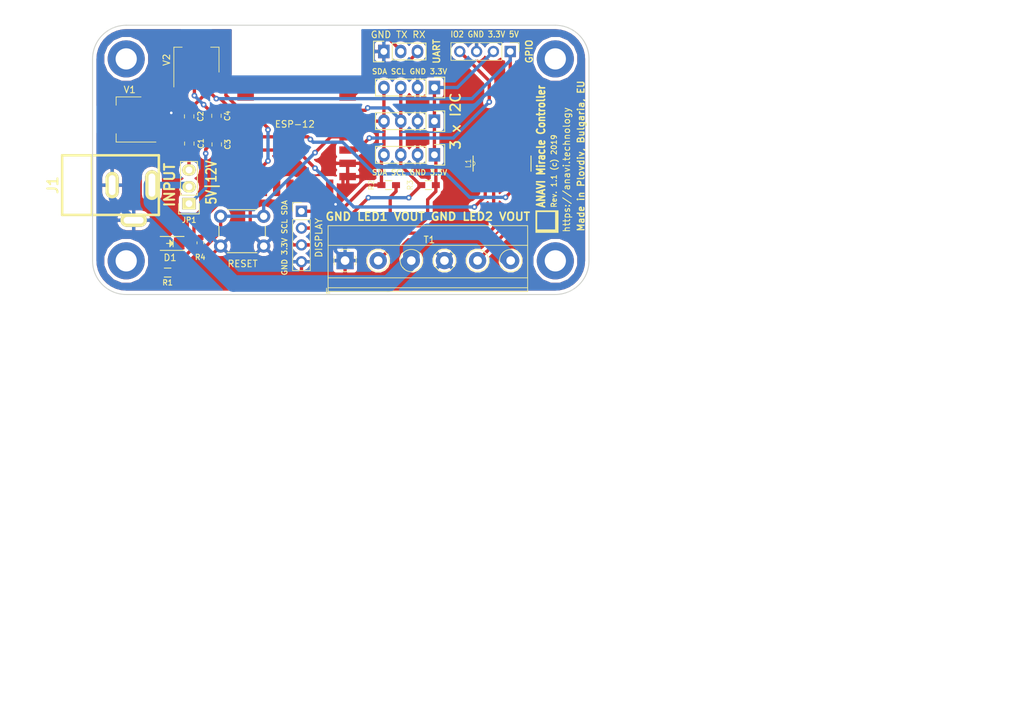
<source format=kicad_pcb>
(kicad_pcb (version 20171130) (host pcbnew 5.0.2-bee76a0~70~ubuntu18.04.1)

  (general
    (thickness 1.6)
    (drawings 23)
    (tracks 238)
    (zones 0)
    (modules 31)
    (nets 18)
  )

  (page A4)
  (layers
    (0 F.Cu signal)
    (31 B.Cu signal)
    (32 B.Adhes user)
    (33 F.Adhes user)
    (34 B.Paste user)
    (35 F.Paste user)
    (36 B.SilkS user)
    (37 F.SilkS user)
    (38 B.Mask user)
    (39 F.Mask user)
    (40 Dwgs.User user)
    (41 Cmts.User user)
    (42 Eco1.User user)
    (43 Eco2.User user)
    (44 Edge.Cuts user)
    (45 Margin user)
    (46 B.CrtYd user)
    (47 F.CrtYd user)
    (48 B.Fab user)
    (49 F.Fab user)
  )

  (setup
    (last_trace_width 0.5)
    (user_trace_width 0.254)
    (user_trace_width 0.5)
    (user_trace_width 1)
    (user_trace_width 2.5)
    (trace_clearance 0.254)
    (zone_clearance 0.508)
    (zone_45_only yes)
    (trace_min 0.2)
    (segment_width 0.2)
    (edge_width 0.15)
    (via_size 0.85)
    (via_drill 0.4)
    (via_min_size 0.4)
    (via_min_drill 0.3)
    (uvia_size 0.35)
    (uvia_drill 0.1)
    (uvias_allowed no)
    (uvia_min_size 0.2)
    (uvia_min_drill 0.1)
    (pcb_text_width 0.3)
    (pcb_text_size 1.5 1.5)
    (mod_edge_width 0.15)
    (mod_text_size 1 1)
    (mod_text_width 0.15)
    (pad_size 5.6 5.6)
    (pad_drill 3.2)
    (pad_to_mask_clearance 0.2)
    (solder_mask_min_width 0.25)
    (aux_axis_origin 0 0)
    (visible_elements FFFFFF7F)
    (pcbplotparams
      (layerselection 0x010fc_ffffffff)
      (usegerberextensions true)
      (usegerberattributes false)
      (usegerberadvancedattributes false)
      (creategerberjobfile false)
      (excludeedgelayer true)
      (linewidth 1.000000)
      (plotframeref false)
      (viasonmask false)
      (mode 1)
      (useauxorigin false)
      (hpglpennumber 1)
      (hpglpenspeed 20)
      (hpglpendiameter 15.000000)
      (psnegative false)
      (psa4output false)
      (plotreference true)
      (plotvalue true)
      (plotinvisibletext false)
      (padsonsilk false)
      (subtractmaskfromsilk false)
      (outputformat 1)
      (mirror false)
      (drillshape 0)
      (scaleselection 1)
      (outputdirectory "plots/anavi-miracle-controller-11/"))
  )

  (net 0 "")
  (net 1 "Net-(D1-Pad2)")
  (net 2 GND)
  (net 3 +3V3)
  (net 4 "Net-(ESP-12-Pad13)")
  (net 5 "Net-(ESP-12-Pad14)")
  (net 6 "Net-(ESP-12-Pad6)")
  (net 7 "Net-(ESP-12-Pad15)")
  (net 8 "Net-(ESP-12-Pad16)")
  (net 9 "Net-(ESP-12-Pad4)")
  (net 10 "Net-(ESP-12-Pad12)")
  (net 11 +5V)
  (net 12 "Net-(ESP-12-Pad11)")
  (net 13 "Net-(ESP-12-Pad5)")
  (net 14 +12V)
  (net 15 /LED1)
  (net 16 /LED2)
  (net 17 "Net-(J1-Pad3)")

  (net_class Default "This is the default net class."
    (clearance 0.254)
    (trace_width 0.5)
    (via_dia 0.85)
    (via_drill 0.4)
    (uvia_dia 0.35)
    (uvia_drill 0.1)
    (add_net +12V)
    (add_net +3V3)
    (add_net +5V)
    (add_net /LED1)
    (add_net /LED2)
    (add_net GND)
    (add_net "Net-(D1-Pad2)")
    (add_net "Net-(ESP-12-Pad11)")
    (add_net "Net-(ESP-12-Pad12)")
    (add_net "Net-(ESP-12-Pad13)")
    (add_net "Net-(ESP-12-Pad14)")
    (add_net "Net-(ESP-12-Pad15)")
    (add_net "Net-(ESP-12-Pad16)")
    (add_net "Net-(ESP-12-Pad4)")
    (add_net "Net-(ESP-12-Pad5)")
    (add_net "Net-(ESP-12-Pad6)")
    (add_net "Net-(J1-Pad3)")
  )

  (net_class 12V ""
    (clearance 0.254)
    (trace_width 1.5)
    (via_dia 0.85)
    (via_drill 0.4)
    (uvia_dia 0.35)
    (uvia_drill 0.1)
  )

  (net_class usb ""
    (clearance 0.254)
    (trace_width 0.254)
    (via_dia 0.85)
    (via_drill 0.4)
    (uvia_dia 0.35)
    (uvia_drill 0.1)
  )

  (net_class vcc ""
    (clearance 0.254)
    (trace_width 1.5)
    (via_dia 0.85)
    (via_drill 0.4)
    (uvia_dia 0.35)
    (uvia_drill 0.1)
  )

  (module "" (layer F.Cu) (tedit 0) (tstamp 0)
    (at 116.25 93.8)
    (fp_text reference "" (at 88.5698 79.9592) (layer F.SilkS)
      (effects (font (size 1.27 1.27) (thickness 0.15)))
    )
    (fp_text value "" (at 88.5698 79.9592) (layer F.SilkS)
      (effects (font (size 1.27 1.27) (thickness 0.15)))
    )
    (fp_text user 4,7K (at 78.7308 82.2142) (layer F.Fab)
      (effects (font (size 1 1) (thickness 0.15)))
    )
  )

  (module "" (layer F.Cu) (tedit 0) (tstamp 0)
    (at 116.575 94)
    (fp_text reference "" (at 88.5698 79.9592) (layer F.SilkS)
      (effects (font (size 1.27 1.27) (thickness 0.15)))
    )
    (fp_text value "" (at 88.5698 79.9592) (layer F.SilkS)
      (effects (font (size 1.27 1.27) (thickness 0.15)))
    )
    (fp_text user 4,7K (at 78.7308 82.2142) (layer F.Fab)
      (effects (font (size 1 1) (thickness 0.15)))
    )
  )

  (module "" (layer F.Cu) (tedit 0) (tstamp 0)
    (at 116.325 93.725)
    (fp_text reference "" (at 88.5698 79.9592) (layer F.SilkS)
      (effects (font (size 1.27 1.27) (thickness 0.15)))
    )
    (fp_text value "" (at 88.5698 79.9592) (layer F.SilkS)
      (effects (font (size 1.27 1.27) (thickness 0.15)))
    )
    (fp_text user 4,7K (at 78.7308 82.2142) (layer F.Fab)
      (effects (font (size 1 1) (thickness 0.15)))
    )
  )

  (module ESP-12E_SMD (layer F.Cu) (tedit 5AEAC490) (tstamp 5BA8EF65)
    (at 88.5698 79.9592)
    (descr "Module, ESP-8266, ESP-12, 16 pad, SMD")
    (tags "Module ESP-8266 ESP8266")
    (path /598AC515)
    (fp_text reference ESP-12 (at 6.731 6.096 180) (layer F.SilkS)
      (effects (font (size 1 1) (thickness 0.15)))
    )
    (fp_text value ESP-12E (at 5.08 6.35 90) (layer F.Fab) hide
      (effects (font (size 1 1) (thickness 0.15)))
    )
    (fp_line (start -2.25 -0.5) (end -2.25 -8.75) (layer F.CrtYd) (width 0.05))
    (fp_line (start -2.25 -8.75) (end 15.25 -8.75) (layer F.CrtYd) (width 0.05))
    (fp_line (start 15.25 -8.75) (end 16.25 -8.75) (layer F.CrtYd) (width 0.05))
    (fp_line (start 16.25 -8.75) (end 16.25 16) (layer F.CrtYd) (width 0.05))
    (fp_line (start 16.25 16) (end -2.25 16) (layer F.CrtYd) (width 0.05))
    (fp_line (start -2.25 16) (end -2.25 -0.5) (layer F.CrtYd) (width 0.05))
    (fp_line (start -1.016 -8.382) (end 14.986 -8.382) (layer F.CrtYd) (width 0.1524))
    (fp_line (start 14.986 -8.382) (end 14.986 -0.889) (layer F.CrtYd) (width 0.1524))
    (fp_line (start -1.016 -8.382) (end -1.016 -1.016) (layer F.CrtYd) (width 0.1524))
    (fp_line (start 14.992 -8.4) (end -1.008 -2.6) (layer F.CrtYd) (width 0.1524))
    (fp_line (start -1.008 -8.4) (end 14.992 -2.6) (layer F.CrtYd) (width 0.1524))
    (fp_text user "No Copper" (at 6.892 -5.4) (layer F.CrtYd)
      (effects (font (size 1 1) (thickness 0.15)))
    )
    (fp_line (start -1.008 -2.6) (end 14.992 -2.6) (layer F.CrtYd) (width 0.1524))
    (fp_line (start 15 -8.4) (end 15 15.6) (layer F.Fab) (width 0.05))
    (fp_line (start 14.992 15.6) (end -1.008 15.6) (layer F.Fab) (width 0.05))
    (fp_line (start -1.008 15.6) (end -1.008 -8.4) (layer F.Fab) (width 0.05))
    (fp_line (start -1.008 -8.4) (end 14.992 -8.4) (layer F.Fab) (width 0.05))
    (pad 1 smd rect (at 0 0) (size 2.5 1.1) (drill (offset -0.7 0)) (layers F.Cu F.Paste F.Mask))
    (pad 2 smd rect (at 0 2) (size 2.5 1.1) (drill (offset -0.7 0)) (layers F.Cu F.Paste F.Mask))
    (pad 3 smd rect (at 0 4) (size 2.5 1.1) (drill (offset -0.7 0)) (layers F.Cu F.Paste F.Mask)
      (net 3 +3V3))
    (pad 4 smd rect (at 0 6) (size 2.5 1.1) (drill (offset -0.7 0)) (layers F.Cu F.Paste F.Mask)
      (net 9 "Net-(ESP-12-Pad4)"))
    (pad 5 smd rect (at 0 8) (size 2.5 1.1) (drill (offset -0.7 0)) (layers F.Cu F.Paste F.Mask)
      (net 13 "Net-(ESP-12-Pad5)"))
    (pad 6 smd rect (at 0 10) (size 2.5 1.1) (drill (offset -0.7 0)) (layers F.Cu F.Paste F.Mask)
      (net 6 "Net-(ESP-12-Pad6)"))
    (pad 7 smd rect (at 0 12) (size 2.5 1.1) (drill (offset -0.7 0)) (layers F.Cu F.Paste F.Mask))
    (pad 8 smd rect (at 0 14) (size 2.5 1.1) (drill (offset -0.7 0)) (layers F.Cu F.Paste F.Mask)
      (net 3 +3V3))
    (pad 9 smd rect (at 14 14) (size 2.5 1.1) (drill (offset 0.7 0)) (layers F.Cu F.Paste F.Mask)
      (net 2 GND))
    (pad 10 smd rect (at 14 12) (size 2.5 1.1) (drill (offset 0.7 0)) (layers F.Cu F.Paste F.Mask)
      (net 2 GND))
    (pad 11 smd rect (at 14 10) (size 2.5 1.1) (drill (offset 0.7 0)) (layers F.Cu F.Paste F.Mask)
      (net 12 "Net-(ESP-12-Pad11)"))
    (pad 12 smd rect (at 14 8) (size 2.5 1.1) (drill (offset 0.7 0)) (layers F.Cu F.Paste F.Mask)
      (net 10 "Net-(ESP-12-Pad12)"))
    (pad 13 smd rect (at 14 6) (size 2.5 1.1) (drill (offset 0.7 0)) (layers F.Cu F.Paste F.Mask)
      (net 4 "Net-(ESP-12-Pad13)"))
    (pad 14 smd rect (at 14 4) (size 2.5 1.1) (drill (offset 0.7 0)) (layers F.Cu F.Paste F.Mask)
      (net 5 "Net-(ESP-12-Pad14)"))
    (pad 15 smd rect (at 14 2) (size 2.5 1.1) (drill (offset 0.7 0)) (layers F.Cu F.Paste F.Mask)
      (net 7 "Net-(ESP-12-Pad15)"))
    (pad 16 smd rect (at 14 0) (size 2.5 1.1) (drill (offset 0.7 0)) (layers F.Cu F.Paste F.Mask)
      (net 8 "Net-(ESP-12-Pad16)"))
    (pad 17 smd rect (at 1.99 15 90) (size 2.5 1.1) (drill (offset -0.7 0)) (layers F.Cu F.Paste F.Mask))
    (pad 18 smd rect (at 3.99 15 90) (size 2.5 1.1) (drill (offset -0.7 0)) (layers F.Cu F.Paste F.Mask))
    (pad 19 smd rect (at 5.99 15 90) (size 2.5 1.1) (drill (offset -0.7 0)) (layers F.Cu F.Paste F.Mask))
    (pad 20 smd rect (at 7.99 15 90) (size 2.5 1.1) (drill (offset -0.7 0)) (layers F.Cu F.Paste F.Mask))
    (pad 21 smd rect (at 9.99 15 90) (size 2.5 1.1) (drill (offset -0.7 0)) (layers F.Cu F.Paste F.Mask))
    (pad 22 smd rect (at 11.99 15 90) (size 2.5 1.1) (drill (offset -0.7 0)) (layers F.Cu F.Paste F.Mask))
    (model ${ESPLIB}/ESP8266.3dshapes/ESP-12.wrl
      (at (xyz 0 0 0))
      (scale (xyz 0.3937 0.3937 0.3937))
      (rotate (xyz 0 0 0))
    )
  )

  (module Pin_Headers:Pin_Header_Straight_1x04 (layer F.Cu) (tedit 598C067A) (tstamp 5BA8F36B)
    (at 116.3701 80.518 270)
    (descr "Through hole pin header")
    (tags "pin header")
    (path /598AD681)
    (fp_text reference U3 (at 0 -5.1 270) (layer F.SilkS) hide
      (effects (font (size 1 1) (thickness 0.15)))
    )
    (fp_text value I2C_SENS_1 (at 0 -3.1 270) (layer F.Fab) hide
      (effects (font (size 1 1) (thickness 0.15)))
    )
    (fp_line (start -1.75 -1.75) (end -1.75 9.4) (layer F.CrtYd) (width 0.05))
    (fp_line (start 1.75 -1.75) (end 1.75 9.4) (layer F.CrtYd) (width 0.05))
    (fp_line (start -1.75 -1.75) (end 1.75 -1.75) (layer F.CrtYd) (width 0.05))
    (fp_line (start -1.75 9.4) (end 1.75 9.4) (layer F.CrtYd) (width 0.05))
    (fp_line (start -1.27 1.27) (end -1.27 8.89) (layer F.SilkS) (width 0.15))
    (fp_line (start 1.27 1.27) (end 1.27 8.89) (layer F.SilkS) (width 0.15))
    (fp_line (start 1.55 -1.55) (end 1.55 0) (layer F.SilkS) (width 0.15))
    (fp_line (start -1.27 8.89) (end 1.27 8.89) (layer F.SilkS) (width 0.15))
    (fp_line (start 1.27 1.27) (end -1.27 1.27) (layer F.SilkS) (width 0.15))
    (fp_line (start -1.55 0) (end -1.55 -1.55) (layer F.SilkS) (width 0.15))
    (fp_line (start -1.55 -1.55) (end 1.55 -1.55) (layer F.SilkS) (width 0.15))
    (pad 1 thru_hole rect (at 0 0 270) (size 2.032 1.7272) (drill 1.016) (layers *.Cu *.Mask)
      (net 3 +3V3))
    (pad 2 thru_hole oval (at 0 2.54 270) (size 2.032 1.7272) (drill 1.016) (layers *.Cu *.Mask)
      (net 2 GND))
    (pad 3 thru_hole oval (at 0 5.08 270) (size 2.032 1.7272) (drill 1.016) (layers *.Cu *.Mask)
      (net 5 "Net-(ESP-12-Pad14)"))
    (pad 4 thru_hole oval (at 0 7.62 270) (size 2.032 1.7272) (drill 1.016) (layers *.Cu *.Mask)
      (net 4 "Net-(ESP-12-Pad13)"))
    (model Pin_Headers.3dshapes/Pin_Header_Straight_1x04.wrl
      (offset (xyz 0 -3.809999942779541 0))
      (scale (xyz 1 1 1))
      (rotate (xyz 0 0 90))
    )
  )

  (module Mounting_Holes:MountingHole_3.2mm_M3_DIN965_Pad (layer F.Cu) (tedit 598CCB59) (tstamp 599001D4)
    (at 69.85 106.68)
    (descr "Mounting Hole 3.2mm, M3, DIN965")
    (tags "mounting hole 3.2mm m3 din965")
    (fp_text reference REF** (at 0 -3.8) (layer F.SilkS) hide
      (effects (font (size 1 1) (thickness 0.15)))
    )
    (fp_text value MountingHole_3.2mm_M3_DIN965_Pad (at 0 3.8) (layer F.Fab) hide
      (effects (font (size 1 1) (thickness 0.15)))
    )
    (fp_circle (center 0 0) (end 2.8 0) (layer Cmts.User) (width 0.15))
    (fp_circle (center 0 0) (end 3.05 0) (layer F.CrtYd) (width 0.05))
    (pad 4 thru_hole circle (at 0 0) (size 5.6 5.6) (drill 3.2) (layers *.Cu *.Mask))
  )

  (module LEDs:LED_1206 (layer F.Cu) (tedit 5AF0B2B3) (tstamp 598AECB1)
    (at 76.43014 104.05 180)
    (descr "LED 1206 smd package")
    (tags "LED1206 SMD")
    (path /598AC94C)
    (attr smd)
    (fp_text reference D1 (at -0.04486 -2.15 180) (layer F.SilkS)
      (effects (font (size 1 1) (thickness 0.15)))
    )
    (fp_text value LED (at 0 2 180) (layer F.Fab) hide
      (effects (font (size 1 1) (thickness 0.15)))
    )
    (fp_line (start -0.5 -0.5) (end -0.5 0.5) (layer F.Fab) (width 0.15))
    (fp_line (start -0.5 0) (end 0 -0.5) (layer F.Fab) (width 0.15))
    (fp_line (start 0 0.5) (end -0.5 0) (layer F.Fab) (width 0.15))
    (fp_line (start 0 -0.5) (end 0 0.5) (layer F.Fab) (width 0.15))
    (fp_line (start -1.6 0.8) (end -1.6 -0.8) (layer F.Fab) (width 0.15))
    (fp_line (start 1.6 0.8) (end -1.6 0.8) (layer F.Fab) (width 0.15))
    (fp_line (start 1.6 -0.8) (end 1.6 0.8) (layer F.Fab) (width 0.15))
    (fp_line (start -1.6 -0.8) (end 1.6 -0.8) (layer F.Fab) (width 0.15))
    (fp_line (start -2.15 1.05) (end 1.45 1.05) (layer F.SilkS) (width 0.15))
    (fp_line (start -2.15 -1.05) (end 1.45 -1.05) (layer F.SilkS) (width 0.15))
    (fp_line (start -0.1 -0.3) (end -0.1 0.3) (layer F.SilkS) (width 0.15))
    (fp_line (start -0.1 0.3) (end -0.4 0) (layer F.SilkS) (width 0.15))
    (fp_line (start -0.4 0) (end -0.2 -0.2) (layer F.SilkS) (width 0.15))
    (fp_line (start -0.2 -0.2) (end -0.2 0.05) (layer F.SilkS) (width 0.15))
    (fp_line (start -0.2 0.05) (end -0.25 0) (layer F.SilkS) (width 0.15))
    (fp_line (start -0.5 -0.5) (end -0.5 0.5) (layer F.SilkS) (width 0.15))
    (fp_line (start 0 0) (end 0.5 0) (layer F.SilkS) (width 0.15))
    (fp_line (start -0.5 0) (end 0 -0.5) (layer F.SilkS) (width 0.15))
    (fp_line (start 0 -0.5) (end 0 0.5) (layer F.SilkS) (width 0.15))
    (fp_line (start 0 0.5) (end -0.5 0) (layer F.SilkS) (width 0.15))
    (fp_line (start 2.5 -1.25) (end -2.5 -1.25) (layer F.CrtYd) (width 0.05))
    (fp_line (start -2.5 -1.25) (end -2.5 1.25) (layer F.CrtYd) (width 0.05))
    (fp_line (start -2.5 1.25) (end 2.5 1.25) (layer F.CrtYd) (width 0.05))
    (fp_line (start 2.5 1.25) (end 2.5 -1.25) (layer F.CrtYd) (width 0.05))
    (pad 2 smd rect (at 1.41986 0) (size 1.59766 1.80086) (layers F.Cu F.Paste F.Mask)
      (net 1 "Net-(D1-Pad2)"))
    (pad 1 smd rect (at -1.41986 0) (size 1.59766 1.80086) (layers F.Cu F.Paste F.Mask)
      (net 2 GND))
    (model LEDs.3dshapes/LED_1206.wrl
      (at (xyz 0 0 0))
      (scale (xyz 1 1 1))
      (rotate (xyz 0 0 180))
    )
  )

  (module Pin_Headers:Pin_Header_Straight_1x03 (layer F.Cu) (tedit 598C0697) (tstamp 5BA8F3A6)
    (at 108.7374 75.0824 90)
    (descr "Through hole pin header")
    (tags "pin header")
    (path /598AC863)
    (fp_text reference P1 (at 0 -5.1 90) (layer F.SilkS) hide
      (effects (font (size 1 1) (thickness 0.15)))
    )
    (fp_text value CONN_01X03 (at 0 -3.1 90) (layer F.Fab) hide
      (effects (font (size 1 1) (thickness 0.15)))
    )
    (fp_line (start -1.75 -1.75) (end -1.75 6.85) (layer F.CrtYd) (width 0.05))
    (fp_line (start 1.75 -1.75) (end 1.75 6.85) (layer F.CrtYd) (width 0.05))
    (fp_line (start -1.75 -1.75) (end 1.75 -1.75) (layer F.CrtYd) (width 0.05))
    (fp_line (start -1.75 6.85) (end 1.75 6.85) (layer F.CrtYd) (width 0.05))
    (fp_line (start -1.27 1.27) (end -1.27 6.35) (layer F.SilkS) (width 0.15))
    (fp_line (start -1.27 6.35) (end 1.27 6.35) (layer F.SilkS) (width 0.15))
    (fp_line (start 1.27 6.35) (end 1.27 1.27) (layer F.SilkS) (width 0.15))
    (fp_line (start 1.55 -1.55) (end 1.55 0) (layer F.SilkS) (width 0.15))
    (fp_line (start 1.27 1.27) (end -1.27 1.27) (layer F.SilkS) (width 0.15))
    (fp_line (start -1.55 0) (end -1.55 -1.55) (layer F.SilkS) (width 0.15))
    (fp_line (start -1.55 -1.55) (end 1.55 -1.55) (layer F.SilkS) (width 0.15))
    (pad 1 thru_hole rect (at 0 0 90) (size 2.032 1.7272) (drill 1.016) (layers *.Cu *.Mask)
      (net 2 GND))
    (pad 2 thru_hole oval (at 0 2.54 90) (size 2.032 1.7272) (drill 1.016) (layers *.Cu *.Mask)
      (net 8 "Net-(ESP-12-Pad16)"))
    (pad 3 thru_hole oval (at 0 5.08 90) (size 2.032 1.7272) (drill 1.016) (layers *.Cu *.Mask)
      (net 7 "Net-(ESP-12-Pad15)"))
    (model Pin_Headers.3dshapes/Pin_Header_Straight_1x03.wrl
      (offset (xyz 0 -2.539999961853027 0))
      (scale (xyz 1 1 1))
      (rotate (xyz 0 0 90))
    )
  )

  (module Resistors_SMD:R_0603_HandSoldering (layer F.Cu) (tedit 5BA96B24) (tstamp 598AED39)
    (at 76.1 108.45 180)
    (descr "Resistor SMD 0603, hand soldering")
    (tags "resistor 0603")
    (path /598ADC31)
    (attr smd)
    (fp_text reference R1 (at 0 -1.524 180) (layer F.SilkS)
      (effects (font (size 0.8 0.8) (thickness 0.15)))
    )
    (fp_text value 68R (at 3.025 -1.55 180) (layer F.Fab)
      (effects (font (size 1 1) (thickness 0.15)))
    )
    (fp_line (start -0.8 0.4) (end -0.8 -0.4) (layer F.Fab) (width 0.1))
    (fp_line (start 0.8 0.4) (end -0.8 0.4) (layer F.Fab) (width 0.1))
    (fp_line (start 0.8 -0.4) (end 0.8 0.4) (layer F.Fab) (width 0.1))
    (fp_line (start -0.8 -0.4) (end 0.8 -0.4) (layer F.Fab) (width 0.1))
    (fp_line (start -2 -0.8) (end 2 -0.8) (layer F.CrtYd) (width 0.05))
    (fp_line (start -2 0.8) (end 2 0.8) (layer F.CrtYd) (width 0.05))
    (fp_line (start -2 -0.8) (end -2 0.8) (layer F.CrtYd) (width 0.05))
    (fp_line (start 2 -0.8) (end 2 0.8) (layer F.CrtYd) (width 0.05))
    (fp_line (start 0.5 0.675) (end -0.5 0.675) (layer F.SilkS) (width 0.15))
    (fp_line (start -0.5 -0.675) (end 0.5 -0.675) (layer F.SilkS) (width 0.15))
    (pad 1 smd rect (at -1.1 0 180) (size 1.2 0.9) (layers F.Cu F.Paste F.Mask)
      (net 9 "Net-(ESP-12-Pad4)"))
    (pad 2 smd rect (at 1.1 0 180) (size 1.2 0.9) (layers F.Cu F.Paste F.Mask)
      (net 1 "Net-(D1-Pad2)"))
    (model Resistors_SMD.3dshapes/R_0603_HandSoldering.wrl
      (at (xyz 0 0 0))
      (scale (xyz 1 1 1))
      (rotate (xyz 0 0 0))
    )
  )

  (module Resistors_SMD:R_0603_HandSoldering (layer F.Cu) (tedit 5BA96B45) (tstamp 5BA8F2F3)
    (at 109.474 95.25 180)
    (descr "Resistor SMD 0603, hand soldering")
    (tags "resistor 0603")
    (path /598ADBC1)
    (attr smd)
    (fp_text reference R2 (at 2.624 0 270) (layer F.SilkS)
      (effects (font (size 0.8 0.8) (thickness 0.1)))
    )
    (fp_text value 4,7K (at -0.001 -1.6 180) (layer F.Fab)
      (effects (font (size 1 1) (thickness 0.15)))
    )
    (fp_line (start -0.5 -0.675) (end 0.5 -0.675) (layer F.SilkS) (width 0.15))
    (fp_line (start 0.5 0.675) (end -0.5 0.675) (layer F.SilkS) (width 0.15))
    (fp_line (start 2 -0.8) (end 2 0.8) (layer F.CrtYd) (width 0.05))
    (fp_line (start -2 -0.8) (end -2 0.8) (layer F.CrtYd) (width 0.05))
    (fp_line (start -2 0.8) (end 2 0.8) (layer F.CrtYd) (width 0.05))
    (fp_line (start -2 -0.8) (end 2 -0.8) (layer F.CrtYd) (width 0.05))
    (fp_line (start -0.8 -0.4) (end 0.8 -0.4) (layer F.Fab) (width 0.1))
    (fp_line (start 0.8 -0.4) (end 0.8 0.4) (layer F.Fab) (width 0.1))
    (fp_line (start 0.8 0.4) (end -0.8 0.4) (layer F.Fab) (width 0.1))
    (fp_line (start -0.8 0.4) (end -0.8 -0.4) (layer F.Fab) (width 0.1))
    (pad 2 smd rect (at 1.1 0 180) (size 1.2 0.9) (layers F.Cu F.Paste F.Mask)
      (net 4 "Net-(ESP-12-Pad13)"))
    (pad 1 smd rect (at -1.1 0 180) (size 1.2 0.9) (layers F.Cu F.Paste F.Mask)
      (net 3 +3V3))
    (model Resistors_SMD.3dshapes/R_0603_HandSoldering.wrl
      (at (xyz 0 0 0))
      (scale (xyz 1 1 1))
      (rotate (xyz 0 0 0))
    )
  )

  (module Resistors_SMD:R_0603_HandSoldering (layer F.Cu) (tedit 5BA96B70) (tstamp 5CF2F57F)
    (at 115.486 95.25 180)
    (descr "Resistor SMD 0603, hand soldering")
    (tags "resistor 0603")
    (path /598ADBF6)
    (attr smd)
    (fp_text reference R3 (at 2.786 0 270) (layer F.SilkS)
      (effects (font (size 0.8 0.8) (thickness 0.1)))
    )
    (fp_text value 4,7K (at 0.011 -1.6 180) (layer F.Fab)
      (effects (font (size 1 1) (thickness 0.15)))
    )
    (fp_line (start -0.8 0.4) (end -0.8 -0.4) (layer F.Fab) (width 0.1))
    (fp_line (start 0.8 0.4) (end -0.8 0.4) (layer F.Fab) (width 0.1))
    (fp_line (start 0.8 -0.4) (end 0.8 0.4) (layer F.Fab) (width 0.1))
    (fp_line (start -0.8 -0.4) (end 0.8 -0.4) (layer F.Fab) (width 0.1))
    (fp_line (start -2 -0.8) (end 2 -0.8) (layer F.CrtYd) (width 0.05))
    (fp_line (start -2 0.8) (end 2 0.8) (layer F.CrtYd) (width 0.05))
    (fp_line (start -2 -0.8) (end -2 0.8) (layer F.CrtYd) (width 0.05))
    (fp_line (start 2 -0.8) (end 2 0.8) (layer F.CrtYd) (width 0.05))
    (fp_line (start 0.5 0.675) (end -0.5 0.675) (layer F.SilkS) (width 0.15))
    (fp_line (start -0.5 -0.675) (end 0.5 -0.675) (layer F.SilkS) (width 0.15))
    (pad 1 smd rect (at -1.1 0 180) (size 1.2 0.9) (layers F.Cu F.Paste F.Mask)
      (net 3 +3V3))
    (pad 2 smd rect (at 1.1 0 180) (size 1.2 0.9) (layers F.Cu F.Paste F.Mask)
      (net 5 "Net-(ESP-12-Pad14)"))
    (model Resistors_SMD.3dshapes/R_0603_HandSoldering.wrl
      (at (xyz 0 0 0))
      (scale (xyz 1 1 1))
      (rotate (xyz 0 0 0))
    )
  )

  (module Buttons_Switches_ThroughHole:SW_PUSH_6mm_h4.3mm (layer F.Cu) (tedit 5BA48320) (tstamp 598AED77)
    (at 90.6 104.45 180)
    (descr "tactile push button, 6x6mm e.g. PHAP33xx series, height=4.3mm")
    (tags "tact sw push 6mm")
    (path /598B559F)
    (fp_text reference RESET (at 3.175 -2.667) (layer F.SilkS)
      (effects (font (size 1 1) (thickness 0.15)))
    )
    (fp_text value SW_DIP_x01 (at 3.75 6.7 180) (layer F.Fab) hide
      (effects (font (size 1 1) (thickness 0.15)))
    )
    (fp_line (start 3.25 -0.75) (end 6.25 -0.75) (layer F.Fab) (width 0.1))
    (fp_line (start 6.25 -0.75) (end 6.25 5.25) (layer F.Fab) (width 0.1))
    (fp_line (start 6.25 5.25) (end 0.25 5.25) (layer F.Fab) (width 0.1))
    (fp_line (start 0.25 5.25) (end 0.25 -0.75) (layer F.Fab) (width 0.1))
    (fp_line (start 0.25 -0.75) (end 3.25 -0.75) (layer F.Fab) (width 0.1))
    (fp_line (start 7.75 6) (end 8 6) (layer F.CrtYd) (width 0.05))
    (fp_line (start 8 6) (end 8 5.75) (layer F.CrtYd) (width 0.05))
    (fp_line (start 7.75 -1.5) (end 8 -1.5) (layer F.CrtYd) (width 0.05))
    (fp_line (start 8 -1.5) (end 8 -1.25) (layer F.CrtYd) (width 0.05))
    (fp_line (start -1.5 -1.25) (end -1.5 -1.5) (layer F.CrtYd) (width 0.05))
    (fp_line (start -1.5 -1.5) (end -1.25 -1.5) (layer F.CrtYd) (width 0.05))
    (fp_line (start -1.5 5.75) (end -1.5 6) (layer F.CrtYd) (width 0.05))
    (fp_line (start -1.5 6) (end -1.25 6) (layer F.CrtYd) (width 0.05))
    (fp_line (start -1.25 -1.5) (end 7.75 -1.5) (layer F.CrtYd) (width 0.05))
    (fp_line (start -1.5 5.75) (end -1.5 -1.25) (layer F.CrtYd) (width 0.05))
    (fp_line (start 7.75 6) (end -1.25 6) (layer F.CrtYd) (width 0.05))
    (fp_line (start 8 -1.25) (end 8 5.75) (layer F.CrtYd) (width 0.05))
    (fp_line (start 1 5.5) (end 5.5 5.5) (layer F.SilkS) (width 0.15))
    (fp_line (start -0.25 1.5) (end -0.25 3) (layer F.SilkS) (width 0.15))
    (fp_line (start 5.5 -1) (end 1 -1) (layer F.SilkS) (width 0.15))
    (fp_line (start 6.75 3) (end 6.75 1.5) (layer F.SilkS) (width 0.15))
    (fp_circle (center 3.25 2.25) (end 1.25 2.5) (layer F.Fab) (width 0.1))
    (pad 2 thru_hole circle (at 0 4.5 270) (size 2 2) (drill 1.1) (layers *.Cu *.Mask)
      (net 10 "Net-(ESP-12-Pad12)"))
    (pad 1 thru_hole circle (at 0 0 270) (size 2 2) (drill 1.1) (layers *.Cu *.Mask)
      (net 2 GND))
    (pad 2 thru_hole circle (at 6.5 4.5 270) (size 2 2) (drill 1.1) (layers *.Cu *.Mask)
      (net 10 "Net-(ESP-12-Pad12)"))
    (pad 1 thru_hole circle (at 6.5 0 270) (size 2 2) (drill 1.1) (layers *.Cu *.Mask)
      (net 2 GND))
    (model Buttons_Switches_ThroughHole.3dshapes/SW_PUSH_6mm_h4.3mm.wrl
      (offset (xyz 0.1269999980926514 0 0))
      (scale (xyz 0.3937 0.3937 0.3937))
      (rotate (xyz 0 0 0))
    )
  )

  (module Pin_Headers:Pin_Header_Straight_1x04 (layer F.Cu) (tedit 598C0680) (tstamp 5BA8F329)
    (at 116.3701 90.678 270)
    (descr "Through hole pin header")
    (tags "pin header")
    (path /598AD5F1)
    (fp_text reference U1 (at 0 -5.1 270) (layer F.SilkS) hide
      (effects (font (size 1 1) (thickness 0.15)))
    )
    (fp_text value I2C_SENS_1 (at 0 -3.1 270) (layer F.Fab) hide
      (effects (font (size 1 1) (thickness 0.15)))
    )
    (fp_line (start -1.75 -1.75) (end -1.75 9.4) (layer F.CrtYd) (width 0.05))
    (fp_line (start 1.75 -1.75) (end 1.75 9.4) (layer F.CrtYd) (width 0.05))
    (fp_line (start -1.75 -1.75) (end 1.75 -1.75) (layer F.CrtYd) (width 0.05))
    (fp_line (start -1.75 9.4) (end 1.75 9.4) (layer F.CrtYd) (width 0.05))
    (fp_line (start -1.27 1.27) (end -1.27 8.89) (layer F.SilkS) (width 0.15))
    (fp_line (start 1.27 1.27) (end 1.27 8.89) (layer F.SilkS) (width 0.15))
    (fp_line (start 1.55 -1.55) (end 1.55 0) (layer F.SilkS) (width 0.15))
    (fp_line (start -1.27 8.89) (end 1.27 8.89) (layer F.SilkS) (width 0.15))
    (fp_line (start 1.27 1.27) (end -1.27 1.27) (layer F.SilkS) (width 0.15))
    (fp_line (start -1.55 0) (end -1.55 -1.55) (layer F.SilkS) (width 0.15))
    (fp_line (start -1.55 -1.55) (end 1.55 -1.55) (layer F.SilkS) (width 0.15))
    (pad 1 thru_hole rect (at 0 0 270) (size 2.032 1.7272) (drill 1.016) (layers *.Cu *.Mask)
      (net 3 +3V3))
    (pad 2 thru_hole oval (at 0 2.54 270) (size 2.032 1.7272) (drill 1.016) (layers *.Cu *.Mask)
      (net 2 GND))
    (pad 3 thru_hole oval (at 0 5.08 270) (size 2.032 1.7272) (drill 1.016) (layers *.Cu *.Mask)
      (net 5 "Net-(ESP-12-Pad14)"))
    (pad 4 thru_hole oval (at 0 7.62 270) (size 2.032 1.7272) (drill 1.016) (layers *.Cu *.Mask)
      (net 4 "Net-(ESP-12-Pad13)"))
    (model Pin_Headers.3dshapes/Pin_Header_Straight_1x04.wrl
      (offset (xyz 0 -3.809999942779541 0))
      (scale (xyz 1 1 1))
      (rotate (xyz 0 0 90))
    )
  )

  (module Pin_Headers:Pin_Header_Straight_1x04 (layer F.Cu) (tedit 598C067C) (tstamp 5BA8F2BD)
    (at 116.3701 85.598 270)
    (descr "Through hole pin header")
    (tags "pin header")
    (path /598AD642)
    (fp_text reference U2 (at 0 -5.1 270) (layer F.SilkS) hide
      (effects (font (size 1 1) (thickness 0.15)))
    )
    (fp_text value I2C_SENS_1 (at 0 -3.1 270) (layer F.Fab) hide
      (effects (font (size 1 1) (thickness 0.15)))
    )
    (fp_line (start -1.75 -1.75) (end -1.75 9.4) (layer F.CrtYd) (width 0.05))
    (fp_line (start 1.75 -1.75) (end 1.75 9.4) (layer F.CrtYd) (width 0.05))
    (fp_line (start -1.75 -1.75) (end 1.75 -1.75) (layer F.CrtYd) (width 0.05))
    (fp_line (start -1.75 9.4) (end 1.75 9.4) (layer F.CrtYd) (width 0.05))
    (fp_line (start -1.27 1.27) (end -1.27 8.89) (layer F.SilkS) (width 0.15))
    (fp_line (start 1.27 1.27) (end 1.27 8.89) (layer F.SilkS) (width 0.15))
    (fp_line (start 1.55 -1.55) (end 1.55 0) (layer F.SilkS) (width 0.15))
    (fp_line (start -1.27 8.89) (end 1.27 8.89) (layer F.SilkS) (width 0.15))
    (fp_line (start 1.27 1.27) (end -1.27 1.27) (layer F.SilkS) (width 0.15))
    (fp_line (start -1.55 0) (end -1.55 -1.55) (layer F.SilkS) (width 0.15))
    (fp_line (start -1.55 -1.55) (end 1.55 -1.55) (layer F.SilkS) (width 0.15))
    (pad 1 thru_hole rect (at 0 0 270) (size 2.032 1.7272) (drill 1.016) (layers *.Cu *.Mask)
      (net 3 +3V3))
    (pad 2 thru_hole oval (at 0 2.54 270) (size 2.032 1.7272) (drill 1.016) (layers *.Cu *.Mask)
      (net 2 GND))
    (pad 3 thru_hole oval (at 0 5.08 270) (size 2.032 1.7272) (drill 1.016) (layers *.Cu *.Mask)
      (net 5 "Net-(ESP-12-Pad14)"))
    (pad 4 thru_hole oval (at 0 7.62 270) (size 2.032 1.7272) (drill 1.016) (layers *.Cu *.Mask)
      (net 4 "Net-(ESP-12-Pad13)"))
    (model Pin_Headers.3dshapes/Pin_Header_Straight_1x04.wrl
      (offset (xyz 0 -3.809999942779541 0))
      (scale (xyz 1 1 1))
      (rotate (xyz 0 0 90))
    )
  )

  (module logo:anavi-logo (layer F.Cu) (tedit 0) (tstamp 5BA3C463)
    (at 133.4022 100.7556 90)
    (fp_text reference G*** (at 0 0 90) (layer F.SilkS) hide
      (effects (font (size 1.524 1.524) (thickness 0.3)))
    )
    (fp_text value LOGO (at 0.75 0 90) (layer F.SilkS) hide
      (effects (font (size 1.524 1.524) (thickness 0.3)))
    )
    (fp_poly (pts (xy 1.693334 1.693334) (xy -1.693333 1.693334) (xy -1.693333 -1.524) (xy -1.185333 -1.524)
      (xy -1.185333 1.185334) (xy 1.439334 1.185334) (xy 1.439334 -1.524) (xy -1.185333 -1.524)
      (xy -1.693333 -1.524) (xy -1.693333 -1.778) (xy 1.693334 -1.778) (xy 1.693334 1.693334)) (layer F.SilkS) (width 0.01))
  )

  (module Mounting_Holes:MountingHole_3.2mm_M3_DIN965_Pad (layer F.Cu) (tedit 598CCB4F) (tstamp 59900192)
    (at 134.62 76.2)
    (descr "Mounting Hole 3.2mm, M3, DIN965")
    (tags "mounting hole 3.2mm m3 din965")
    (fp_text reference REF** (at 0 -3.8) (layer F.SilkS) hide
      (effects (font (size 1 1) (thickness 0.15)))
    )
    (fp_text value MountingHole_3.2mm_M3_DIN965_Pad (at 0 3.8) (layer F.Fab) hide
      (effects (font (size 1 1) (thickness 0.15)))
    )
    (fp_circle (center 0 0) (end 2.8 0) (layer Cmts.User) (width 0.15))
    (fp_circle (center 0 0) (end 3.05 0) (layer F.CrtYd) (width 0.05))
    (pad 2 thru_hole circle (at 0 0) (size 5.6 5.6) (drill 3.2) (layers *.Cu *.Mask))
  )

  (module Mounting_Holes:MountingHole_3.2mm_M3_DIN965_Pad (layer F.Cu) (tedit 598CCB4B) (tstamp 599001B2)
    (at 69.85 76.2)
    (descr "Mounting Hole 3.2mm, M3, DIN965")
    (tags "mounting hole 3.2mm m3 din965")
    (fp_text reference REF** (at 0 -3.8) (layer F.SilkS) hide
      (effects (font (size 1 1) (thickness 0.15)))
    )
    (fp_text value MountingHole_3.2mm_M3_DIN965_Pad (at 0 3.8) (layer F.Fab) hide
      (effects (font (size 1 1) (thickness 0.15)))
    )
    (fp_circle (center 0 0) (end 2.8 0) (layer Cmts.User) (width 0.15))
    (fp_circle (center 0 0) (end 3.05 0) (layer F.CrtYd) (width 0.05))
    (pad 1 thru_hole circle (at 0 0) (size 5.6 5.6) (drill 3.2) (layers *.Cu *.Mask))
  )

  (module Mounting_Holes:MountingHole_3.2mm_M3_DIN965_Pad (layer F.Cu) (tedit 598CCB55) (tstamp 599001F4)
    (at 134.62 106.68)
    (descr "Mounting Hole 3.2mm, M3, DIN965")
    (tags "mounting hole 3.2mm m3 din965")
    (fp_text reference REF** (at 0 -3.8) (layer F.SilkS) hide
      (effects (font (size 1 1) (thickness 0.15)))
    )
    (fp_text value MountingHole_3.2mm_M3_DIN965_Pad (at 0 3.8) (layer F.Fab) hide
      (effects (font (size 1 1) (thickness 0.15)))
    )
    (fp_circle (center 0 0) (end 2.8 0) (layer Cmts.User) (width 0.15))
    (fp_circle (center 0 0) (end 3.05 0) (layer F.CrtYd) (width 0.05))
    (pad 3 thru_hole circle (at 0 0) (size 5.6 5.6) (drill 3.2) (layers *.Cu *.Mask))
  )

  (module Resistor_SMD:R_0603_1608Metric (layer F.Cu) (tedit 5BA96B28) (tstamp 5BA47910)
    (at 81.05 103.9625 90)
    (descr "Resistor SMD 0603 (1608 Metric), square (rectangular) end terminal, IPC_7351 nominal, (Body size source: http://www.tortai-tech.com/upload/download/2011102023233369053.pdf), generated with kicad-footprint-generator")
    (tags resistor)
    (path /59B813FF)
    (attr smd)
    (fp_text reference R4 (at -2.1625 -0.025 180) (layer F.SilkS)
      (effects (font (size 0.8 0.8) (thickness 0.15)))
    )
    (fp_text value 2K (at 2.5875 0 90) (layer F.Fab)
      (effects (font (size 1 1) (thickness 0.15)))
    )
    (fp_line (start -0.8 0.4) (end -0.8 -0.4) (layer F.Fab) (width 0.1))
    (fp_line (start -0.8 -0.4) (end 0.8 -0.4) (layer F.Fab) (width 0.1))
    (fp_line (start 0.8 -0.4) (end 0.8 0.4) (layer F.Fab) (width 0.1))
    (fp_line (start 0.8 0.4) (end -0.8 0.4) (layer F.Fab) (width 0.1))
    (fp_line (start -0.162779 -0.51) (end 0.162779 -0.51) (layer F.SilkS) (width 0.12))
    (fp_line (start -0.162779 0.51) (end 0.162779 0.51) (layer F.SilkS) (width 0.12))
    (fp_line (start -1.48 0.73) (end -1.48 -0.73) (layer F.CrtYd) (width 0.05))
    (fp_line (start -1.48 -0.73) (end 1.48 -0.73) (layer F.CrtYd) (width 0.05))
    (fp_line (start 1.48 -0.73) (end 1.48 0.73) (layer F.CrtYd) (width 0.05))
    (fp_line (start 1.48 0.73) (end -1.48 0.73) (layer F.CrtYd) (width 0.05))
    (fp_text user %R (at 0 0 90) (layer F.Fab)
      (effects (font (size 0.4 0.4) (thickness 0.06)))
    )
    (pad 1 smd roundrect (at -0.7875 0 90) (size 0.875 0.95) (layers F.Cu F.Paste F.Mask) (roundrect_rratio 0.25)
      (net 10 "Net-(ESP-12-Pad12)"))
    (pad 2 smd roundrect (at 0.7875 0 90) (size 0.875 0.95) (layers F.Cu F.Paste F.Mask) (roundrect_rratio 0.25)
      (net 3 +3V3))
    (model ${KISYS3DMOD}/Resistor_SMD.3dshapes/R_0603_1608Metric.wrl
      (at (xyz 0 0 0))
      (scale (xyz 1 1 1))
      (rotate (xyz 0 0 0))
    )
  )

  (module Connector_PinHeader_2.54mm:PinHeader_1x04_P2.54mm_Vertical (layer F.Cu) (tedit 5CAA6058) (tstamp 5CF2C745)
    (at 96.3 99.2)
    (descr "Through hole straight pin header, 1x04, 2.54mm pitch, single row")
    (tags "Through hole pin header THT 1x04 2.54mm single row")
    (path /5BA4BCDB)
    (fp_text reference DISPLAY (at 2.625 4 90) (layer F.SilkS)
      (effects (font (size 1 1) (thickness 0.15)))
    )
    (fp_text value Conn_01x04 (at 0 9.95) (layer F.Fab) hide
      (effects (font (size 1 1) (thickness 0.15)))
    )
    (fp_line (start -0.635 -1.27) (end 1.27 -1.27) (layer F.Fab) (width 0.1))
    (fp_line (start 1.27 -1.27) (end 1.27 8.89) (layer F.Fab) (width 0.1))
    (fp_line (start 1.27 8.89) (end -1.27 8.89) (layer F.Fab) (width 0.1))
    (fp_line (start -1.27 8.89) (end -1.27 -0.635) (layer F.Fab) (width 0.1))
    (fp_line (start -1.27 -0.635) (end -0.635 -1.27) (layer F.Fab) (width 0.1))
    (fp_line (start -1.33 8.95) (end 1.33 8.95) (layer F.SilkS) (width 0.12))
    (fp_line (start -1.33 1.27) (end -1.33 8.95) (layer F.SilkS) (width 0.12))
    (fp_line (start 1.33 1.27) (end 1.33 8.95) (layer F.SilkS) (width 0.12))
    (fp_line (start -1.33 1.27) (end 1.33 1.27) (layer F.SilkS) (width 0.12))
    (fp_line (start -1.33 0) (end -1.33 -1.33) (layer F.SilkS) (width 0.12))
    (fp_line (start -1.33 -1.33) (end 0 -1.33) (layer F.SilkS) (width 0.12))
    (fp_line (start -1.8 -1.8) (end -1.8 9.4) (layer F.CrtYd) (width 0.05))
    (fp_line (start -1.8 9.4) (end 1.8 9.4) (layer F.CrtYd) (width 0.05))
    (fp_line (start 1.8 9.4) (end 1.8 -1.8) (layer F.CrtYd) (width 0.05))
    (fp_line (start 1.8 -1.8) (end -1.8 -1.8) (layer F.CrtYd) (width 0.05))
    (fp_text user %R (at 0 3.81 90) (layer F.Fab)
      (effects (font (size 1 1) (thickness 0.15)))
    )
    (pad 1 thru_hole rect (at 0 0) (size 1.7 1.7) (drill 1) (layers *.Cu *.Mask)
      (net 4 "Net-(ESP-12-Pad13)"))
    (pad 2 thru_hole oval (at 0 2.54) (size 1.7 1.7) (drill 1) (layers *.Cu *.Mask)
      (net 5 "Net-(ESP-12-Pad14)"))
    (pad 3 thru_hole oval (at 0 5.08) (size 1.7 1.7) (drill 1) (layers *.Cu *.Mask)
      (net 3 +3V3))
    (pad 4 thru_hole oval (at 0 7.62) (size 1.7 1.7) (drill 1) (layers *.Cu *.Mask)
      (net 2 GND))
    (model ${KISYS3DMOD}/Connector_PinHeader_2.54mm.3dshapes/PinHeader_1x04_P2.54mm_Vertical.wrl
      (at (xyz 0 0 0))
      (scale (xyz 1 1 1))
      (rotate (xyz 0 0 0))
    )
  )

  (module Capacitor_SMD:C_0805_2012Metric (layer F.Cu) (tedit 5CF262B2) (tstamp 5BA4765A)
    (at 79.375 88.97898 90)
    (descr "Capacitor SMD 0805 (2012 Metric), square (rectangular) end terminal, IPC_7351 nominal, (Body size source: https://docs.google.com/spreadsheets/d/1BsfQQcO9C6DZCsRaXUlFlo91Tg2WpOkGARC1WS5S8t0/edit?usp=sharing), generated with kicad-footprint-generator")
    (tags capacitor)
    (path /5CF3A429)
    (attr smd)
    (fp_text reference C1 (at 0.00398 1.75 270) (layer F.SilkS)
      (effects (font (size 0.8 0.8) (thickness 0.15)))
    )
    (fp_text value 10uF (at 0 -1.778 90) (layer F.Fab)
      (effects (font (size 1 1) (thickness 0.15)))
    )
    (fp_line (start -1 0.6) (end -1 -0.6) (layer F.Fab) (width 0.1))
    (fp_line (start -1 -0.6) (end 1 -0.6) (layer F.Fab) (width 0.1))
    (fp_line (start 1 -0.6) (end 1 0.6) (layer F.Fab) (width 0.1))
    (fp_line (start 1 0.6) (end -1 0.6) (layer F.Fab) (width 0.1))
    (fp_line (start -0.258578 -0.71) (end 0.258578 -0.71) (layer F.SilkS) (width 0.12))
    (fp_line (start -0.258578 0.71) (end 0.258578 0.71) (layer F.SilkS) (width 0.12))
    (fp_line (start -1.68 0.95) (end -1.68 -0.95) (layer F.CrtYd) (width 0.05))
    (fp_line (start -1.68 -0.95) (end 1.68 -0.95) (layer F.CrtYd) (width 0.05))
    (fp_line (start 1.68 -0.95) (end 1.68 0.95) (layer F.CrtYd) (width 0.05))
    (fp_line (start 1.68 0.95) (end -1.68 0.95) (layer F.CrtYd) (width 0.05))
    (fp_text user %R (at 0 0 90) (layer F.Fab)
      (effects (font (size 0.5 0.5) (thickness 0.08)))
    )
    (pad 1 smd roundrect (at -0.9375 0 90) (size 0.975 1.4) (layers F.Cu F.Paste F.Mask) (roundrect_rratio 0.25)
      (net 14 +12V))
    (pad 2 smd roundrect (at 0.9375 0 90) (size 0.975 1.4) (layers F.Cu F.Paste F.Mask) (roundrect_rratio 0.25)
      (net 2 GND))
    (model ${KISYS3DMOD}/Capacitor_SMD.3dshapes/C_0805_2012Metric.wrl
      (at (xyz 0 0 0))
      (scale (xyz 1 1 1))
      (rotate (xyz 0 0 0))
    )
  )

  (module Capacitor_SMD:C_0805_2012Metric (layer F.Cu) (tedit 5BA96B3F) (tstamp 5BA8E38B)
    (at 79.3496 84.87434 270)
    (descr "Capacitor SMD 0805 (2012 Metric), square (rectangular) end terminal, IPC_7351 nominal, (Body size source: https://docs.google.com/spreadsheets/d/1BsfQQcO9C6DZCsRaXUlFlo91Tg2WpOkGARC1WS5S8t0/edit?usp=sharing), generated with kicad-footprint-generator")
    (tags capacitor)
    (path /5CF3A430)
    (attr smd)
    (fp_text reference C2 (at 0.00066 -1.7254 270) (layer F.SilkS)
      (effects (font (size 0.8 0.8) (thickness 0.15)))
    )
    (fp_text value 10uF (at 0.0785 1.778 270) (layer F.Fab)
      (effects (font (size 1 1) (thickness 0.15)))
    )
    (fp_text user %R (at 0 0 270) (layer F.Fab)
      (effects (font (size 0.5 0.5) (thickness 0.08)))
    )
    (fp_line (start 1.68 0.95) (end -1.68 0.95) (layer F.CrtYd) (width 0.05))
    (fp_line (start 1.68 -0.95) (end 1.68 0.95) (layer F.CrtYd) (width 0.05))
    (fp_line (start -1.68 -0.95) (end 1.68 -0.95) (layer F.CrtYd) (width 0.05))
    (fp_line (start -1.68 0.95) (end -1.68 -0.95) (layer F.CrtYd) (width 0.05))
    (fp_line (start -0.258578 0.71) (end 0.258578 0.71) (layer F.SilkS) (width 0.12))
    (fp_line (start -0.258578 -0.71) (end 0.258578 -0.71) (layer F.SilkS) (width 0.12))
    (fp_line (start 1 0.6) (end -1 0.6) (layer F.Fab) (width 0.1))
    (fp_line (start 1 -0.6) (end 1 0.6) (layer F.Fab) (width 0.1))
    (fp_line (start -1 -0.6) (end 1 -0.6) (layer F.Fab) (width 0.1))
    (fp_line (start -1 0.6) (end -1 -0.6) (layer F.Fab) (width 0.1))
    (pad 2 smd roundrect (at 0.9375 0 270) (size 0.975 1.4) (layers F.Cu F.Paste F.Mask) (roundrect_rratio 0.25)
      (net 2 GND))
    (pad 1 smd roundrect (at -0.9375 0 270) (size 0.975 1.4) (layers F.Cu F.Paste F.Mask) (roundrect_rratio 0.25)
      (net 11 +5V))
    (model ${KISYS3DMOD}/Capacitor_SMD.3dshapes/C_0805_2012Metric.wrl
      (at (xyz 0 0 0))
      (scale (xyz 1 1 1))
      (rotate (xyz 0 0 0))
    )
  )

  (module Package_TO_SOT_SMD:SOT-223 (layer F.Cu) (tedit 5CFD7E98) (tstamp 5BA4976F)
    (at 70.24076 85.344 180)
    (descr "module CMS SOT223 4 pins")
    (tags "CMS SOT")
    (path /5CF3A44A)
    (attr smd)
    (fp_text reference V1 (at -0.13424 4.494 180) (layer F.SilkS)
      (effects (font (size 1 1) (thickness 0.15)))
    )
    (fp_text value NCP1117ST50T3G (at -0.10924 -4.431 180) (layer F.Fab)
      (effects (font (size 0.8 0.8) (thickness 0.1)))
    )
    (fp_text user %R (at 0 0 -90) (layer F.Fab)
      (effects (font (size 0.8 0.8) (thickness 0.12)))
    )
    (fp_line (start -1.85 -2.3) (end -0.8 -3.35) (layer F.Fab) (width 0.1))
    (fp_line (start 1.91 3.41) (end 1.91 2.15) (layer F.SilkS) (width 0.12))
    (fp_line (start 1.91 -3.41) (end 1.91 -2.15) (layer F.SilkS) (width 0.12))
    (fp_line (start 4.4 -3.6) (end -4.4 -3.6) (layer F.CrtYd) (width 0.05))
    (fp_line (start 4.4 3.6) (end 4.4 -3.6) (layer F.CrtYd) (width 0.05))
    (fp_line (start -4.4 3.6) (end 4.4 3.6) (layer F.CrtYd) (width 0.05))
    (fp_line (start -4.4 -3.6) (end -4.4 3.6) (layer F.CrtYd) (width 0.05))
    (fp_line (start -1.85 -2.3) (end -1.85 3.35) (layer F.Fab) (width 0.1))
    (fp_line (start -1.85 3.41) (end 1.91 3.41) (layer F.SilkS) (width 0.12))
    (fp_line (start -0.8 -3.35) (end 1.85 -3.35) (layer F.Fab) (width 0.1))
    (fp_line (start -4.1 -3.41) (end 1.91 -3.41) (layer F.SilkS) (width 0.12))
    (fp_line (start -1.85 3.35) (end 1.85 3.35) (layer F.Fab) (width 0.1))
    (fp_line (start 1.85 -3.35) (end 1.85 3.35) (layer F.Fab) (width 0.1))
    (pad 4 smd rect (at 3.15 0 180) (size 2 3.8) (layers F.Cu F.Paste F.Mask))
    (pad 2 smd rect (at -3.15 0 180) (size 2 1.5) (layers F.Cu F.Paste F.Mask)
      (net 11 +5V))
    (pad 3 smd rect (at -3.15 2.3 180) (size 2 1.5) (layers F.Cu F.Paste F.Mask)
      (net 14 +12V))
    (pad 1 smd rect (at -3.15 -2.3 180) (size 2 1.5) (layers F.Cu F.Paste F.Mask)
      (net 2 GND))
    (model ${KISYS3DMOD}/Package_TO_SOT_SMD.3dshapes/SOT-223.wrl
      (at (xyz 0 0 0))
      (scale (xyz 1 1 1))
      (rotate (xyz 0 0 0))
    )
  )

  (module Connector_PinHeader_2.54mm:PinHeader_1x04_P2.54mm_Vertical (layer F.Cu) (tedit 5CF4AFC1) (tstamp 5CAA3B7C)
    (at 127.8128 75.0824 270)
    (descr "Through hole straight pin header, 1x04, 2.54mm pitch, single row")
    (tags "Through hole pin header THT 1x04 2.54mm single row")
    (path /5CABCF1E)
    (fp_text reference GPIO (at -0.0074 -2.8622 270) (layer F.SilkS)
      (effects (font (size 1 1) (thickness 0.2)))
    )
    (fp_text value Conn_01x04 (at 0 9.95 270) (layer F.Fab) hide
      (effects (font (size 1 1) (thickness 0.15)))
    )
    (fp_line (start -0.635 -1.27) (end 1.27 -1.27) (layer F.Fab) (width 0.1))
    (fp_line (start 1.27 -1.27) (end 1.27 8.89) (layer F.Fab) (width 0.1))
    (fp_line (start 1.27 8.89) (end -1.27 8.89) (layer F.Fab) (width 0.1))
    (fp_line (start -1.27 8.89) (end -1.27 -0.635) (layer F.Fab) (width 0.1))
    (fp_line (start -1.27 -0.635) (end -0.635 -1.27) (layer F.Fab) (width 0.1))
    (fp_line (start -1.33 8.95) (end 1.33 8.95) (layer F.SilkS) (width 0.12))
    (fp_line (start -1.33 1.27) (end -1.33 8.95) (layer F.SilkS) (width 0.12))
    (fp_line (start 1.33 1.27) (end 1.33 8.95) (layer F.SilkS) (width 0.12))
    (fp_line (start -1.33 1.27) (end 1.33 1.27) (layer F.SilkS) (width 0.12))
    (fp_line (start -1.33 0) (end -1.33 -1.33) (layer F.SilkS) (width 0.12))
    (fp_line (start -1.33 -1.33) (end 0 -1.33) (layer F.SilkS) (width 0.12))
    (fp_line (start -1.8 -1.8) (end -1.8 9.4) (layer F.CrtYd) (width 0.05))
    (fp_line (start -1.8 9.4) (end 1.8 9.4) (layer F.CrtYd) (width 0.05))
    (fp_line (start 1.8 9.4) (end 1.8 -1.8) (layer F.CrtYd) (width 0.05))
    (fp_line (start 1.8 -1.8) (end -1.8 -1.8) (layer F.CrtYd) (width 0.05))
    (fp_text user %R (at 0 3.81) (layer F.Fab) hide
      (effects (font (size 1 1) (thickness 0.15)))
    )
    (pad 1 thru_hole rect (at 0 0 270) (size 1.7 1.7) (drill 1) (layers *.Cu *.Mask)
      (net 11 +5V))
    (pad 2 thru_hole oval (at 0 2.54 270) (size 1.7 1.7) (drill 1) (layers *.Cu *.Mask)
      (net 3 +3V3))
    (pad 3 thru_hole oval (at 0 5.08 270) (size 1.7 1.7) (drill 1) (layers *.Cu *.Mask)
      (net 2 GND))
    (pad 4 thru_hole oval (at 0 7.62 270) (size 1.7 1.7) (drill 1) (layers *.Cu *.Mask)
      (net 12 "Net-(ESP-12-Pad11)"))
    (model ${KISYS3DMOD}/Connector_PinHeader_2.54mm.3dshapes/PinHeader_1x04_P2.54mm_Vertical.wrl
      (at (xyz 0 0 0))
      (scale (xyz 1 1 1))
      (rotate (xyz 0 0 0))
    )
  )

  (module Capacitor_SMD:C_0805_2012Metric (layer F.Cu) (tedit 5CF262C0) (tstamp 5CF28FE1)
    (at 83.51012 89.1055 270)
    (descr "Capacitor SMD 0805 (2012 Metric), square (rectangular) end terminal, IPC_7351 nominal, (Body size source: https://docs.google.com/spreadsheets/d/1BsfQQcO9C6DZCsRaXUlFlo91Tg2WpOkGARC1WS5S8t0/edit?usp=sharing), generated with kicad-footprint-generator")
    (tags capacitor)
    (path /598B21AC)
    (attr smd)
    (fp_text reference C3 (at 0 -1.65 90) (layer F.SilkS)
      (effects (font (size 0.8 0.8) (thickness 0.15)))
    )
    (fp_text value 10uF (at 0 1.65 270) (layer F.Fab)
      (effects (font (size 1 1) (thickness 0.15)))
    )
    (fp_line (start -1 0.6) (end -1 -0.6) (layer F.Fab) (width 0.1))
    (fp_line (start -1 -0.6) (end 1 -0.6) (layer F.Fab) (width 0.1))
    (fp_line (start 1 -0.6) (end 1 0.6) (layer F.Fab) (width 0.1))
    (fp_line (start 1 0.6) (end -1 0.6) (layer F.Fab) (width 0.1))
    (fp_line (start -0.258578 -0.71) (end 0.258578 -0.71) (layer F.SilkS) (width 0.12))
    (fp_line (start -0.258578 0.71) (end 0.258578 0.71) (layer F.SilkS) (width 0.12))
    (fp_line (start -1.68 0.95) (end -1.68 -0.95) (layer F.CrtYd) (width 0.05))
    (fp_line (start -1.68 -0.95) (end 1.68 -0.95) (layer F.CrtYd) (width 0.05))
    (fp_line (start 1.68 -0.95) (end 1.68 0.95) (layer F.CrtYd) (width 0.05))
    (fp_line (start 1.68 0.95) (end -1.68 0.95) (layer F.CrtYd) (width 0.05))
    (fp_text user %R (at 0 0 270) (layer F.Fab)
      (effects (font (size 0.5 0.5) (thickness 0.08)))
    )
    (pad 1 smd roundrect (at -0.9375 0 270) (size 0.975 1.4) (layers F.Cu F.Paste F.Mask) (roundrect_rratio 0.25)
      (net 11 +5V))
    (pad 2 smd roundrect (at 0.9375 0 270) (size 0.975 1.4) (layers F.Cu F.Paste F.Mask) (roundrect_rratio 0.25)
      (net 2 GND))
    (model ${KISYS3DMOD}/Capacitor_SMD.3dshapes/C_0805_2012Metric.wrl
      (at (xyz 0 0 0))
      (scale (xyz 1 1 1))
      (rotate (xyz 0 0 0))
    )
  )

  (module Capacitor_SMD:C_0805_2012Metric (layer F.Cu) (tedit 5CF262C5) (tstamp 5CF28FF2)
    (at 83.46948 84.7875 270)
    (descr "Capacitor SMD 0805 (2012 Metric), square (rectangular) end terminal, IPC_7351 nominal, (Body size source: https://docs.google.com/spreadsheets/d/1BsfQQcO9C6DZCsRaXUlFlo91Tg2WpOkGARC1WS5S8t0/edit?usp=sharing), generated with kicad-footprint-generator")
    (tags capacitor)
    (path /598B222D)
    (attr smd)
    (fp_text reference C4 (at 0 -1.65 270) (layer F.SilkS)
      (effects (font (size 0.8 0.8) (thickness 0.15)))
    )
    (fp_text value 10uF (at 0 1.65 270) (layer F.Fab)
      (effects (font (size 1 1) (thickness 0.15)))
    )
    (fp_text user %R (at 0 0 270) (layer F.Fab)
      (effects (font (size 0.5 0.5) (thickness 0.08)))
    )
    (fp_line (start 1.68 0.95) (end -1.68 0.95) (layer F.CrtYd) (width 0.05))
    (fp_line (start 1.68 -0.95) (end 1.68 0.95) (layer F.CrtYd) (width 0.05))
    (fp_line (start -1.68 -0.95) (end 1.68 -0.95) (layer F.CrtYd) (width 0.05))
    (fp_line (start -1.68 0.95) (end -1.68 -0.95) (layer F.CrtYd) (width 0.05))
    (fp_line (start -0.258578 0.71) (end 0.258578 0.71) (layer F.SilkS) (width 0.12))
    (fp_line (start -0.258578 -0.71) (end 0.258578 -0.71) (layer F.SilkS) (width 0.12))
    (fp_line (start 1 0.6) (end -1 0.6) (layer F.Fab) (width 0.1))
    (fp_line (start 1 -0.6) (end 1 0.6) (layer F.Fab) (width 0.1))
    (fp_line (start -1 -0.6) (end 1 -0.6) (layer F.Fab) (width 0.1))
    (fp_line (start -1 0.6) (end -1 -0.6) (layer F.Fab) (width 0.1))
    (pad 2 smd roundrect (at 0.9375 0 270) (size 0.975 1.4) (layers F.Cu F.Paste F.Mask) (roundrect_rratio 0.25)
      (net 2 GND))
    (pad 1 smd roundrect (at -0.9375 0 270) (size 0.975 1.4) (layers F.Cu F.Paste F.Mask) (roundrect_rratio 0.25)
      (net 3 +3V3))
    (model ${KISYS3DMOD}/Capacitor_SMD.3dshapes/C_0805_2012Metric.wrl
      (at (xyz 0 0 0))
      (scale (xyz 1 1 1))
      (rotate (xyz 0 0 0))
    )
  )

  (module Pin_Headers:Pin_Header_Straight_1x03 (layer F.Cu) (tedit 5CF262E6) (tstamp 5CF29010)
    (at 79.3242 98.044 180)
    (descr "Through hole pin header")
    (tags "pin header")
    (path /5CF4D064)
    (fp_text reference JP1 (at -0.0258 -2.481 180) (layer F.SilkS)
      (effects (font (size 0.8 0.8) (thickness 0.15)))
    )
    (fp_text value SolderJumper_3_Open (at 0 -3.1 180) (layer F.Fab) hide
      (effects (font (size 1 1) (thickness 0.15)))
    )
    (fp_line (start -1.75 -1.75) (end -1.75 6.85) (layer F.CrtYd) (width 0.05))
    (fp_line (start 1.75 -1.75) (end 1.75 6.85) (layer F.CrtYd) (width 0.05))
    (fp_line (start -1.75 -1.75) (end 1.75 -1.75) (layer F.CrtYd) (width 0.05))
    (fp_line (start -1.75 6.85) (end 1.75 6.85) (layer F.CrtYd) (width 0.05))
    (fp_line (start -1.27 1.27) (end -1.27 6.35) (layer F.SilkS) (width 0.15))
    (fp_line (start -1.27 6.35) (end 1.27 6.35) (layer F.SilkS) (width 0.15))
    (fp_line (start 1.27 6.35) (end 1.27 1.27) (layer F.SilkS) (width 0.15))
    (fp_line (start 1.55 -1.55) (end 1.55 0) (layer F.SilkS) (width 0.15))
    (fp_line (start 1.27 1.27) (end -1.27 1.27) (layer F.SilkS) (width 0.15))
    (fp_line (start -1.55 0) (end -1.55 -1.55) (layer F.SilkS) (width 0.15))
    (fp_line (start -1.55 -1.55) (end 1.55 -1.55) (layer F.SilkS) (width 0.15))
    (pad 1 thru_hole rect (at 0 0 180) (size 2.032 1.7272) (drill 1.016) (layers *.Cu *.Mask F.SilkS)
      (net 11 +5V))
    (pad 2 thru_hole oval (at 0 2.54 180) (size 2.032 1.7272) (drill 1.016) (layers *.Cu *.Mask F.SilkS)
      (net 17 "Net-(J1-Pad3)"))
    (pad 3 thru_hole oval (at 0 5.08 180) (size 2.032 1.7272) (drill 1.016) (layers *.Cu *.Mask F.SilkS)
      (net 14 +12V))
    (model Pin_Headers.3dshapes/Pin_Header_Straight_1x03.wrl
      (offset (xyz 0 -2.539999961853027 0))
      (scale (xyz 1 1 1))
      (rotate (xyz 0 0 90))
    )
  )

  (module SOIC127P600X175-14N (layer F.Cu) (tedit 5CF26360) (tstamp 5CF2DEED)
    (at 130.39 89.6 90)
    (path /5CF9251A)
    (attr smd)
    (fp_text reference L1 (at -2.375 -8.915 90) (layer F.SilkS)
      (effects (font (size 0.8 0.8) (thickness 0.1)))
    )
    (fp_text value SN74AHCT125D (at -2.44602 -3.63982 180) (layer F.SilkS) hide
      (effects (font (size 0.5 0.5) (thickness 0.05)))
    )
    (fp_line (start -3.556 0.5588) (end -1.2446 0.5588) (layer F.SilkS) (width 0.1524))
    (fp_line (start -1.2446 -8.1788) (end -2.0828 -8.1788) (layer F.SilkS) (width 0.1524))
    (fp_line (start -2.0828 -8.1788) (end -2.6924 -8.1788) (layer F.SilkS) (width 0.1524))
    (fp_line (start -2.6924 -8.1788) (end -3.556 -8.1788) (layer F.SilkS) (width 0.1524))
    (fp_arc (start -2.3876 -8.1788) (end -2.6924 -8.1788) (angle -180) (layer F.SilkS) (width 0.1))
    (fp_line (start -4.8006 -7.62) (end -4.3942 -7.62) (layer Eco2.User) (width 0.1524))
    (fp_line (start -4.8006 -6.35) (end -4.3942 -6.35) (layer Eco2.User) (width 0.1524))
    (fp_line (start -4.8006 -5.08) (end -4.3942 -5.08) (layer Eco2.User) (width 0.1524))
    (fp_line (start -4.8006 -3.81) (end -4.3942 -3.81) (layer Eco2.User) (width 0.1524))
    (fp_line (start -4.8006 -2.54) (end -4.3942 -2.54) (layer Eco2.User) (width 0.1524))
    (fp_line (start -4.8006 -1.27) (end -4.3942 -1.27) (layer Eco2.User) (width 0.1524))
    (fp_line (start -4.8006 0) (end -4.3942 0) (layer Eco2.User) (width 0.1524))
    (fp_line (start 0 0) (end -0.4064 0) (layer Eco2.User) (width 0.1524))
    (fp_line (start 0 -1.27) (end -0.4064 -1.27) (layer Eco2.User) (width 0.1524))
    (fp_line (start 0 -2.54) (end -0.4064 -2.54) (layer Eco2.User) (width 0.1524))
    (fp_line (start 0 -3.81) (end -0.4064 -3.81) (layer Eco2.User) (width 0.1524))
    (fp_line (start 0 -5.08) (end -0.4064 -5.08) (layer Eco2.User) (width 0.1524))
    (fp_line (start 0 -6.35) (end -0.4064 -6.35) (layer Eco2.User) (width 0.1524))
    (fp_line (start 0 -7.62) (end -0.4064 -7.62) (layer Eco2.User) (width 0.1524))
    (fp_line (start -4.3942 0.5588) (end -0.4064 0.5588) (layer Eco2.User) (width 0.1524))
    (fp_line (start -0.4064 0.5588) (end -0.4064 -8.1788) (layer Eco2.User) (width 0.1524))
    (fp_line (start -0.4064 -8.1788) (end -2.0828 -8.1788) (layer Eco2.User) (width 0.1524))
    (fp_line (start -2.0828 -8.1788) (end -2.6924 -8.1788) (layer Eco2.User) (width 0.1524))
    (fp_line (start -2.6924 -8.1788) (end -4.3942 -8.1788) (layer Eco2.User) (width 0.1524))
    (fp_line (start -4.3942 -8.1788) (end -4.3942 0.5588) (layer Eco2.User) (width 0.1524))
    (fp_arc (start -2.3876 -8.1788) (end -2.6924 -8.1788) (angle -180) (layer Eco2.User) (width 0.1))
    (pad 1 smd rect (at -4.8006 -7.62 90) (size 2.0574 0.6096) (layers F.Cu F.Paste F.Mask)
      (net 2 GND))
    (pad 2 smd rect (at -4.8006 -6.35 90) (size 2.0574 0.6096) (layers F.Cu F.Paste F.Mask)
      (net 6 "Net-(ESP-12-Pad6)"))
    (pad 3 smd rect (at -4.8006 -5.08 90) (size 2.0574 0.6096) (layers F.Cu F.Paste F.Mask)
      (net 15 /LED1))
    (pad 4 smd rect (at -4.8006 -3.81 90) (size 2.0574 0.6096) (layers F.Cu F.Paste F.Mask)
      (net 2 GND))
    (pad 5 smd rect (at -4.8006 -2.54 90) (size 2.0574 0.6096) (layers F.Cu F.Paste F.Mask)
      (net 13 "Net-(ESP-12-Pad5)"))
    (pad 6 smd rect (at -4.8006 -1.27 90) (size 2.0574 0.6096) (layers F.Cu F.Paste F.Mask)
      (net 16 /LED2))
    (pad 7 smd rect (at -4.8006 0 90) (size 2.0574 0.6096) (layers F.Cu F.Paste F.Mask)
      (net 2 GND))
    (pad 8 smd rect (at 0 0 90) (size 2.0574 0.6096) (layers F.Cu F.Paste F.Mask))
    (pad 9 smd rect (at 0 -1.27 90) (size 2.0574 0.6096) (layers F.Cu F.Paste F.Mask))
    (pad 10 smd rect (at 0 -2.54 90) (size 2.0574 0.6096) (layers F.Cu F.Paste F.Mask))
    (pad 11 smd rect (at 0 -3.81 90) (size 2.0574 0.6096) (layers F.Cu F.Paste F.Mask))
    (pad 12 smd rect (at 0 -5.08 90) (size 2.0574 0.6096) (layers F.Cu F.Paste F.Mask))
    (pad 13 smd rect (at 0 -6.35 90) (size 2.0574 0.6096) (layers F.Cu F.Paste F.Mask))
    (pad 14 smd rect (at 0 -7.62 90) (size 2.0574 0.6096) (layers F.Cu F.Paste F.Mask)
      (net 11 +5V))
  )

  (module TerminalBlock_Phoenix:TerminalBlock_Phoenix_MKDS-1,5-6_1x06_P5.00mm_Horizontal (layer F.Cu) (tedit 5B294EE7) (tstamp 5CF290AB)
    (at 102.88394 106.63936)
    (descr "Terminal Block Phoenix MKDS-1,5-6, 6 pins, pitch 5mm, size 30x9.8mm^2, drill diamater 1.3mm, pad diameter 2.6mm, see http://www.farnell.com/datasheets/100425.pdf, script-generated using https://github.com/pointhi/kicad-footprint-generator/scripts/TerminalBlock_Phoenix")
    (tags "THT Terminal Block Phoenix MKDS-1,5-6 pitch 5mm size 30x9.8mm^2 drill 1.3mm pad 2.6mm")
    (path /5CFAA6C3)
    (fp_text reference T1 (at 12.71606 -3.13936) (layer F.SilkS)
      (effects (font (size 1 1) (thickness 0.15)))
    )
    (fp_text value Screw_Terminal_01x06 (at 12.5 5.66) (layer F.Fab)
      (effects (font (size 1 1) (thickness 0.15)))
    )
    (fp_arc (start 0 0) (end 0 1.68) (angle -24) (layer F.SilkS) (width 0.12))
    (fp_arc (start 0 0) (end 1.535 0.684) (angle -48) (layer F.SilkS) (width 0.12))
    (fp_arc (start 0 0) (end 0.684 -1.535) (angle -48) (layer F.SilkS) (width 0.12))
    (fp_arc (start 0 0) (end -1.535 -0.684) (angle -48) (layer F.SilkS) (width 0.12))
    (fp_arc (start 0 0) (end -0.684 1.535) (angle -25) (layer F.SilkS) (width 0.12))
    (fp_circle (center 0 0) (end 1.5 0) (layer F.Fab) (width 0.1))
    (fp_circle (center 5 0) (end 6.5 0) (layer F.Fab) (width 0.1))
    (fp_circle (center 5 0) (end 6.68 0) (layer F.SilkS) (width 0.12))
    (fp_circle (center 10 0) (end 11.5 0) (layer F.Fab) (width 0.1))
    (fp_circle (center 10 0) (end 11.68 0) (layer F.SilkS) (width 0.12))
    (fp_circle (center 15 0) (end 16.5 0) (layer F.Fab) (width 0.1))
    (fp_circle (center 15 0) (end 16.68 0) (layer F.SilkS) (width 0.12))
    (fp_circle (center 20 0) (end 21.5 0) (layer F.Fab) (width 0.1))
    (fp_circle (center 20 0) (end 21.68 0) (layer F.SilkS) (width 0.12))
    (fp_circle (center 25 0) (end 26.5 0) (layer F.Fab) (width 0.1))
    (fp_circle (center 25 0) (end 26.68 0) (layer F.SilkS) (width 0.12))
    (fp_line (start -2.5 -5.2) (end 27.5 -5.2) (layer F.Fab) (width 0.1))
    (fp_line (start 27.5 -5.2) (end 27.5 4.6) (layer F.Fab) (width 0.1))
    (fp_line (start 27.5 4.6) (end -2 4.6) (layer F.Fab) (width 0.1))
    (fp_line (start -2 4.6) (end -2.5 4.1) (layer F.Fab) (width 0.1))
    (fp_line (start -2.5 4.1) (end -2.5 -5.2) (layer F.Fab) (width 0.1))
    (fp_line (start -2.5 4.1) (end 27.5 4.1) (layer F.Fab) (width 0.1))
    (fp_line (start -2.56 4.1) (end 27.56 4.1) (layer F.SilkS) (width 0.12))
    (fp_line (start -2.5 2.6) (end 27.5 2.6) (layer F.Fab) (width 0.1))
    (fp_line (start -2.56 2.6) (end 27.56 2.6) (layer F.SilkS) (width 0.12))
    (fp_line (start -2.5 -2.3) (end 27.5 -2.3) (layer F.Fab) (width 0.1))
    (fp_line (start -2.56 -2.301) (end 27.56 -2.301) (layer F.SilkS) (width 0.12))
    (fp_line (start -2.56 -5.261) (end 27.56 -5.261) (layer F.SilkS) (width 0.12))
    (fp_line (start -2.56 4.66) (end 27.56 4.66) (layer F.SilkS) (width 0.12))
    (fp_line (start -2.56 -5.261) (end -2.56 4.66) (layer F.SilkS) (width 0.12))
    (fp_line (start 27.56 -5.261) (end 27.56 4.66) (layer F.SilkS) (width 0.12))
    (fp_line (start 1.138 -0.955) (end -0.955 1.138) (layer F.Fab) (width 0.1))
    (fp_line (start 0.955 -1.138) (end -1.138 0.955) (layer F.Fab) (width 0.1))
    (fp_line (start 6.138 -0.955) (end 4.046 1.138) (layer F.Fab) (width 0.1))
    (fp_line (start 5.955 -1.138) (end 3.863 0.955) (layer F.Fab) (width 0.1))
    (fp_line (start 6.275 -1.069) (end 6.228 -1.023) (layer F.SilkS) (width 0.12))
    (fp_line (start 3.966 1.239) (end 3.931 1.274) (layer F.SilkS) (width 0.12))
    (fp_line (start 6.07 -1.275) (end 6.035 -1.239) (layer F.SilkS) (width 0.12))
    (fp_line (start 3.773 1.023) (end 3.726 1.069) (layer F.SilkS) (width 0.12))
    (fp_line (start 11.138 -0.955) (end 9.046 1.138) (layer F.Fab) (width 0.1))
    (fp_line (start 10.955 -1.138) (end 8.863 0.955) (layer F.Fab) (width 0.1))
    (fp_line (start 11.275 -1.069) (end 11.228 -1.023) (layer F.SilkS) (width 0.12))
    (fp_line (start 8.966 1.239) (end 8.931 1.274) (layer F.SilkS) (width 0.12))
    (fp_line (start 11.07 -1.275) (end 11.035 -1.239) (layer F.SilkS) (width 0.12))
    (fp_line (start 8.773 1.023) (end 8.726 1.069) (layer F.SilkS) (width 0.12))
    (fp_line (start 16.138 -0.955) (end 14.046 1.138) (layer F.Fab) (width 0.1))
    (fp_line (start 15.955 -1.138) (end 13.863 0.955) (layer F.Fab) (width 0.1))
    (fp_line (start 16.275 -1.069) (end 16.228 -1.023) (layer F.SilkS) (width 0.12))
    (fp_line (start 13.966 1.239) (end 13.931 1.274) (layer F.SilkS) (width 0.12))
    (fp_line (start 16.07 -1.275) (end 16.035 -1.239) (layer F.SilkS) (width 0.12))
    (fp_line (start 13.773 1.023) (end 13.726 1.069) (layer F.SilkS) (width 0.12))
    (fp_line (start 21.138 -0.955) (end 19.046 1.138) (layer F.Fab) (width 0.1))
    (fp_line (start 20.955 -1.138) (end 18.863 0.955) (layer F.Fab) (width 0.1))
    (fp_line (start 21.275 -1.069) (end 21.228 -1.023) (layer F.SilkS) (width 0.12))
    (fp_line (start 18.966 1.239) (end 18.931 1.274) (layer F.SilkS) (width 0.12))
    (fp_line (start 21.07 -1.275) (end 21.035 -1.239) (layer F.SilkS) (width 0.12))
    (fp_line (start 18.773 1.023) (end 18.726 1.069) (layer F.SilkS) (width 0.12))
    (fp_line (start 26.138 -0.955) (end 24.046 1.138) (layer F.Fab) (width 0.1))
    (fp_line (start 25.955 -1.138) (end 23.863 0.955) (layer F.Fab) (width 0.1))
    (fp_line (start 26.275 -1.069) (end 26.228 -1.023) (layer F.SilkS) (width 0.12))
    (fp_line (start 23.966 1.239) (end 23.931 1.274) (layer F.SilkS) (width 0.12))
    (fp_line (start 26.07 -1.275) (end 26.035 -1.239) (layer F.SilkS) (width 0.12))
    (fp_line (start 23.773 1.023) (end 23.726 1.069) (layer F.SilkS) (width 0.12))
    (fp_line (start -2.8 4.16) (end -2.8 4.9) (layer F.SilkS) (width 0.12))
    (fp_line (start -2.8 4.9) (end -2.3 4.9) (layer F.SilkS) (width 0.12))
    (fp_line (start -3 -5.71) (end -3 5.1) (layer F.CrtYd) (width 0.05))
    (fp_line (start -3 5.1) (end 28 5.1) (layer F.CrtYd) (width 0.05))
    (fp_line (start 28 5.1) (end 28 -5.71) (layer F.CrtYd) (width 0.05))
    (fp_line (start 28 -5.71) (end -3 -5.71) (layer F.CrtYd) (width 0.05))
    (fp_text user %R (at 12.5 3.2) (layer F.Fab)
      (effects (font (size 1 1) (thickness 0.15)))
    )
    (pad 1 thru_hole rect (at 0 0) (size 2.6 2.6) (drill 1.3) (layers *.Cu *.Mask)
      (net 2 GND))
    (pad 2 thru_hole circle (at 5 0) (size 2.6 2.6) (drill 1.3) (layers *.Cu *.Mask)
      (net 15 /LED1))
    (pad 3 thru_hole circle (at 10 0) (size 2.6 2.6) (drill 1.3) (layers *.Cu *.Mask)
      (net 17 "Net-(J1-Pad3)"))
    (pad 4 thru_hole circle (at 15 0) (size 2.6 2.6) (drill 1.3) (layers *.Cu *.Mask)
      (net 2 GND))
    (pad 5 thru_hole circle (at 20 0) (size 2.6 2.6) (drill 1.3) (layers *.Cu *.Mask)
      (net 16 /LED2))
    (pad 6 thru_hole circle (at 25 0) (size 2.6 2.6) (drill 1.3) (layers *.Cu *.Mask)
      (net 17 "Net-(J1-Pad3)"))
    (model ${KISYS3DMOD}/TerminalBlock_Phoenix.3dshapes/TerminalBlock_Phoenix_MKDS-1,5-6_1x06_P5.00mm_Horizontal.wrl
      (at (xyz 0 0 0))
      (scale (xyz 1 1 1))
      (rotate (xyz 0 0 0))
    )
  )

  (module Package_TO_SOT_SMD:SOT-223 (layer F.Cu) (tedit 5D079AB8) (tstamp 5CF2A254)
    (at 80.44688 76.34224 90)
    (descr "module CMS SOT223 4 pins")
    (tags "CMS SOT")
    (path /59B80669)
    (attr smd)
    (fp_text reference V2 (at 0 -4.5 90) (layer F.SilkS)
      (effects (font (size 1 1) (thickness 0.15)))
    )
    (fp_text value NCP1117ST33T3G (at 0 4.5 90) (layer F.Fab)
      (effects (font (size 0.8 0.8) (thickness 0.1)))
    )
    (fp_text user %R (at 0 0 180) (layer F.Fab)
      (effects (font (size 0.8 0.8) (thickness 0.12)))
    )
    (fp_line (start -1.85 -2.3) (end -0.8 -3.35) (layer F.Fab) (width 0.1))
    (fp_line (start 1.91 3.41) (end 1.91 2.15) (layer F.SilkS) (width 0.12))
    (fp_line (start 1.91 -3.41) (end 1.91 -2.15) (layer F.SilkS) (width 0.12))
    (fp_line (start 4.4 -3.6) (end -4.4 -3.6) (layer F.CrtYd) (width 0.05))
    (fp_line (start 4.4 3.6) (end 4.4 -3.6) (layer F.CrtYd) (width 0.05))
    (fp_line (start -4.4 3.6) (end 4.4 3.6) (layer F.CrtYd) (width 0.05))
    (fp_line (start -4.4 -3.6) (end -4.4 3.6) (layer F.CrtYd) (width 0.05))
    (fp_line (start -1.85 -2.3) (end -1.85 3.35) (layer F.Fab) (width 0.1))
    (fp_line (start -1.85 3.41) (end 1.91 3.41) (layer F.SilkS) (width 0.12))
    (fp_line (start -0.8 -3.35) (end 1.85 -3.35) (layer F.Fab) (width 0.1))
    (fp_line (start -4.1 -3.41) (end 1.91 -3.41) (layer F.SilkS) (width 0.12))
    (fp_line (start -1.85 3.35) (end 1.85 3.35) (layer F.Fab) (width 0.1))
    (fp_line (start 1.85 -3.35) (end 1.85 3.35) (layer F.Fab) (width 0.1))
    (pad 4 smd rect (at 3.15 0 90) (size 2 3.8) (layers F.Cu F.Paste F.Mask))
    (pad 2 smd rect (at -3.15 0 90) (size 2 1.5) (layers F.Cu F.Paste F.Mask)
      (net 3 +3V3))
    (pad 3 smd rect (at -3.15 2.3 90) (size 2 1.5) (layers F.Cu F.Paste F.Mask)
      (net 11 +5V))
    (pad 1 smd rect (at -3.15 -2.3 90) (size 2 1.5) (layers F.Cu F.Paste F.Mask)
      (net 2 GND))
    (model ${KISYS3DMOD}/Package_TO_SOT_SMD.3dshapes/SOT-223.wrl
      (at (xyz 0 0 0))
      (scale (xyz 1 1 1))
      (rotate (xyz 0 0 0))
    )
  )

  (module w_conn_misc:dc_socket (layer F.Cu) (tedit 5CFD7C87) (tstamp 5CFD866D)
    (at 67.47608 95.25 270)
    (descr "Socket, DC power supply")
    (path /5CFECCD1)
    (fp_text reference J1 (at 0 8.6995 270) (layer F.SilkS)
      (effects (font (size 1.524 1.524) (thickness 0.3048)))
    )
    (fp_text value INPUT (at -0.025 -8.92392 270) (layer F.SilkS)
      (effects (font (size 1.524 1.524) (thickness 0.3048)))
    )
    (fp_line (start -4.50088 2.79908) (end 4.50088 2.79908) (layer F.SilkS) (width 0.381))
    (fp_line (start -4.50088 7.29996) (end 4.50088 7.29996) (layer F.SilkS) (width 0.381))
    (fp_line (start 4.50088 7.29996) (end 4.50088 -7.29996) (layer F.SilkS) (width 0.381))
    (fp_line (start 4.50088 -7.29996) (end -4.50088 -7.29996) (layer F.SilkS) (width 0.381))
    (fp_line (start -4.50088 -7.29996) (end -4.50088 7.29996) (layer F.SilkS) (width 0.381))
    (pad 1 thru_hole oval (at 5.30098 -3.50012 270) (size 1.99898 4.0005) (drill oval 1.00076 2.99974) (layers *.Cu *.Mask F.SilkS)
      (net 2 GND))
    (pad 2 thru_hole oval (at 0 -0.24892 270) (size 4.0005 1.99898) (drill oval 2.99974 1.00076) (layers *.Cu *.Mask F.SilkS)
      (net 2 GND))
    (pad 3 thru_hole oval (at 0 -6.25094 270) (size 4.50088 1.99898) (drill oval 3.50012 1.00076) (layers *.Cu *.Mask F.SilkS)
      (net 17 "Net-(J1-Pad3)"))
    (model walter/conn_misc/dc_socket.wrl
      (at (xyz 0 0 0))
      (scale (xyz 1 1 1))
      (rotate (xyz 0 0 0))
    )
  )

  (gr_text SN74AHCT125D (at 126.725 92.1) (layer F.Fab)
    (effects (font (size 0.6 0.6) (thickness 0.1)))
  )
  (gr_text "GND LED1 VOUT GND LED2 VOUT" (at 115.375 100) (layer F.SilkS) (tstamp 5CF2E1E5)
    (effects (font (size 1.2 1.25) (thickness 0.25)))
  )
  (gr_text "IO2 GND 3.3V 5V" (at 123.952 72.4916) (layer F.SilkS) (tstamp 5CAA68B7)
    (effects (font (size 0.9 0.8) (thickness 0.15)))
  )
  (gr_text "GND 3.3V SCL SDA" (at 93.75 103.2 90) (layer F.SilkS) (tstamp 5BA49269)
    (effects (font (size 0.8 0.8) (thickness 0.15)))
  )
  (gr_text KP-3216EC (at 76.575 102.275) (layer F.Fab) (tstamp 5CAA682D)
    (effects (font (size 0.8 0.8) (thickness 0.15)))
  )
  (gr_text "SDA SCL GND 3.3V" (at 112.6236 93.345) (layer F.SilkS) (tstamp 5BA49266)
    (effects (font (size 0.8 0.8) (thickness 0.15)))
  )
  (gr_text "SDA SCL GND 3.3V" (at 112.6236 78.105) (layer F.SilkS) (tstamp 5BA47E17)
    (effects (font (size 0.8 0.8) (thickness 0.15)))
  )
  (gr_text 5V|12V (at 82.7 94.85 90) (layer F.SilkS)
    (effects (font (size 1.5 1.2) (thickness 0.25)))
  )
  (gr_text UART (at 116.7 75.075 90) (layer F.SilkS) (tstamp 5BA3C82F)
    (effects (font (size 1 1) (thickness 0.2)))
  )
  (gr_text "3 x I2C" (at 119.5578 85.598 90) (layer F.SilkS) (tstamp 5BA8F315)
    (effects (font (size 1.5 1.5) (thickness 0.25)))
  )
  (gr_line (start 69.85 71.12) (end 134.62 71.12) (angle 90) (layer Edge.Cuts) (width 0.15) (tstamp 5BA8EF39))
  (gr_line (start 69.85 111.76) (end 134.62 111.76) (angle 90) (layer Edge.Cuts) (width 0.15))
  (gr_arc (start 69.85 76.2) (end 64.77 76.2) (angle 90) (layer Edge.Cuts) (width 0.15))
  (gr_arc (start 69.85 106.68) (end 69.85 111.76) (angle 90) (layer Edge.Cuts) (width 0.15))
  (gr_arc (start 134.62 106.68) (end 139.7 106.68) (angle 90) (layer Edge.Cuts) (width 0.15))
  (gr_arc (start 134.62 76.2) (end 134.62 71.12) (angle 90) (layer Edge.Cuts) (width 0.15))
  (gr_line (start 139.7 106.68) (end 139.7 76.2) (angle 90) (layer Edge.Cuts) (width 0.15))
  (gr_line (start 64.77 106.68) (end 64.77 76.2) (angle 90) (layer Edge.Cuts) (width 0.15))
  (gr_text "GND TX RX" (at 110.8964 72.5424) (layer F.SilkS) (tstamp 5BAFB664)
    (effects (font (size 1 1) (thickness 0.15)))
  )
  (gr_text "Made in Plovdiv, Bulgaria, EU" (at 138.4822 90.8496 90) (layer F.SilkS) (tstamp 5CF2F685)
    (effects (font (size 1 1) (thickness 0.2)))
  )
  (gr_text https://anavi.technology (at 136.3232 92.9324 90) (layer F.SilkS) (tstamp 5CF2F68B)
    (effects (font (size 1 1) (thickness 0.15)))
  )
  (gr_text "Rev. 1.1 (c) 2019" (at 134.4182 93.1356 90) (layer F.SilkS) (tstamp 5CF2F67F)
    (effects (font (size 0.8 0.8) (thickness 0.15)))
  )
  (gr_text "ANAVI Miracle Controller" (at 132.45 89.4 90) (layer F.SilkS) (tstamp 5CF2F688)
    (effects (font (size 1.2 1) (thickness 0.25)))
  )

  (segment (start 75 104.06028) (end 75.01028 104.05) (width 0.5) (layer F.Cu) (net 1))
  (segment (start 75 108.45) (end 75 104.06028) (width 0.5) (layer F.Cu) (net 1))
  (segment (start 113.8301 84.082) (end 113.8301 80.518) (width 0.5) (layer F.Cu) (net 2))
  (segment (start 113.8301 85.598) (end 113.8301 84.082) (width 0.5) (layer F.Cu) (net 2))
  (segment (start 113.8301 90.678) (end 113.8301 85.598) (width 0.5) (layer F.Cu) (net 2))
  (via (at 101.45 98.15) (size 0.85) (drill 0.4) (layers F.Cu B.Cu) (net 2))
  (segment (start 102.5698 93.9592) (end 102.5698 97.0302) (width 0.5) (layer F.Cu) (net 2))
  (segment (start 102.5698 97.0302) (end 101.45 98.15) (width 0.5) (layer F.Cu) (net 2))
  (segment (start 101.45 105.20542) (end 102.88394 106.63936) (width 0.5) (layer B.Cu) (net 2))
  (segment (start 101.45 98.15) (end 101.45 105.20542) (width 0.5) (layer B.Cu) (net 2))
  (segment (start 77.95464 79.3) (end 78.14688 79.49224) (width 0.5) (layer F.Cu) (net 2))
  (segment (start 77.88776 84.35) (end 79.3496 85.81184) (width 0.5) (layer F.Cu) (net 2))
  (segment (start 76.65 84.35) (end 77.88776 84.35) (width 0.5) (layer F.Cu) (net 2))
  (via (at 76.65 84.35) (size 0.85) (drill 0.4) (layers F.Cu B.Cu) (net 2))
  (segment (start 73.66254 87.33746) (end 76.65 84.35) (width 0.5) (layer B.Cu) (net 2))
  (segment (start 67.725 97.29978) (end 70.9762 100.55098) (width 1) (layer B.Cu) (net 2))
  (segment (start 67.725 95.25) (end 67.725 97.29978) (width 1) (layer B.Cu) (net 2))
  (segment (start 116.2636 80.4115) (end 116.3701 80.518) (width 0.5) (layer F.Cu) (net 3) (tstamp 5BA8F357))
  (segment (start 116.3701 82.034) (end 116.3701 85.598) (width 0.5) (layer F.Cu) (net 3))
  (segment (start 116.3701 80.518) (end 116.3701 82.034) (width 0.5) (layer F.Cu) (net 3))
  (segment (start 116.3701 87.114) (end 116.3701 90.678) (width 0.5) (layer F.Cu) (net 3))
  (segment (start 116.3701 85.598) (end 116.3701 87.114) (width 0.5) (layer F.Cu) (net 3))
  (segment (start 116.3701 90.8304) (end 116.3701 90.678) (width 0.5) (layer F.Cu) (net 3))
  (segment (start 86.7753 83.9592) (end 88.5698 83.9592) (width 0.5) (layer F.Cu) (net 3))
  (segment (start 83.46948 83.85) (end 82.28028 83.85) (width 0.5) (layer F.Cu) (net 3))
  (via (at 81.53908 83.1088) (size 0.85) (drill 0.4) (layers F.Cu B.Cu) (net 3))
  (segment (start 82.28028 83.85) (end 81.53908 83.1088) (width 0.5) (layer F.Cu) (net 3))
  (via (at 80.14208 81.7372) (size 0.85) (drill 0.4) (layers F.Cu B.Cu) (net 3))
  (segment (start 81.53908 83.1088) (end 81.51368 83.1088) (width 0.5) (layer B.Cu) (net 3))
  (segment (start 81.51368 83.1088) (end 80.14208 81.7372) (width 0.5) (layer B.Cu) (net 3))
  (segment (start 80.14208 79.79704) (end 80.44688 79.49224) (width 0.5) (layer F.Cu) (net 3))
  (segment (start 80.14208 81.7372) (end 80.14208 79.79704) (width 0.5) (layer F.Cu) (net 3))
  (segment (start 80.44688 77.99224) (end 81.23836 77.20076) (width 0.5) (layer F.Cu) (net 3))
  (segment (start 80.44688 79.49224) (end 80.44688 77.99224) (width 0.5) (layer F.Cu) (net 3))
  (segment (start 83.112602 77.20076) (end 84.89696 78.985118) (width 0.5) (layer F.Cu) (net 3))
  (segment (start 81.23836 77.20076) (end 83.112602 77.20076) (width 0.5) (layer F.Cu) (net 3))
  (segment (start 87.162598 83.9592) (end 88.5698 83.9592) (width 0.5) (layer F.Cu) (net 3))
  (segment (start 84.89696 81.693562) (end 87.162598 83.9592) (width 0.5) (layer F.Cu) (net 3))
  (segment (start 84.89696 78.985118) (end 84.89696 81.693562) (width 0.5) (layer F.Cu) (net 3))
  (segment (start 116.586 90.8939) (end 116.3701 90.678) (width 0.5) (layer F.Cu) (net 3))
  (segment (start 116.586 95.25) (end 116.586 90.8939) (width 0.5) (layer F.Cu) (net 3))
  (segment (start 87.864878 93.9592) (end 88.5698 93.9592) (width 0.5) (layer F.Cu) (net 3))
  (segment (start 81.511612 100.312466) (end 87.864878 93.9592) (width 0.5) (layer F.Cu) (net 3))
  (segment (start 81.511612 102.713388) (end 81.511612 100.312466) (width 0.5) (layer F.Cu) (net 3))
  (segment (start 81.05 103.175) (end 81.511612 102.713388) (width 0.5) (layer F.Cu) (net 3))
  (segment (start 119.8372 80.518) (end 125.2728 75.0824) (width 0.5) (layer B.Cu) (net 3))
  (segment (start 116.3701 80.518) (end 119.8372 80.518) (width 0.5) (layer B.Cu) (net 3))
  (segment (start 116.436 95.25) (end 116.586 95.25) (width 0.5) (layer F.Cu) (net 3))
  (segment (start 95.097919 104.28) (end 93.217919 102.4) (width 0.5) (layer F.Cu) (net 3))
  (segment (start 96.3 104.28) (end 95.097919 104.28) (width 0.5) (layer F.Cu) (net 3))
  (segment (start 93.217919 102.4) (end 89.9 102.4) (width 0.5) (layer F.Cu) (net 3))
  (segment (start 88.5698 101.0698) (end 88.5698 93.9592) (width 0.5) (layer F.Cu) (net 3))
  (segment (start 89.9 102.4) (end 88.5698 101.0698) (width 0.5) (layer F.Cu) (net 3))
  (via (at 91.25 91.6) (size 0.85) (drill 0.4) (layers F.Cu B.Cu) (net 3))
  (segment (start 88.5698 93.9592) (end 88.8908 93.9592) (width 0.5) (layer F.Cu) (net 3))
  (segment (start 88.8908 93.9592) (end 91.25 91.6) (width 0.5) (layer F.Cu) (net 3))
  (via (at 91.25 86.9) (size 0.85) (drill 0.4) (layers F.Cu B.Cu) (net 3))
  (segment (start 91.25 91.6) (end 91.25 86.9) (width 0.5) (layer B.Cu) (net 3))
  (segment (start 91.25 86.6394) (end 88.5698 83.9592) (width 0.5) (layer F.Cu) (net 3))
  (segment (start 91.25 86.9) (end 91.25 86.6394) (width 0.5) (layer F.Cu) (net 3))
  (segment (start 116.586 96.2) (end 115.35 97.436) (width 0.5) (layer F.Cu) (net 3))
  (segment (start 116.586 95.25) (end 116.586 96.2) (width 0.5) (layer F.Cu) (net 3))
  (segment (start 115.35 97.436) (end 115.35 100.15) (width 0.5) (layer F.Cu) (net 3))
  (segment (start 115.35 100.15) (end 114.1 101.4) (width 0.5) (layer F.Cu) (net 3))
  (segment (start 96.3 104.28) (end 97.502081 104.28) (width 0.5) (layer F.Cu) (net 3))
  (segment (start 110.574 96.2) (end 109.7 97.074) (width 0.5) (layer F.Cu) (net 3))
  (segment (start 110.574 95.25) (end 110.574 96.2) (width 0.5) (layer F.Cu) (net 3))
  (segment (start 109.7 97.074) (end 109.7 100.725) (width 0.5) (layer F.Cu) (net 3))
  (segment (start 106.145 104.28) (end 96.3 104.28) (width 0.5) (layer F.Cu) (net 3))
  (segment (start 109.025 101.4) (end 108.5 101.925) (width 0.5) (layer F.Cu) (net 3))
  (segment (start 109.7 100.725) (end 108.5 101.925) (width 0.5) (layer F.Cu) (net 3))
  (segment (start 114.1 101.4) (end 109.025 101.4) (width 0.5) (layer F.Cu) (net 3))
  (segment (start 108.5 101.925) (end 106.145 104.28) (width 0.5) (layer F.Cu) (net 3))
  (segment (start 108.5391 91.27) (end 108.7501 91.059) (width 0.5) (layer F.Cu) (net 4) (tstamp 5BA8F354))
  (segment (start 108.7296 80.4975) (end 108.7501 80.518) (width 0.5) (layer F.Cu) (net 4) (tstamp 5BA8F34E))
  (segment (start 108.7501 80.518) (end 108.7501 85.598) (width 0.5) (layer F.Cu) (net 4))
  (segment (start 108.7501 87.114) (end 108.7501 90.678) (width 0.5) (layer F.Cu) (net 4))
  (segment (start 108.7501 85.598) (end 108.7501 87.114) (width 0.5) (layer F.Cu) (net 4))
  (segment (start 108.5596 90.8685) (end 108.7501 90.678) (width 0.5) (layer F.Cu) (net 4))
  (segment (start 108.7296 90.6985) (end 108.7501 90.678) (width 0.5) (layer F.Cu) (net 4))
  (segment (start 108.374 91.0541) (end 108.7501 90.678) (width 0.5) (layer F.Cu) (net 4))
  (segment (start 108.374 95.25) (end 108.374 91.0541) (width 0.5) (layer F.Cu) (net 4))
  (segment (start 102.931 85.598) (end 108.7501 85.598) (width 0.5) (layer F.Cu) (net 4))
  (segment (start 102.5698 85.9592) (end 102.931 85.598) (width 0.5) (layer F.Cu) (net 4))
  (segment (start 96.3 99.2) (end 102.15 99.2) (width 0.5) (layer F.Cu) (net 4))
  (segment (start 106.1 95.25) (end 108.374 95.25) (width 0.5) (layer F.Cu) (net 4))
  (segment (start 102.15 99.2) (end 106.1 95.25) (width 0.5) (layer F.Cu) (net 4))
  (segment (start 111.2901 80.3656) (end 111.2901 80.518) (width 0.5) (layer F.Cu) (net 5))
  (segment (start 111.2901 80.518) (end 111.2901 85.598) (width 0.5) (layer F.Cu) (net 5))
  (segment (start 111.2901 87.114) (end 111.2901 90.678) (width 0.5) (layer F.Cu) (net 5))
  (segment (start 111.2901 85.598) (end 111.2901 87.114) (width 0.5) (layer F.Cu) (net 5))
  (segment (start 111.2901 90.8304) (end 111.2901 90.678) (width 0.5) (layer F.Cu) (net 5))
  (segment (start 111.2901 90.8304) (end 111.2901 90.678) (width 0.5) (layer B.Cu) (net 5))
  (via (at 106.3 83.6) (size 0.85) (drill 0.4) (layers F.Cu B.Cu) (net 5))
  (segment (start 102.5698 83.9592) (end 105.9408 83.9592) (width 0.5) (layer F.Cu) (net 5))
  (segment (start 105.9408 83.9592) (end 106.3 83.6) (width 0.5) (layer F.Cu) (net 5))
  (segment (start 111.2901 85.4456) (end 111.2901 85.598) (width 0.5) (layer B.Cu) (net 5))
  (segment (start 109.4445 83.6) (end 111.2901 85.4456) (width 0.5) (layer B.Cu) (net 5))
  (segment (start 106.3 83.6) (end 109.4445 83.6) (width 0.5) (layer B.Cu) (net 5))
  (segment (start 111.2901 92.194) (end 111.2901 90.678) (width 0.5) (layer F.Cu) (net 5))
  (segment (start 111.2901 92.3041) (end 111.2901 92.194) (width 0.5) (layer F.Cu) (net 5))
  (segment (start 114.236 95.25) (end 111.2901 92.3041) (width 0.5) (layer F.Cu) (net 5))
  (segment (start 114.386 95.25) (end 114.236 95.25) (width 0.5) (layer F.Cu) (net 5))
  (via (at 112.5 97.15) (size 0.85) (drill 0.4) (layers F.Cu B.Cu) (net 5))
  (segment (start 112.5 97.136) (end 114.386 95.25) (width 0.5) (layer F.Cu) (net 5))
  (segment (start 112.5 97.15) (end 112.5 97.136) (width 0.5) (layer F.Cu) (net 5))
  (via (at 106.4 97.15) (size 0.85) (drill 0.4) (layers F.Cu B.Cu) (net 5))
  (segment (start 106.4 97.15) (end 112.5 97.15) (width 0.5) (layer B.Cu) (net 5))
  (segment (start 97.502081 101.74) (end 97.542081 101.7) (width 0.5) (layer F.Cu) (net 5))
  (segment (start 96.3 101.74) (end 97.502081 101.74) (width 0.5) (layer F.Cu) (net 5))
  (segment (start 97.542081 101.7) (end 103.35 101.7) (width 0.5) (layer F.Cu) (net 5))
  (segment (start 103.35 101.7) (end 104.225 100.825) (width 0.5) (layer F.Cu) (net 5))
  (segment (start 104.225 99.325) (end 106.4 97.15) (width 0.5) (layer F.Cu) (net 5))
  (segment (start 104.225 100.825) (end 104.225 99.325) (width 0.5) (layer F.Cu) (net 5))
  (segment (start 88.5698 89.9592) (end 95.6092 89.9592) (width 0.5) (layer F.Cu) (net 6))
  (via (at 98.35 92.7) (size 0.85) (drill 0.4) (layers F.Cu B.Cu) (net 6))
  (segment (start 95.6092 89.9592) (end 98.35 92.7) (width 0.5) (layer F.Cu) (net 6))
  (via (at 122.4 98.55) (size 0.85) (drill 0.4) (layers F.Cu B.Cu) (net 6))
  (segment (start 98.35 92.7) (end 104.2 98.55) (width 0.5) (layer B.Cu) (net 6))
  (segment (start 104.2 98.55) (end 122.4 98.55) (width 0.5) (layer B.Cu) (net 6))
  (segment (start 124.04 96.91) (end 124.04 94.4006) (width 0.5) (layer F.Cu) (net 6))
  (segment (start 122.4 98.55) (end 124.04 96.91) (width 0.5) (layer F.Cu) (net 6))
  (segment (start 102.5698 81.9592) (end 103.9688 81.9592) (width 0.5) (layer F.Cu) (net 7))
  (segment (start 103.9688 81.9592) (end 108.204 77.724) (width 0.5) (layer F.Cu) (net 7))
  (segment (start 113.8174 75.2348) (end 113.8174 75.0824) (width 0.5) (layer F.Cu) (net 7))
  (segment (start 111.3282 77.724) (end 113.8174 75.2348) (width 0.5) (layer F.Cu) (net 7))
  (segment (start 108.204 77.724) (end 111.3282 77.724) (width 0.5) (layer F.Cu) (net 7))
  (segment (start 104.77658 79.9592) (end 106.172 78.56378) (width 0.5) (layer F.Cu) (net 8))
  (segment (start 102.5698 79.9592) (end 104.77658 79.9592) (width 0.5) (layer F.Cu) (net 8))
  (segment (start 106.172 78.56378) (end 106.172 73.152) (width 0.5) (layer F.Cu) (net 8))
  (segment (start 106.172 73.152) (end 106.934 72.39) (width 0.5) (layer F.Cu) (net 8))
  (segment (start 111.2774 74.93) (end 111.2774 75.0824) (width 0.5) (layer F.Cu) (net 8))
  (segment (start 108.7374 72.39) (end 111.2774 74.93) (width 0.5) (layer F.Cu) (net 8))
  (segment (start 106.934 72.39) (end 108.7374 72.39) (width 0.5) (layer F.Cu) (net 8))
  (segment (start 87.383998 85.9592) (end 88.5698 85.9592) (width 0.254) (layer F.Cu) (net 9))
  (segment (start 80.07099 100.084012) (end 85.25 94.905002) (width 0.5) (layer F.Cu) (net 9))
  (segment (start 80.07099 104.62901) (end 80.07099 100.084012) (width 0.5) (layer F.Cu) (net 9))
  (segment (start 77.2 108.45) (end 77.2 107.5) (width 0.5) (layer F.Cu) (net 9))
  (segment (start 77.2 107.5) (end 80.07099 104.62901) (width 0.5) (layer F.Cu) (net 9))
  (segment (start 87.162598 85.9592) (end 88.5698 85.9592) (width 0.5) (layer F.Cu) (net 9))
  (segment (start 85.25 87.871798) (end 87.162598 85.9592) (width 0.5) (layer F.Cu) (net 9))
  (segment (start 85.25 94.905002) (end 85.25 87.871798) (width 0.5) (layer F.Cu) (net 9))
  (segment (start 84.1 101.364213) (end 84.1 99.95) (width 0.5) (layer F.Cu) (net 10))
  (segment (start 84.1 102.275) (end 84.1 101.364213) (width 0.5) (layer F.Cu) (net 10))
  (segment (start 81.625 104.75) (end 84.1 102.275) (width 0.5) (layer F.Cu) (net 10))
  (segment (start 81.05 104.75) (end 81.625 104.75) (width 0.5) (layer F.Cu) (net 10))
  (segment (start 102.529 88) (end 102.5698 87.9592) (width 0.5) (layer F.Cu) (net 10))
  (via (at 98.35 90.35) (size 0.85) (drill 0.4) (layers F.Cu B.Cu) (net 10))
  (segment (start 90.6 99.95) (end 90.6 98.1) (width 0.5) (layer B.Cu) (net 10))
  (segment (start 90.6 98.1) (end 98.35 90.35) (width 0.5) (layer B.Cu) (net 10))
  (segment (start 100.7408 87.9592) (end 102.5698 87.9592) (width 0.5) (layer F.Cu) (net 10))
  (segment (start 98.35 90.35) (end 100.7408 87.9592) (width 0.5) (layer F.Cu) (net 10))
  (segment (start 84.1 99.95) (end 90.6 99.95) (width 0.5) (layer B.Cu) (net 10))
  (segment (start 82.74688 80.53956) (end 82.74688 79.49224) (width 0.5) (layer F.Cu) (net 11))
  (segment (start 79.3496 83.93684) (end 82.74688 80.53956) (width 0.5) (layer F.Cu) (net 11))
  (segment (start 79.3496 84.00748) (end 79.3496 83.93684) (width 0.5) (layer F.Cu) (net 11))
  (segment (start 71.89076 85.344) (end 71.38416 84.8374) (width 0.5) (layer F.Cu) (net 11))
  (segment (start 73.39076 85.344) (end 71.89076 85.344) (width 0.5) (layer F.Cu) (net 11))
  (segment (start 71.38416 84.8374) (end 71.38416 81.93024) (width 0.5) (layer F.Cu) (net 11))
  (segment (start 71.38416 81.93024) (end 72.14108 81.17332) (width 0.5) (layer F.Cu) (net 11))
  (segment (start 76.58608 81.17332) (end 79.3496 83.93684) (width 0.5) (layer F.Cu) (net 11))
  (segment (start 72.14108 81.17332) (end 76.58608 81.17332) (width 0.5) (layer F.Cu) (net 11))
  (via (at 83.45 82.2) (size 0.85) (drill 0.4) (layers F.Cu B.Cu) (net 11))
  (segment (start 82.74688 79.49224) (end 82.74688 81.49688) (width 0.5) (layer F.Cu) (net 11))
  (segment (start 82.74688 81.49688) (end 83.45 82.2) (width 0.5) (layer F.Cu) (net 11))
  (segment (start 127.8128 76.4324) (end 127.8128 75.0824) (width 0.5) (layer B.Cu) (net 11))
  (segment (start 122.0452 82.2) (end 127.8128 76.4324) (width 0.5) (layer B.Cu) (net 11))
  (segment (start 83.45 82.2) (end 122.0452 82.2) (width 0.5) (layer B.Cu) (net 11))
  (segment (start 79.3242 98.044) (end 79.4766 98.044) (width 0.5) (layer B.Cu) (net 11))
  (segment (start 83.51012 88.168) (end 85.3 86.37812) (width 0.5) (layer F.Cu) (net 11))
  (segment (start 84.05104 82.2) (end 83.45 82.2) (width 0.5) (layer F.Cu) (net 11))
  (segment (start 85.3 83.44896) (end 84.05104 82.2) (width 0.5) (layer F.Cu) (net 11))
  (segment (start 85.3 86.37812) (end 85.3 83.44896) (width 0.5) (layer F.Cu) (net 11))
  (segment (start 127.8128 83.0285) (end 127.8128 80.3) (width 0.5) (layer F.Cu) (net 11))
  (segment (start 122.77 88.0713) (end 127.8128 83.0285) (width 0.5) (layer F.Cu) (net 11))
  (segment (start 127.8128 75.0824) (end 127.8128 80.3) (width 0.5) (layer F.Cu) (net 11))
  (segment (start 122.77 89.6) (end 122.77 88.0713) (width 0.5) (layer F.Cu) (net 11))
  (segment (start 127.8128 80.3) (end 127.8128 82.5372) (width 0.5) (layer F.Cu) (net 11))
  (via (at 81.85 90.475) (size 0.85) (drill 0.4) (layers F.Cu B.Cu) (net 11))
  (segment (start 81.85 95.5182) (end 81.85 90.475) (width 0.5) (layer B.Cu) (net 11))
  (segment (start 79.4766 98.044) (end 81.85 95.6706) (width 0.5) (layer B.Cu) (net 11))
  (segment (start 81.85 95.6706) (end 81.85 95.5182) (width 0.5) (layer B.Cu) (net 11))
  (segment (start 81.85 89.82812) (end 83.51012 88.168) (width 0.5) (layer F.Cu) (net 11))
  (segment (start 81.85 90.475) (end 81.85 89.82812) (width 0.5) (layer F.Cu) (net 11))
  (segment (start 103.977002 89.9592) (end 102.5698 89.9592) (width 0.5) (layer F.Cu) (net 12))
  (segment (start 102.5698 89.9592) (end 104.2848 89.9592) (width 0.5) (layer F.Cu) (net 12))
  (via (at 106.55 88.15) (size 0.85) (drill 0.4) (layers F.Cu B.Cu) (net 12))
  (segment (start 102.5698 89.9592) (end 104.7408 89.9592) (width 0.5) (layer F.Cu) (net 12))
  (segment (start 104.7408 89.9592) (end 106.55 88.15) (width 0.5) (layer F.Cu) (net 12))
  (segment (start 106.55 88.15) (end 119.2 88.15) (width 0.5) (layer B.Cu) (net 12))
  (via (at 124.65 82.7) (size 0.85) (drill 0.4) (layers F.Cu B.Cu) (net 12))
  (segment (start 119.2 88.15) (end 122.565697 84.784303) (width 0.5) (layer B.Cu) (net 12))
  (segment (start 122.565697 84.784303) (end 124.65 82.7) (width 0.5) (layer B.Cu) (net 12))
  (via (at 120.1928 75.0824) (size 0.85) (drill 0.4) (layers F.Cu B.Cu) (net 12))
  (segment (start 124.65 82.7) (end 124.65 79.5396) (width 0.5) (layer F.Cu) (net 12))
  (segment (start 124.65 79.5396) (end 120.1928 75.0824) (width 0.5) (layer F.Cu) (net 12))
  (via (at 97.65 88.35) (size 0.85) (drill 0.4) (layers F.Cu B.Cu) (net 13))
  (segment (start 88.5698 87.9592) (end 97.2592 87.9592) (width 0.5) (layer F.Cu) (net 13))
  (segment (start 97.2592 87.9592) (end 97.65 88.35) (width 0.5) (layer F.Cu) (net 13))
  (segment (start 98.074999 88.774999) (end 102.524999 88.774999) (width 0.5) (layer B.Cu) (net 13))
  (segment (start 97.65 88.35) (end 98.074999 88.774999) (width 0.5) (layer B.Cu) (net 13))
  (segment (start 102.524999 88.774999) (end 107.3 93.55) (width 0.5) (layer B.Cu) (net 13))
  (segment (start 107.3 93.55) (end 118.15 93.55) (width 0.5) (layer B.Cu) (net 13))
  (via (at 127.1 97.1) (size 0.85) (drill 0.4) (layers F.Cu B.Cu) (net 13))
  (segment (start 118.15 93.55) (end 121.7 97.1) (width 0.5) (layer B.Cu) (net 13))
  (segment (start 121.7 97.1) (end 127.1 97.1) (width 0.5) (layer B.Cu) (net 13))
  (segment (start 127.85 96.35) (end 127.85 94.4006) (width 0.5) (layer F.Cu) (net 13))
  (segment (start 127.1 97.1) (end 127.85 96.35) (width 0.5) (layer F.Cu) (net 13))
  (segment (start 79.3242 89.96728) (end 79.375 89.91648) (width 0.5) (layer F.Cu) (net 14))
  (segment (start 79.3242 92.964) (end 79.3242 89.96728) (width 0.5) (layer F.Cu) (net 14))
  (segment (start 73.64076 83.044) (end 73.39076 83.044) (width 0.5) (layer F.Cu) (net 14))
  (segment (start 78.17099 87.57423) (end 73.64076 83.044) (width 0.5) (layer F.Cu) (net 14))
  (segment (start 78.17099 88.71247) (end 78.17099 87.57423) (width 0.5) (layer F.Cu) (net 14))
  (segment (start 79.375 89.91648) (end 78.17099 88.71247) (width 0.5) (layer F.Cu) (net 14))
  (segment (start 107.88394 106.63936) (end 112.0233 102.5) (width 0.5) (layer F.Cu) (net 15))
  (segment (start 112.0233 102.5) (end 124.5 102.5) (width 0.5) (layer F.Cu) (net 15))
  (segment (start 125.31 101.69) (end 125.31 94.4006) (width 0.5) (layer F.Cu) (net 15))
  (segment (start 124.5 102.5) (end 125.31 101.69) (width 0.5) (layer F.Cu) (net 15))
  (segment (start 124.183939 105.339361) (end 124.210639 105.339361) (width 0.5) (layer F.Cu) (net 16))
  (segment (start 122.88394 106.63936) (end 124.183939 105.339361) (width 0.5) (layer F.Cu) (net 16))
  (segment (start 124.210639 105.339361) (end 127.6 101.95) (width 0.5) (layer F.Cu) (net 16))
  (segment (start 127.6 101.95) (end 129.925 101.95) (width 0.5) (layer F.Cu) (net 16))
  (segment (start 129.925 101.95) (end 131.15 100.725) (width 0.5) (layer F.Cu) (net 16) (tstamp 5CF2F691))
  (segment (start 131.15 100.725) (end 131.15 98.1) (width 0.5) (layer F.Cu) (net 16) (tstamp 5CF2F68E))
  (segment (start 129.12 96.07) (end 129.12 94.4006) (width 0.5) (layer F.Cu) (net 16))
  (segment (start 131.15 98.1) (end 129.12 96.07) (width 0.5) (layer F.Cu) (net 16) (tstamp 5CF2F682))
  (segment (start 79.1718 95.504) (end 79.3242 95.504) (width 0.5) (layer B.Cu) (net 17))
  (segment (start 78.627398 95.504) (end 79.3242 95.504) (width 1) (layer B.Cu) (net 17))
  (segment (start 112.88394 106.63936) (end 112.88394 104.800883) (width 2.5) (layer B.Cu) (net 17))
  (segment (start 112.88394 104.800883) (end 115.386323 102.2985) (width 2.5) (layer B.Cu) (net 17))
  (segment (start 115.386323 102.2985) (end 123.54308 102.2985) (width 2.5) (layer B.Cu) (net 17))
  (segment (start 123.54308 102.2985) (end 127.88394 106.63936) (width 2.5) (layer B.Cu) (net 17))
  (segment (start 73.72702 97.782942) (end 86.044078 110.1) (width 2.5) (layer B.Cu) (net 17))
  (segment (start 73.72702 95.25) (end 73.72702 97.782942) (width 2.5) (layer B.Cu) (net 17))
  (segment (start 109.4233 110.1) (end 112.88394 106.63936) (width 2.5) (layer B.Cu) (net 17))
  (segment (start 86.044078 110.1) (end 109.4233 110.1) (width 2.5) (layer B.Cu) (net 17))
  (segment (start 79.0702 95.25) (end 79.3242 95.504) (width 1) (layer B.Cu) (net 17))
  (segment (start 73.72702 95.25) (end 79.0702 95.25) (width 1) (layer B.Cu) (net 17))

  (zone (net 2) (net_name GND) (layer F.Cu) (tstamp 5CFD8941) (hatch edge 0.508)
    (connect_pads (clearance 0.508))
    (min_thickness 0.254)
    (fill yes (arc_segments 16) (thermal_gap 0.508) (thermal_bridge_width 0.508))
    (polygon
      (pts
        (xy 152.4 114.935) (xy 50.8 114.935) (xy 50.8 67.31) (xy 152.4 67.31)
      )
    )
    (filled_polygon
      (pts
        (xy 77.948723 71.944475) (xy 77.89944 72.19224) (xy 77.89944 74.19224) (xy 77.948723 74.440005) (xy 78.089071 74.650049)
        (xy 78.299115 74.790397) (xy 78.54688 74.83968) (xy 82.34688 74.83968) (xy 82.594645 74.790397) (xy 82.804689 74.650049)
        (xy 82.945037 74.440005) (xy 82.99432 74.19224) (xy 82.99432 72.19224) (xy 82.945037 71.944475) (xy 82.868547 71.83)
        (xy 85.6488 71.83) (xy 85.6488 78.517368) (xy 85.535009 78.347069) (xy 85.461116 78.297695) (xy 83.800027 76.636607)
        (xy 83.750651 76.562711) (xy 83.457912 76.367108) (xy 83.199767 76.31576) (xy 83.199763 76.31576) (xy 83.112602 76.298423)
        (xy 83.025441 76.31576) (xy 81.325521 76.31576) (xy 81.23836 76.298423) (xy 81.151199 76.31576) (xy 81.151195 76.31576)
        (xy 80.89305 76.367108) (xy 80.674205 76.513336) (xy 80.674204 76.513337) (xy 80.600311 76.562711) (xy 80.550937 76.636604)
        (xy 79.882725 77.304817) (xy 79.808832 77.354191) (xy 79.759458 77.428084) (xy 79.759456 77.428086) (xy 79.613228 77.646931)
        (xy 79.568803 77.870276) (xy 79.449115 77.894083) (xy 79.297833 77.995167) (xy 79.256579 77.953913) (xy 79.02319 77.85724)
        (xy 78.43263 77.85724) (xy 78.27388 78.01599) (xy 78.27388 79.36524) (xy 78.29388 79.36524) (xy 78.29388 79.61924)
        (xy 78.27388 79.61924) (xy 78.27388 80.96849) (xy 78.43263 81.12724) (xy 79.02319 81.12724) (xy 79.256579 81.030567)
        (xy 79.25708 81.030066) (xy 79.25708 81.123133) (xy 79.243455 81.136758) (xy 79.08208 81.526353) (xy 79.08208 81.948047)
        (xy 79.243455 82.337642) (xy 79.470337 82.564524) (xy 79.3496 82.685262) (xy 77.791578 81.12724) (xy 77.86113 81.12724)
        (xy 78.01988 80.96849) (xy 78.01988 79.61924) (xy 76.92063 79.61924) (xy 76.76188 79.77799) (xy 76.76188 80.305951)
        (xy 76.673245 80.28832) (xy 76.673241 80.28832) (xy 76.58608 80.270983) (xy 76.498919 80.28832) (xy 72.228241 80.28832)
        (xy 72.14108 80.270983) (xy 72.053919 80.28832) (xy 72.053915 80.28832) (xy 71.79577 80.339668) (xy 71.576925 80.485896)
        (xy 71.576924 80.485897) (xy 71.503031 80.535271) (xy 71.453657 80.609164) (xy 70.820005 81.242817) (xy 70.746112 81.292191)
        (xy 70.696738 81.366084) (xy 70.696736 81.366086) (xy 70.550508 81.584931) (xy 70.481823 81.93024) (xy 70.499161 82.017405)
        (xy 70.49916 84.750239) (xy 70.481823 84.8374) (xy 70.49916 84.924561) (xy 70.49916 84.924564) (xy 70.550508 85.182709)
        (xy 70.746111 85.475449) (xy 70.820007 85.524825) (xy 71.203335 85.908153) (xy 71.252711 85.982049) (xy 71.54545 86.177652)
        (xy 71.768796 86.222078) (xy 71.792603 86.341765) (xy 71.893687 86.493047) (xy 71.852433 86.534301) (xy 71.75576 86.76769)
        (xy 71.75576 87.35825) (xy 71.91451 87.517) (xy 73.26376 87.517) (xy 73.26376 87.497) (xy 73.51776 87.497)
        (xy 73.51776 87.517) (xy 74.86701 87.517) (xy 75.02576 87.35825) (xy 75.02576 86.76769) (xy 74.929087 86.534301)
        (xy 74.887833 86.493047) (xy 74.988917 86.341765) (xy 75.0382 86.094) (xy 75.0382 85.693018) (xy 77.285991 87.94081)
        (xy 77.28599 88.625309) (xy 77.268653 88.71247) (xy 77.28599 88.799631) (xy 77.28599 88.799634) (xy 77.337338 89.057779)
        (xy 77.532941 89.350519) (xy 77.606837 89.399895) (xy 78.02756 89.820618) (xy 78.02756 90.16023) (xy 78.095398 90.501274)
        (xy 78.288584 90.790396) (xy 78.439201 90.891035) (xy 78.4392 91.651157) (xy 78.09137 91.88357) (xy 77.76015 92.379275)
        (xy 77.643841 92.964) (xy 77.76015 93.548725) (xy 78.09137 94.04443) (xy 78.375081 94.234) (xy 78.09137 94.42357)
        (xy 77.76015 94.919275) (xy 77.643841 95.504) (xy 77.76015 96.088725) (xy 78.086451 96.577068) (xy 78.060435 96.582243)
        (xy 77.850391 96.722591) (xy 77.710043 96.932635) (xy 77.66076 97.1804) (xy 77.66076 98.9076) (xy 77.710043 99.155365)
        (xy 77.850391 99.365409) (xy 78.060435 99.505757) (xy 78.3082 99.55504) (xy 79.360058 99.55504) (xy 79.237338 99.738703)
        (xy 79.168653 100.084012) (xy 79.185991 100.171177) (xy 79.18599 102.788704) (xy 79.008528 102.611243) (xy 78.775139 102.51457)
        (xy 78.13575 102.51457) (xy 77.977 102.67332) (xy 77.977 103.923) (xy 77.997 103.923) (xy 77.997 104.177)
        (xy 77.977 104.177) (xy 77.977 105.42668) (xy 77.999371 105.449051) (xy 76.635845 106.812577) (xy 76.561952 106.861951)
        (xy 76.512578 106.935844) (xy 76.512576 106.935846) (xy 76.366348 107.154691) (xy 76.311815 107.428851) (xy 76.142191 107.542191)
        (xy 76.1 107.605334) (xy 76.057809 107.542191) (xy 75.885 107.426723) (xy 75.885 105.582775) (xy 76.056875 105.548587)
        (xy 76.266919 105.408239) (xy 76.407267 105.198195) (xy 76.426476 105.101622) (xy 76.512843 105.310129) (xy 76.691472 105.488757)
        (xy 76.924861 105.58543) (xy 77.56425 105.58543) (xy 77.723 105.42668) (xy 77.723 104.177) (xy 77.703 104.177)
        (xy 77.703 103.923) (xy 77.723 103.923) (xy 77.723 102.67332) (xy 77.56425 102.51457) (xy 76.924861 102.51457)
        (xy 76.691472 102.611243) (xy 76.512843 102.789871) (xy 76.426476 102.998378) (xy 76.407267 102.901805) (xy 76.266919 102.691761)
        (xy 76.056875 102.551413) (xy 75.80911 102.50213) (xy 74.21145 102.50213) (xy 73.963685 102.551413) (xy 73.753641 102.691761)
        (xy 73.613293 102.901805) (xy 73.56401 103.14957) (xy 73.56401 104.95043) (xy 73.613293 105.198195) (xy 73.753641 105.408239)
        (xy 73.963685 105.548587) (xy 74.115001 105.578685) (xy 74.115 107.426723) (xy 73.942191 107.542191) (xy 73.801843 107.752235)
        (xy 73.75256 108) (xy 73.75256 108.9) (xy 73.801843 109.147765) (xy 73.942191 109.357809) (xy 74.152235 109.498157)
        (xy 74.4 109.54744) (xy 75.6 109.54744) (xy 75.847765 109.498157) (xy 76.057809 109.357809) (xy 76.1 109.294666)
        (xy 76.142191 109.357809) (xy 76.352235 109.498157) (xy 76.6 109.54744) (xy 77.8 109.54744) (xy 78.047765 109.498157)
        (xy 78.257809 109.357809) (xy 78.398157 109.147765) (xy 78.44744 108.9) (xy 78.44744 108) (xy 78.398157 107.752235)
        (xy 78.318523 107.633055) (xy 78.774688 107.17689) (xy 94.858524 107.17689) (xy 95.028355 107.586924) (xy 95.418642 108.015183)
        (xy 95.943108 108.261486) (xy 96.173 108.140819) (xy 96.173 106.947) (xy 96.427 106.947) (xy 96.427 108.140819)
        (xy 96.656892 108.261486) (xy 97.181358 108.015183) (xy 97.571645 107.586924) (xy 97.741476 107.17689) (xy 97.620155 106.947)
        (xy 96.427 106.947) (xy 96.173 106.947) (xy 94.979845 106.947) (xy 94.858524 107.17689) (xy 78.774688 107.17689)
        (xy 79.026468 106.92511) (xy 100.94894 106.92511) (xy 100.94894 108.06567) (xy 101.045613 108.299059) (xy 101.224242 108.477687)
        (xy 101.457631 108.57436) (xy 102.59819 108.57436) (xy 102.75694 108.41561) (xy 102.75694 106.76636) (xy 103.01094 106.76636)
        (xy 103.01094 108.41561) (xy 103.16969 108.57436) (xy 104.310249 108.57436) (xy 104.543638 108.477687) (xy 104.722267 108.299059)
        (xy 104.81894 108.06567) (xy 104.81894 106.92511) (xy 104.66019 106.76636) (xy 103.01094 106.76636) (xy 102.75694 106.76636)
        (xy 101.10769 106.76636) (xy 100.94894 106.92511) (xy 79.026468 106.92511) (xy 80.294606 105.656973) (xy 80.462273 105.769005)
        (xy 80.79375 105.83494) (xy 81.30625 105.83494) (xy 81.637727 105.769005) (xy 81.886871 105.602532) (xy 83.127073 105.602532)
        (xy 83.225736 105.869387) (xy 83.835461 106.095908) (xy 84.48546 106.071856) (xy 84.974264 105.869387) (xy 85.072927 105.602532)
        (xy 89.627073 105.602532) (xy 89.725736 105.869387) (xy 90.335461 106.095908) (xy 90.98546 106.071856) (xy 91.474264 105.869387)
        (xy 91.572927 105.602532) (xy 90.6 104.629605) (xy 89.627073 105.602532) (xy 85.072927 105.602532) (xy 84.1 104.629605)
        (xy 83.127073 105.602532) (xy 81.886871 105.602532) (xy 81.891737 105.599281) (xy 81.97031 105.583652) (xy 82.263049 105.388049)
        (xy 82.312425 105.314153) (xy 82.569812 105.056766) (xy 82.680613 105.324264) (xy 82.947468 105.422927) (xy 83.920395 104.45)
        (xy 84.279605 104.45) (xy 85.252532 105.422927) (xy 85.519387 105.324264) (xy 85.745908 104.714539) (xy 85.726331 104.185461)
        (xy 88.954092 104.185461) (xy 88.978144 104.83546) (xy 89.180613 105.324264) (xy 89.447468 105.422927) (xy 90.420395 104.45)
        (xy 89.447468 103.477073) (xy 89.180613 103.575736) (xy 88.954092 104.185461) (xy 85.726331 104.185461) (xy 85.721856 104.06454)
        (xy 85.519387 103.575736) (xy 85.252532 103.477073) (xy 84.279605 104.45) (xy 83.920395 104.45) (xy 83.906253 104.435858)
        (xy 84.085858 104.256253) (xy 84.1 104.270395) (xy 85.072927 103.297468) (xy 84.974264 103.030613) (xy 84.70938 102.932205)
        (xy 84.738049 102.913049) (xy 84.793748 102.829691) (xy 84.933652 102.62031) (xy 84.940069 102.588049) (xy 84.985 102.362165)
        (xy 84.985 102.362161) (xy 85.002337 102.275) (xy 84.985 102.187839) (xy 84.985 101.353132) (xy 85.026153 101.336086)
        (xy 85.486086 100.876153) (xy 85.735 100.275222) (xy 85.735 99.624778) (xy 85.486086 99.023847) (xy 85.026153 98.563914)
        (xy 84.66241 98.413247) (xy 87.684801 95.390856) (xy 87.6848 100.982639) (xy 87.667463 101.0698) (xy 87.6848 101.156961)
        (xy 87.6848 101.156964) (xy 87.736148 101.415109) (xy 87.931751 101.707849) (xy 88.005647 101.757225) (xy 89.212577 102.964156)
        (xy 89.261951 103.038049) (xy 89.335844 103.087423) (xy 89.335845 103.087424) (xy 89.485505 103.187424) (xy 89.55469 103.233652)
        (xy 89.644092 103.251435) (xy 89.627073 103.297468) (xy 90.6 104.270395) (xy 90.614143 104.256253) (xy 90.793748 104.435858)
        (xy 90.779605 104.45) (xy 91.752532 105.422927) (xy 92.019387 105.324264) (xy 92.245908 104.714539) (xy 92.221856 104.06454)
        (xy 92.019387 103.575736) (xy 91.752534 103.477074) (xy 91.866814 103.362794) (xy 91.78902 103.285) (xy 92.851341 103.285)
        (xy 94.410496 104.844156) (xy 94.45987 104.918049) (xy 94.533763 104.967423) (xy 94.533764 104.967424) (xy 94.544085 104.97432)
        (xy 94.752609 105.113652) (xy 95.010754 105.165) (xy 95.010758 105.165) (xy 95.097918 105.182337) (xy 95.114698 105.178999)
        (xy 95.229375 105.350625) (xy 95.548478 105.563843) (xy 95.418642 105.624817) (xy 95.028355 106.053076) (xy 94.858524 106.46311)
        (xy 94.979845 106.693) (xy 96.173 106.693) (xy 96.173 106.673) (xy 96.427 106.673) (xy 96.427 106.693)
        (xy 97.620155 106.693) (xy 97.741476 106.46311) (xy 97.571645 106.053076) (xy 97.181358 105.624817) (xy 97.051522 105.563843)
        (xy 97.370625 105.350625) (xy 97.494656 105.165) (xy 100.968843 105.165) (xy 100.94894 105.21305) (xy 100.94894 106.35361)
        (xy 101.10769 106.51236) (xy 102.75694 106.51236) (xy 102.75694 106.49236) (xy 103.01094 106.49236) (xy 103.01094 106.51236)
        (xy 104.66019 106.51236) (xy 104.81894 106.35361) (xy 104.81894 105.21305) (xy 104.799037 105.165) (xy 106.057839 105.165)
        (xy 106.145 105.182337) (xy 106.232161 105.165) (xy 106.232165 105.165) (xy 106.49031 105.113652) (xy 106.783049 104.918049)
        (xy 106.832425 104.844153) (xy 109.187424 102.489155) (xy 109.187426 102.489152) (xy 109.391578 102.285) (xy 110.986721 102.285)
        (xy 108.479925 104.791796) (xy 108.268835 104.70436) (xy 107.499045 104.70436) (xy 106.78785 104.998946) (xy 106.243526 105.54327)
        (xy 105.94894 106.254465) (xy 105.94894 107.024255) (xy 106.243526 107.73545) (xy 106.78785 108.279774) (xy 107.499045 108.57436)
        (xy 108.268835 108.57436) (xy 108.98003 108.279774) (xy 109.524354 107.73545) (xy 109.81894 107.024255) (xy 109.81894 106.254465)
        (xy 110.94894 106.254465) (xy 110.94894 107.024255) (xy 111.243526 107.73545) (xy 111.78785 108.279774) (xy 112.499045 108.57436)
        (xy 113.268835 108.57436) (xy 113.98003 108.279774) (xy 114.250985 108.008819) (xy 116.694086 108.008819) (xy 116.829444 108.306815)
        (xy 117.54782 108.583426) (xy 118.317367 108.56407) (xy 118.938436 108.306815) (xy 119.073794 108.008819) (xy 117.88394 106.818965)
        (xy 116.694086 108.008819) (xy 114.250985 108.008819) (xy 114.524354 107.73545) (xy 114.81894 107.024255) (xy 114.81894 106.30324)
        (xy 115.939874 106.30324) (xy 115.95923 107.072787) (xy 116.216485 107.693856) (xy 116.514481 107.829214) (xy 117.704335 106.63936)
        (xy 118.063545 106.63936) (xy 119.253399 107.829214) (xy 119.551395 107.693856) (xy 119.828006 106.97548) (xy 119.80865 106.205933)
        (xy 119.551395 105.584864) (xy 119.253399 105.449506) (xy 118.063545 106.63936) (xy 117.704335 106.63936) (xy 116.514481 105.449506)
        (xy 116.216485 105.584864) (xy 115.939874 106.30324) (xy 114.81894 106.30324) (xy 114.81894 106.254465) (xy 114.524354 105.54327)
        (xy 114.250985 105.269901) (xy 116.694086 105.269901) (xy 117.88394 106.459755) (xy 119.073794 105.269901) (xy 118.938436 104.971905)
        (xy 118.22006 104.695294) (xy 117.450513 104.71465) (xy 116.829444 104.971905) (xy 116.694086 105.269901) (xy 114.250985 105.269901)
        (xy 113.98003 104.998946) (xy 113.268835 104.70436) (xy 112.499045 104.70436) (xy 111.78785 104.998946) (xy 111.243526 105.54327)
        (xy 110.94894 106.254465) (xy 109.81894 106.254465) (xy 109.731504 106.043375) (xy 112.389879 103.385) (xy 124.412839 103.385)
        (xy 124.5 103.402337) (xy 124.587161 103.385) (xy 124.587165 103.385) (xy 124.84531 103.333652) (xy 125.138049 103.138049)
        (xy 125.187425 103.064153) (xy 125.874156 102.377423) (xy 125.948049 102.328049) (xy 126.011124 102.233652) (xy 126.143652 102.03531)
        (xy 126.150226 102.002262) (xy 126.195 101.777165) (xy 126.195 101.777161) (xy 126.212337 101.69) (xy 126.195 101.602839)
        (xy 126.195 97.685051) (xy 126.201375 97.700442) (xy 126.499558 97.998625) (xy 126.889153 98.16) (xy 127.310847 98.16)
        (xy 127.700442 97.998625) (xy 127.998625 97.700442) (xy 128.16 97.310847) (xy 128.16 97.291579) (xy 128.414156 97.037423)
        (xy 128.488049 96.988049) (xy 128.5402 96.910001) (xy 128.60758 96.809159) (xy 130.265001 98.46658) (xy 130.265 100.358421)
        (xy 129.558422 101.065) (xy 127.687159 101.065) (xy 127.599999 101.047663) (xy 127.512839 101.065) (xy 127.512835 101.065)
        (xy 127.25469 101.116348) (xy 127.14688 101.188385) (xy 127.035845 101.262576) (xy 127.035844 101.262577) (xy 126.961951 101.311951)
        (xy 126.912577 101.385844) (xy 123.700252 104.59817) (xy 123.619784 104.651937) (xy 123.619783 104.651938) (xy 123.54589 104.701312)
        (xy 123.496516 104.775205) (xy 123.479925 104.791796) (xy 123.268835 104.70436) (xy 122.499045 104.70436) (xy 121.78785 104.998946)
        (xy 121.243526 105.54327) (xy 120.94894 106.254465) (xy 120.94894 107.024255) (xy 121.243526 107.73545) (xy 121.78785 108.279774)
        (xy 122.499045 108.57436) (xy 123.268835 108.57436) (xy 123.98003 108.279774) (xy 124.524354 107.73545) (xy 124.81894 107.024255)
        (xy 124.81894 106.254465) (xy 125.94894 106.254465) (xy 125.94894 107.024255) (xy 126.243526 107.73545) (xy 126.78785 108.279774)
        (xy 127.499045 108.57436) (xy 128.268835 108.57436) (xy 128.98003 108.279774) (xy 129.524354 107.73545) (xy 129.81894 107.024255)
        (xy 129.81894 106.254465) (xy 129.712186 105.996736) (xy 131.185 105.996736) (xy 131.185 107.363264) (xy 131.707947 108.625771)
        (xy 132.674229 109.592053) (xy 133.936736 110.115) (xy 135.303264 110.115) (xy 136.565771 109.592053) (xy 137.532053 108.625771)
        (xy 138.055 107.363264) (xy 138.055 105.996736) (xy 137.532053 104.734229) (xy 136.565771 103.767947) (xy 135.303264 103.245)
        (xy 133.936736 103.245) (xy 132.674229 103.767947) (xy 131.707947 104.734229) (xy 131.185 105.996736) (xy 129.712186 105.996736)
        (xy 129.524354 105.54327) (xy 128.98003 104.998946) (xy 128.268835 104.70436) (xy 127.499045 104.70436) (xy 126.78785 104.998946)
        (xy 126.243526 105.54327) (xy 125.94894 106.254465) (xy 124.81894 106.254465) (xy 124.735506 106.053036) (xy 124.848688 105.97741)
        (xy 124.898064 105.903514) (xy 127.966579 102.835) (xy 129.837839 102.835) (xy 129.925 102.852337) (xy 130.012161 102.835)
        (xy 130.012165 102.835) (xy 130.27031 102.783652) (xy 130.563049 102.588049) (xy 130.612425 102.514153) (xy 131.714156 101.412423)
        (xy 131.788049 101.363049) (xy 131.838897 101.286951) (xy 131.983652 101.07031) (xy 131.988157 101.047663) (xy 132.035 100.812165)
        (xy 132.035 100.812161) (xy 132.052337 100.725) (xy 132.035 100.637839) (xy 132.035 98.187161) (xy 132.052337 98.1)
        (xy 132.035 98.012839) (xy 132.035 98.012835) (xy 131.983652 97.75469) (xy 131.94882 97.70256) (xy 131.837424 97.535845)
        (xy 131.837423 97.535844) (xy 131.788049 97.461951) (xy 131.714156 97.412577) (xy 130.235064 95.933486) (xy 130.263 95.90555)
        (xy 130.263 94.5276) (xy 130.517 94.5276) (xy 130.517 95.90555) (xy 130.67575 96.0643) (xy 130.82111 96.0643)
        (xy 131.054499 95.967627) (xy 131.233127 95.788998) (xy 131.3298 95.555609) (xy 131.3298 94.68635) (xy 131.17105 94.5276)
        (xy 130.517 94.5276) (xy 130.263 94.5276) (xy 130.243 94.5276) (xy 130.243 94.2736) (xy 130.263 94.2736)
        (xy 130.263 92.89565) (xy 130.517 92.89565) (xy 130.517 94.2736) (xy 131.17105 94.2736) (xy 131.3298 94.11485)
        (xy 131.3298 93.245591) (xy 131.233127 93.012202) (xy 131.054499 92.833573) (xy 130.82111 92.7369) (xy 130.67575 92.7369)
        (xy 130.517 92.89565) (xy 130.263 92.89565) (xy 130.10425 92.7369) (xy 129.95889 92.7369) (xy 129.748098 92.824213)
        (xy 129.672565 92.773743) (xy 129.4248 92.72446) (xy 128.8152 92.72446) (xy 128.567435 92.773743) (xy 128.485 92.828825)
        (xy 128.402565 92.773743) (xy 128.1548 92.72446) (xy 127.5452 92.72446) (xy 127.297435 92.773743) (xy 127.221902 92.824213)
        (xy 127.01111 92.7369) (xy 126.86575 92.7369) (xy 126.707 92.89565) (xy 126.707 94.2736) (xy 126.727 94.2736)
        (xy 126.727 94.5276) (xy 126.707 94.5276) (xy 126.707 95.90555) (xy 126.855422 96.053972) (xy 126.499558 96.201375)
        (xy 126.201375 96.499558) (xy 126.195 96.514949) (xy 126.195 96.0643) (xy 126.29425 96.0643) (xy 126.453 95.90555)
        (xy 126.453 94.5276) (xy 126.433 94.5276) (xy 126.433 94.2736) (xy 126.453 94.2736) (xy 126.453 92.89565)
        (xy 126.29425 92.7369) (xy 126.14889 92.7369) (xy 125.938098 92.824213) (xy 125.862565 92.773743) (xy 125.6148 92.72446)
        (xy 125.0052 92.72446) (xy 124.757435 92.773743) (xy 124.675 92.828825) (xy 124.592565 92.773743) (xy 124.3448 92.72446)
        (xy 123.7352 92.72446) (xy 123.487435 92.773743) (xy 123.411902 92.824213) (xy 123.20111 92.7369) (xy 123.05575 92.7369)
        (xy 122.897 92.89565) (xy 122.897 94.2736) (xy 122.917 94.2736) (xy 122.917 94.5276) (xy 122.897 94.5276)
        (xy 122.897 95.90555) (xy 123.05575 96.0643) (xy 123.155 96.0643) (xy 123.155 96.543421) (xy 122.208422 97.49)
        (xy 122.189153 97.49) (xy 121.799558 97.651375) (xy 121.501375 97.949558) (xy 121.34 98.339153) (xy 121.34 98.760847)
        (xy 121.501375 99.150442) (xy 121.799558 99.448625) (xy 122.189153 99.61) (xy 122.610847 99.61) (xy 123.000442 99.448625)
        (xy 123.298625 99.150442) (xy 123.46 98.760847) (xy 123.46 98.741578) (xy 124.425001 97.776578) (xy 124.425 101.323421)
        (xy 124.133422 101.615) (xy 115.136578 101.615) (xy 115.914156 100.837423) (xy 115.988049 100.788049) (xy 116.048593 100.69744)
        (xy 116.183652 100.49531) (xy 116.186759 100.47969) (xy 116.235 100.237165) (xy 116.235 100.237161) (xy 116.252337 100.15)
        (xy 116.235 100.062839) (xy 116.235 97.802578) (xy 117.150156 96.887423) (xy 117.224049 96.838049) (xy 117.279748 96.754691)
        (xy 117.419652 96.54531) (xy 117.426706 96.509846) (xy 117.471 96.287165) (xy 117.471 96.287161) (xy 117.474185 96.271149)
        (xy 117.643809 96.157809) (xy 117.784157 95.947765) (xy 117.83344 95.7) (xy 117.83344 94.8) (xy 117.810834 94.68635)
        (xy 121.8302 94.68635) (xy 121.8302 95.555609) (xy 121.926873 95.788998) (xy 122.105501 95.967627) (xy 122.33889 96.0643)
        (xy 122.48425 96.0643) (xy 122.643 95.90555) (xy 122.643 94.5276) (xy 121.98895 94.5276) (xy 121.8302 94.68635)
        (xy 117.810834 94.68635) (xy 117.784157 94.552235) (xy 117.643809 94.342191) (xy 117.471 94.226723) (xy 117.471 93.245591)
        (xy 121.8302 93.245591) (xy 121.8302 94.11485) (xy 121.98895 94.2736) (xy 122.643 94.2736) (xy 122.643 92.89565)
        (xy 122.48425 92.7369) (xy 122.33889 92.7369) (xy 122.105501 92.833573) (xy 121.926873 93.012202) (xy 121.8302 93.245591)
        (xy 117.471 93.245591) (xy 117.471 92.294239) (xy 117.481465 92.292157) (xy 117.691509 92.151809) (xy 117.831857 91.941765)
        (xy 117.88114 91.694) (xy 117.88114 89.662) (xy 117.831857 89.414235) (xy 117.691509 89.204191) (xy 117.481465 89.063843)
        (xy 117.2551 89.018817) (xy 117.2551 87.257183) (xy 117.481465 87.212157) (xy 117.691509 87.071809) (xy 117.831857 86.861765)
        (xy 117.88114 86.614) (xy 117.88114 84.582) (xy 117.831857 84.334235) (xy 117.691509 84.124191) (xy 117.481465 83.983843)
        (xy 117.2551 83.938817) (xy 117.2551 82.177183) (xy 117.481465 82.132157) (xy 117.691509 81.991809) (xy 117.831857 81.781765)
        (xy 117.88114 81.534) (xy 117.88114 79.502) (xy 117.831857 79.254235) (xy 117.691509 79.044191) (xy 117.481465 78.903843)
        (xy 117.2337 78.85456) (xy 115.5065 78.85456) (xy 115.258735 78.903843) (xy 115.048691 79.044191) (xy 114.908343 79.254235)
        (xy 114.890406 79.34441) (xy 114.732136 79.167268) (xy 114.204891 78.913291) (xy 114.189126 78.910642) (xy 113.9571 79.031783)
        (xy 113.9571 80.391) (xy 113.9771 80.391) (xy 113.9771 80.645) (xy 113.9571 80.645) (xy 113.9571 82.004217)
        (xy 114.189126 82.125358) (xy 114.204891 82.122709) (xy 114.732136 81.868732) (xy 114.890406 81.69159) (xy 114.908343 81.781765)
        (xy 115.048691 81.991809) (xy 115.258735 82.132157) (xy 115.4851 82.177183) (xy 115.485101 83.938817) (xy 115.258735 83.983843)
        (xy 115.048691 84.124191) (xy 114.908343 84.334235) (xy 114.890406 84.42441) (xy 114.732136 84.247268) (xy 114.204891 83.993291)
        (xy 114.189126 83.990642) (xy 113.9571 84.111783) (xy 113.9571 85.471) (xy 113.9771 85.471) (xy 113.9771 85.725)
        (xy 113.9571 85.725) (xy 113.9571 87.084217) (xy 114.189126 87.205358) (xy 114.204891 87.202709) (xy 114.732136 86.948732)
        (xy 114.890406 86.77159) (xy 114.908343 86.861765) (xy 115.048691 87.071809) (xy 115.258735 87.212157) (xy 115.4851 87.257183)
        (xy 115.485101 89.018817) (xy 115.258735 89.063843) (xy 115.048691 89.204191) (xy 114.908343 89.414235) (xy 114.890406 89.50441)
        (xy 114.732136 89.327268) (xy 114.204891 89.073291) (xy 114.189126 89.070642) (xy 113.9571 89.191783) (xy 113.9571 90.551)
        (xy 113.9771 90.551) (xy 113.9771 90.805) (xy 113.9571 90.805) (xy 113.9571 92.164217) (xy 114.189126 92.285358)
        (xy 114.204891 92.282709) (xy 114.732136 92.028732) (xy 114.890406 91.85159) (xy 114.908343 91.941765) (xy 115.048691 92.151809)
        (xy 115.258735 92.292157) (xy 115.5065 92.34144) (xy 115.701001 92.34144) (xy 115.701 94.226723) (xy 115.528191 94.342191)
        (xy 115.486 94.405334) (xy 115.443809 94.342191) (xy 115.233765 94.201843) (xy 114.986 94.15256) (xy 114.390139 94.15256)
        (xy 112.237378 91.9998) (xy 112.37053 91.91083) (xy 112.56401 91.621268) (xy 112.928064 92.028732) (xy 113.455309 92.282709)
        (xy 113.471074 92.285358) (xy 113.7031 92.164217) (xy 113.7031 90.805) (xy 113.6831 90.805) (xy 113.6831 90.551)
        (xy 113.7031 90.551) (xy 113.7031 89.191783) (xy 113.471074 89.070642) (xy 113.455309 89.073291) (xy 112.928064 89.327268)
        (xy 112.564009 89.734733) (xy 112.37053 89.44517) (xy 112.1751 89.314588) (xy 112.1751 86.961412) (xy 112.37053 86.83083)
        (xy 112.56401 86.541268) (xy 112.928064 86.948732) (xy 113.455309 87.202709) (xy 113.471074 87.205358) (xy 113.7031 87.084217)
        (xy 113.7031 85.725) (xy 113.6831 85.725) (xy 113.6831 85.471) (xy 113.7031 85.471) (xy 113.7031 84.111783)
        (xy 113.471074 83.990642) (xy 113.455309 83.993291) (xy 112.928064 84.247268) (xy 112.564009 84.654733) (xy 112.37053 84.36517)
        (xy 112.1751 84.234588) (xy 112.1751 81.881412) (xy 112.37053 81.75083) (xy 112.56401 81.461268) (xy 112.928064 81.868732)
        (xy 113.455309 82.122709) (xy 113.471074 82.125358) (xy 113.7031 82.004217) (xy 113.7031 80.645) (xy 113.6831 80.645)
        (xy 113.6831 80.391) (xy 113.7031 80.391) (xy 113.7031 79.031783) (xy 113.471074 78.910642) (xy 113.455309 78.913291)
        (xy 112.928064 79.167268) (xy 112.564009 79.574733) (xy 112.37053 79.28517) (xy 111.874825 78.95395) (xy 111.2901 78.837641)
        (xy 110.705376 78.95395) (xy 110.20967 79.28517) (xy 110.0201 79.568881) (xy 109.83053 79.28517) (xy 109.334825 78.95395)
        (xy 108.7501 78.837641) (xy 108.24059 78.938989) (xy 108.570579 78.609) (xy 111.241039 78.609) (xy 111.3282 78.626337)
        (xy 111.415361 78.609) (xy 111.415365 78.609) (xy 111.67351 78.557652) (xy 111.966249 78.362049) (xy 112.015625 78.288153)
        (xy 113.586874 76.716904) (xy 113.8174 76.762759) (xy 114.402125 76.64645) (xy 114.89783 76.31523) (xy 115.22905 75.819524)
        (xy 115.316 75.382397) (xy 115.316 75.0824) (xy 118.678708 75.0824) (xy 118.793961 75.661818) (xy 119.122175 76.153025)
        (xy 119.613382 76.481239) (xy 120.046544 76.5674) (xy 120.339056 76.5674) (xy 120.41176 76.552938) (xy 123.765001 79.90618)
        (xy 123.765 82.085933) (xy 123.751375 82.099558) (xy 123.59 82.489153) (xy 123.59 82.910847) (xy 123.751375 83.300442)
        (xy 124.049558 83.598625) (xy 124.439153 83.76) (xy 124.860847 83.76) (xy 125.250442 83.598625) (xy 125.548625 83.300442)
        (xy 125.71 82.910847) (xy 125.71 82.489153) (xy 125.548625 82.099558) (xy 125.535 82.085933) (xy 125.535 79.626761)
        (xy 125.552337 79.5396) (xy 125.535 79.452439) (xy 125.535 79.452435) (xy 125.483652 79.19429) (xy 125.375068 79.031783)
        (xy 125.337424 78.975445) (xy 125.337423 78.975444) (xy 125.288049 78.901551) (xy 125.214156 78.852177) (xy 122.859802 76.497824)
        (xy 122.859802 76.402556) (xy 123.08969 76.523876) (xy 123.499724 76.354045) (xy 123.927983 75.963758) (xy 123.988957 75.833922)
        (xy 124.202175 76.153025) (xy 124.693382 76.481239) (xy 125.126544 76.5674) (xy 125.419056 76.5674) (xy 125.852218 76.481239)
        (xy 126.343425 76.153025) (xy 126.355616 76.134781) (xy 126.364643 76.180165) (xy 126.504991 76.390209) (xy 126.715035 76.530557)
        (xy 126.9278 76.572878) (xy 126.927801 80.212831) (xy 126.9278 80.212836) (xy 126.927801 81.420337) (xy 126.9278 82.661921)
        (xy 122.205845 87.383877) (xy 122.131952 87.433251) (xy 122.082578 87.507144) (xy 122.082576 87.507146) (xy 121.936348 87.725991)
        (xy 121.867663 88.0713) (xy 121.885001 88.158465) (xy 121.885001 88.296659) (xy 121.867043 88.323535) (xy 121.81776 88.5713)
        (xy 121.81776 90.6287) (xy 121.867043 90.876465) (xy 122.007391 91.086509) (xy 122.217435 91.226857) (xy 122.4652 91.27614)
        (xy 123.0748 91.27614) (xy 123.322565 91.226857) (xy 123.405 91.171775) (xy 123.487435 91.226857) (xy 123.7352 91.27614)
        (xy 124.3448 91.27614) (xy 124.592565 91.226857) (xy 124.675 91.171775) (xy 124.757435 91.226857) (xy 125.0052 91.27614)
        (xy 125.6148 91.27614) (xy 125.862565 91.226857) (xy 125.945 91.171775) (xy 126.027435 91.226857) (xy 126.2752 91.27614)
        (xy 126.8848 91.27614) (xy 127.132565 91.226857) (xy 127.215 91.171775) (xy 127.297435 91.226857) (xy 127.5452 91.27614)
        (xy 128.1548 91.27614) (xy 128.402565 91.226857) (xy 128.485 91.171775) (xy 128.567435 91.226857) (xy 128.8152 91.27614)
        (xy 129.4248 91.27614) (xy 129.672565 91.226857) (xy 129.755 91.171775) (xy 129.837435 91.226857) (xy 130.0852 91.27614)
        (xy 130.6948 91.27614) (xy 130.942565 91.226857) (xy 131.152609 91.086509) (xy 131.292957 90.876465) (xy 131.34224 90.6287)
        (xy 131.34224 88.5713) (xy 131.292957 88.323535) (xy 131.152609 88.113491) (xy 130.942565 87.973143) (xy 130.6948 87.92386)
        (xy 130.0852 87.92386) (xy 129.837435 87.973143) (xy 129.755 88.028225) (xy 129.672565 87.973143) (xy 129.4248 87.92386)
        (xy 128.8152 87.92386) (xy 128.567435 87.973143) (xy 128.485 88.028225) (xy 128.402565 87.973143) (xy 128.1548 87.92386)
        (xy 127.5452 87.92386) (xy 127.297435 87.973143) (xy 127.215 88.028225) (xy 127.132565 87.973143) (xy 126.8848 87.92386)
        (xy 126.2752 87.92386) (xy 126.027435 87.973143) (xy 125.945 88.028225) (xy 125.862565 87.973143) (xy 125.6148 87.92386)
        (xy 125.0052 87.92386) (xy 124.757435 87.973143) (xy 124.675 88.028225) (xy 124.592565 87.973143) (xy 124.3448 87.92386)
        (xy 124.169018 87.92386) (xy 128.376956 83.715923) (xy 128.450849 83.666549) (xy 128.500976 83.59153) (xy 128.646451 83.373811)
        (xy 128.646452 83.37381) (xy 128.6978 83.115665) (xy 128.6978 83.115661) (xy 128.715137 83.028501) (xy 128.6978 82.941341)
        (xy 128.6978 76.572878) (xy 128.910565 76.530557) (xy 129.120609 76.390209) (xy 129.260957 76.180165) (xy 129.31024 75.9324)
        (xy 129.31024 75.516736) (xy 131.185 75.516736) (xy 131.185 76.883264) (xy 131.707947 78.145771) (xy 132.674229 79.112053)
        (xy 133.936736 79.635) (xy 135.303264 79.635) (xy 136.565771 79.112053) (xy 137.532053 78.145771) (xy 138.055 76.883264)
        (xy 138.055 75.516736) (xy 137.532053 74.254229) (xy 136.565771 73.287947) (xy 135.303264 72.765) (xy 133.936736 72.765)
        (xy 132.674229 73.287947) (xy 131.707947 74.254229) (xy 131.185 75.516736) (xy 129.31024 75.516736) (xy 129.31024 74.2324)
        (xy 129.260957 73.984635) (xy 129.120609 73.774591) (xy 128.910565 73.634243) (xy 128.6628 73.58496) (xy 126.9628 73.58496)
        (xy 126.715035 73.634243) (xy 126.504991 73.774591) (xy 126.364643 73.984635) (xy 126.355616 74.030019) (xy 126.343425 74.011775)
        (xy 125.852218 73.683561) (xy 125.419056 73.5974) (xy 125.126544 73.5974) (xy 124.693382 73.683561) (xy 124.202175 74.011775)
        (xy 123.988957 74.330878) (xy 123.927983 74.201042) (xy 123.499724 73.810755) (xy 123.08969 73.640924) (xy 122.8598 73.762245)
        (xy 122.8598 74.9554) (xy 122.8798 74.9554) (xy 122.8798 75.2094) (xy 122.8598 75.2094) (xy 122.8598 75.2294)
        (xy 122.6058 75.2294) (xy 122.6058 75.2094) (xy 122.5858 75.2094) (xy 122.5858 74.9554) (xy 122.6058 74.9554)
        (xy 122.6058 73.762245) (xy 122.37591 73.640924) (xy 121.965876 73.810755) (xy 121.537617 74.201042) (xy 121.476643 74.330878)
        (xy 121.263425 74.011775) (xy 120.772218 73.683561) (xy 120.339056 73.5974) (xy 120.046544 73.5974) (xy 119.613382 73.683561)
        (xy 119.122175 74.011775) (xy 118.793961 74.502982) (xy 118.678708 75.0824) (xy 115.316 75.0824) (xy 115.316 74.782402)
        (xy 115.22905 74.345275) (xy 114.89783 73.84957) (xy 114.402124 73.51835) (xy 113.8174 73.402041) (xy 113.232675 73.51835)
        (xy 112.73697 73.84957) (xy 112.5474 74.133281) (xy 112.35783 73.84957) (xy 111.862124 73.51835) (xy 111.2774 73.402041)
        (xy 111.046874 73.447895) (xy 109.428978 71.83) (xy 134.588382 71.83) (xy 135.393358 71.901842) (xy 136.142277 72.106723)
        (xy 136.843072 72.440986) (xy 137.473605 72.894069) (xy 138.013934 73.451645) (xy 138.446989 74.096099) (xy 138.759073 74.807044)
        (xy 138.94164 75.567493) (xy 138.990001 76.226044) (xy 138.99 106.648382) (xy 138.918158 107.453359) (xy 138.713277 108.202277)
        (xy 138.379013 108.903075) (xy 137.925931 109.533605) (xy 137.368354 110.073935) (xy 136.723901 110.506989) (xy 136.012956 110.819073)
        (xy 135.252506 111.00164) (xy 134.593968 111.05) (xy 69.881618 111.05) (xy 69.076641 110.978158) (xy 68.327723 110.773277)
        (xy 67.626925 110.439013) (xy 66.996395 109.985931) (xy 66.456065 109.428354) (xy 66.023011 108.783901) (xy 65.710927 108.072956)
        (xy 65.52836 107.312506) (xy 65.48 106.653968) (xy 65.48 105.996736) (xy 66.415 105.996736) (xy 66.415 107.363264)
        (xy 66.937947 108.625771) (xy 67.904229 109.592053) (xy 69.166736 110.115) (xy 70.533264 110.115) (xy 71.795771 109.592053)
        (xy 72.762053 108.625771) (xy 73.285 107.363264) (xy 73.285 105.996736) (xy 72.762053 104.734229) (xy 71.795771 103.767947)
        (xy 70.533264 103.245) (xy 69.166736 103.245) (xy 67.904229 103.767947) (xy 66.937947 104.734229) (xy 66.415 105.996736)
        (xy 65.48 105.996736) (xy 65.48 100.931334) (xy 68.385821 100.931334) (xy 68.416767 101.059139) (xy 68.729878 101.616936)
        (xy 69.232615 102.012451) (xy 69.84844 102.18547) (xy 70.8492 102.18547) (xy 70.8492 100.67798) (xy 71.1032 100.67798)
        (xy 71.1032 102.18547) (xy 72.10396 102.18547) (xy 72.719785 102.012451) (xy 73.222522 101.616936) (xy 73.535633 101.059139)
        (xy 73.566579 100.931334) (xy 73.447225 100.67798) (xy 71.1032 100.67798) (xy 70.8492 100.67798) (xy 68.505175 100.67798)
        (xy 68.385821 100.931334) (xy 65.48 100.931334) (xy 65.48 100.170626) (xy 68.385821 100.170626) (xy 68.505175 100.42398)
        (xy 70.8492 100.42398) (xy 70.8492 98.91649) (xy 71.1032 98.91649) (xy 71.1032 100.42398) (xy 73.447225 100.42398)
        (xy 73.566579 100.170626) (xy 73.535633 100.042821) (xy 73.222522 99.485024) (xy 72.719785 99.089509) (xy 72.10396 98.91649)
        (xy 71.1032 98.91649) (xy 70.8492 98.91649) (xy 69.84844 98.91649) (xy 69.232615 99.089509) (xy 68.729878 99.485024)
        (xy 68.416767 100.042821) (xy 68.385821 100.170626) (xy 65.48 100.170626) (xy 65.48 95.377) (xy 66.09051 95.377)
        (xy 66.09051 96.37776) (xy 66.263529 96.993585) (xy 66.659044 97.496322) (xy 67.216841 97.809433) (xy 67.344646 97.840379)
        (xy 67.598 97.721025) (xy 67.598 95.377) (xy 67.852 95.377) (xy 67.852 97.721025) (xy 68.105354 97.840379)
        (xy 68.233159 97.809433) (xy 68.790956 97.496322) (xy 69.186471 96.993585) (xy 69.279651 96.661929) (xy 72.09253 96.661929)
        (xy 72.187365 97.138695) (xy 72.548619 97.679351) (xy 73.089274 98.040605) (xy 73.72702 98.167461) (xy 74.364765 98.040605)
        (xy 74.905421 97.679351) (xy 75.266675 97.138696) (xy 75.36151 96.66193) (xy 75.36151 93.83807) (xy 75.266675 93.361304)
        (xy 74.905421 92.820649) (xy 74.364766 92.459395) (xy 73.72702 92.332539) (xy 73.089275 92.459395) (xy 72.54862 92.820649)
        (xy 72.187366 93.361304) (xy 72.092531 93.83807) (xy 72.09253 96.661929) (xy 69.279651 96.661929) (xy 69.35949 96.37776)
        (xy 69.35949 95.377) (xy 67.852 95.377) (xy 67.598 95.377) (xy 66.09051 95.377) (xy 65.48 95.377)
        (xy 65.48 94.12224) (xy 66.09051 94.12224) (xy 66.09051 95.123) (xy 67.598 95.123) (xy 67.598 92.778975)
        (xy 67.852 92.778975) (xy 67.852 95.123) (xy 69.35949 95.123) (xy 69.35949 94.12224) (xy 69.186471 93.506415)
        (xy 68.790956 93.003678) (xy 68.233159 92.690567) (xy 68.105354 92.659621) (xy 67.852 92.778975) (xy 67.598 92.778975)
        (xy 67.344646 92.659621) (xy 67.216841 92.690567) (xy 66.659044 93.003678) (xy 66.263529 93.506415) (xy 66.09051 94.12224)
        (xy 65.48 94.12224) (xy 65.48 87.92975) (xy 71.75576 87.92975) (xy 71.75576 88.52031) (xy 71.852433 88.753699)
        (xy 72.031062 88.932327) (xy 72.264451 89.029) (xy 73.10501 89.029) (xy 73.26376 88.87025) (xy 73.26376 87.771)
        (xy 73.51776 87.771) (xy 73.51776 88.87025) (xy 73.67651 89.029) (xy 74.517069 89.029) (xy 74.750458 88.932327)
        (xy 74.929087 88.753699) (xy 75.02576 88.52031) (xy 75.02576 87.92975) (xy 74.86701 87.771) (xy 73.51776 87.771)
        (xy 73.26376 87.771) (xy 71.91451 87.771) (xy 71.75576 87.92975) (xy 65.48 87.92975) (xy 65.48 87.428405)
        (xy 65.492603 87.491765) (xy 65.632951 87.701809) (xy 65.842995 87.842157) (xy 66.09076 87.89144) (xy 68.09076 87.89144)
        (xy 68.338525 87.842157) (xy 68.548569 87.701809) (xy 68.688917 87.491765) (xy 68.7382 87.244) (xy 68.7382 83.444)
        (xy 68.688917 83.196235) (xy 68.548569 82.986191) (xy 68.338525 82.845843) (xy 68.09076 82.79656) (xy 66.09076 82.79656)
        (xy 65.842995 82.845843) (xy 65.632951 82.986191) (xy 65.492603 83.196235) (xy 65.48 83.259595) (xy 65.48 76.231618)
        (xy 65.543801 75.516736) (xy 66.415 75.516736) (xy 66.415 76.883264) (xy 66.937947 78.145771) (xy 67.904229 79.112053)
        (xy 69.166736 79.635) (xy 70.533264 79.635) (xy 71.795771 79.112053) (xy 72.541893 78.365931) (xy 76.76188 78.365931)
        (xy 76.76188 79.20649) (xy 76.92063 79.36524) (xy 78.01988 79.36524) (xy 78.01988 78.01599) (xy 77.86113 77.85724)
        (xy 77.27057 77.85724) (xy 77.037181 77.953913) (xy 76.858553 78.132542) (xy 76.76188 78.365931) (xy 72.541893 78.365931)
        (xy 72.762053 78.145771) (xy 73.285 76.883264) (xy 73.285 75.516736) (xy 72.762053 74.254229) (xy 71.795771 73.287947)
        (xy 70.533264 72.765) (xy 69.166736 72.765) (xy 67.904229 73.287947) (xy 66.937947 74.254229) (xy 66.415 75.516736)
        (xy 65.543801 75.516736) (xy 65.551842 75.426642) (xy 65.756723 74.677723) (xy 66.090986 73.976928) (xy 66.544069 73.346395)
        (xy 67.101645 72.806066) (xy 67.746099 72.373011) (xy 68.457044 72.060927) (xy 69.217493 71.87836) (xy 69.876031 71.83)
        (xy 78.025213 71.83)
      )
    )
    (filled_polygon
      (pts
        (xy 107.66967 86.83083) (xy 107.865101 86.961413) (xy 107.865101 87.026831) (xy 107.8651 87.026836) (xy 107.865101 89.314588)
        (xy 107.66967 89.44517) (xy 107.33845 89.940875) (xy 107.2515 90.378002) (xy 107.2515 90.977997) (xy 107.33845 91.415124)
        (xy 107.489001 91.640439) (xy 107.489 94.226723) (xy 107.316191 94.342191) (xy 107.30095 94.365) (xy 106.187161 94.365)
        (xy 106.1 94.347663) (xy 106.012839 94.365) (xy 106.012835 94.365) (xy 105.790626 94.4092) (xy 105.75469 94.416348)
        (xy 105.535845 94.562576) (xy 105.535844 94.562577) (xy 105.461951 94.611951) (xy 105.412577 94.685844) (xy 101.783422 98.315)
        (xy 97.790478 98.315) (xy 97.748157 98.102235) (xy 97.607809 97.892191) (xy 97.397765 97.751843) (xy 97.15 97.70256)
        (xy 95.45 97.70256) (xy 95.202235 97.751843) (xy 94.992191 97.892191) (xy 94.851843 98.102235) (xy 94.80256 98.35)
        (xy 94.80256 100.05) (xy 94.851843 100.297765) (xy 94.992191 100.507809) (xy 95.202235 100.648157) (xy 95.247619 100.657184)
        (xy 95.229375 100.669375) (xy 94.901161 101.160582) (xy 94.785908 101.74) (xy 94.901161 102.319418) (xy 95.229375 102.810625)
        (xy 95.527761 103.01) (xy 95.259047 103.189549) (xy 93.905344 101.835847) (xy 93.855968 101.761951) (xy 93.563229 101.566348)
        (xy 93.305084 101.515) (xy 93.30508 101.515) (xy 93.217919 101.497663) (xy 93.130758 101.515) (xy 91.094217 101.515)
        (xy 91.526153 101.336086) (xy 91.986086 100.876153) (xy 92.235 100.275222) (xy 92.235 99.624778) (xy 91.986086 99.023847)
        (xy 91.526153 98.563914) (xy 90.925222 98.315) (xy 90.274778 98.315) (xy 89.673847 98.563914) (xy 89.4548 98.782961)
        (xy 89.4548 97.221554) (xy 89.551991 97.367009) (xy 89.762035 97.507357) (xy 90.0098 97.55664) (xy 91.1098 97.55664)
        (xy 91.357565 97.507357) (xy 91.5598 97.372227) (xy 91.762035 97.507357) (xy 92.0098 97.55664) (xy 93.1098 97.55664)
        (xy 93.357565 97.507357) (xy 93.5598 97.372227) (xy 93.762035 97.507357) (xy 94.0098 97.55664) (xy 95.1098 97.55664)
        (xy 95.357565 97.507357) (xy 95.5598 97.372227) (xy 95.762035 97.507357) (xy 96.0098 97.55664) (xy 97.1098 97.55664)
        (xy 97.357565 97.507357) (xy 97.5598 97.372227) (xy 97.762035 97.507357) (xy 98.0098 97.55664) (xy 99.1098 97.55664)
        (xy 99.357565 97.507357) (xy 99.5598 97.372227) (xy 99.762035 97.507357) (xy 100.0098 97.55664) (xy 101.1098 97.55664)
        (xy 101.357565 97.507357) (xy 101.567609 97.367009) (xy 101.707957 97.156965) (xy 101.75724 96.9092) (xy 101.75724 95.087763)
        (xy 101.893491 95.1442) (xy 102.98405 95.1442) (xy 103.1428 94.98545) (xy 103.1428 94.0862) (xy 103.3968 94.0862)
        (xy 103.3968 94.98545) (xy 103.55555 95.1442) (xy 104.646109 95.1442) (xy 104.879498 95.047527) (xy 105.058127 94.868899)
        (xy 105.1548 94.63551) (xy 105.1548 94.24495) (xy 104.99605 94.0862) (xy 103.3968 94.0862) (xy 103.1428 94.0862)
        (xy 103.1228 94.0862) (xy 103.1228 93.8322) (xy 103.1428 93.8322) (xy 103.1428 92.0862) (xy 103.3968 92.0862)
        (xy 103.3968 93.8322) (xy 104.99605 93.8322) (xy 105.1548 93.67345) (xy 105.1548 93.28289) (xy 105.058127 93.049501)
        (xy 104.967825 92.9592) (xy 105.058127 92.868899) (xy 105.1548 92.63551) (xy 105.1548 92.24495) (xy 104.99605 92.0862)
        (xy 103.3968 92.0862) (xy 103.1428 92.0862) (xy 101.54355 92.0862) (xy 101.3848 92.24495) (xy 101.3848 92.63551)
        (xy 101.481473 92.868899) (xy 101.571775 92.9592) (xy 101.481473 93.049501) (xy 101.3848 93.28289) (xy 101.3848 93.67345)
        (xy 101.543548 93.832198) (xy 101.389225 93.832198) (xy 101.357565 93.811043) (xy 101.1098 93.76176) (xy 100.0098 93.76176)
        (xy 99.762035 93.811043) (xy 99.5598 93.946173) (xy 99.357565 93.811043) (xy 99.1098 93.76176) (xy 98.0098 93.76176)
        (xy 97.762035 93.811043) (xy 97.5598 93.946173) (xy 97.357565 93.811043) (xy 97.1098 93.76176) (xy 96.0098 93.76176)
        (xy 95.762035 93.811043) (xy 95.5598 93.946173) (xy 95.357565 93.811043) (xy 95.1098 93.76176) (xy 94.0098 93.76176)
        (xy 93.762035 93.811043) (xy 93.5598 93.946173) (xy 93.357565 93.811043) (xy 93.1098 93.76176) (xy 92.0098 93.76176)
        (xy 91.762035 93.811043) (xy 91.5598 93.946173) (xy 91.357565 93.811043) (xy 91.1098 93.76176) (xy 90.339818 93.76176)
        (xy 91.441579 92.66) (xy 91.460847 92.66) (xy 91.850442 92.498625) (xy 92.148625 92.200442) (xy 92.31 91.810847)
        (xy 92.31 91.389153) (xy 92.148625 90.999558) (xy 91.993267 90.8442) (xy 95.242622 90.8442) (xy 97.29 92.891579)
        (xy 97.29 92.910847) (xy 97.451375 93.300442) (xy 97.749558 93.598625) (xy 98.139153 93.76) (xy 98.560847 93.76)
        (xy 98.950442 93.598625) (xy 99.248625 93.300442) (xy 99.41 92.910847) (xy 99.41 92.489153) (xy 99.248625 92.099558)
        (xy 98.950442 91.801375) (xy 98.560847 91.64) (xy 98.541579 91.64) (xy 98.311579 91.41) (xy 98.560847 91.41)
        (xy 98.950442 91.248625) (xy 99.248625 90.950442) (xy 99.41 90.560847) (xy 99.41 90.541578) (xy 101.107379 88.8442)
        (xy 101.479932 88.8442) (xy 101.556773 88.9592) (xy 101.421643 89.161435) (xy 101.37236 89.4092) (xy 101.37236 90.5092)
        (xy 101.421643 90.756965) (xy 101.561991 90.967009) (xy 101.563175 90.9678) (xy 101.481473 91.049501) (xy 101.3848 91.28289)
        (xy 101.3848 91.67345) (xy 101.54355 91.8322) (xy 103.1428 91.8322) (xy 103.1428 91.8122) (xy 103.3968 91.8122)
        (xy 103.3968 91.8322) (xy 104.99605 91.8322) (xy 105.1548 91.67345) (xy 105.1548 91.28289) (xy 105.058127 91.049501)
        (xy 104.976425 90.9678) (xy 104.977609 90.967009) (xy 105.100324 90.783354) (xy 105.378849 90.597249) (xy 105.428225 90.523353)
        (xy 106.741579 89.21) (xy 106.760847 89.21) (xy 107.150442 89.048625) (xy 107.448625 88.750442) (xy 107.61 88.360847)
        (xy 107.61 87.939153) (xy 107.448625 87.549558) (xy 107.150442 87.251375) (xy 106.760847 87.09) (xy 106.339153 87.09)
        (xy 105.949558 87.251375) (xy 105.651375 87.549558) (xy 105.49 87.939153) (xy 105.49 87.958421) (xy 105.16724 88.281181)
        (xy 105.16724 87.4092) (xy 105.117957 87.161435) (xy 104.982827 86.9592) (xy 105.117957 86.756965) (xy 105.16724 86.5092)
        (xy 105.16724 86.483) (xy 107.437258 86.483)
      )
    )
    (filled_polygon
      (pts
        (xy 78.00216 83.840979) (xy 78.00216 84.18059) (xy 78.069998 84.521634) (xy 78.263184 84.810756) (xy 78.264367 84.811547)
        (xy 78.111273 84.964642) (xy 78.0146 85.198031) (xy 78.0146 85.52609) (xy 78.17335 85.68484) (xy 79.2226 85.68484)
        (xy 79.2226 85.66484) (xy 79.4766 85.66484) (xy 79.4766 85.68484) (xy 80.52585 85.68484) (xy 80.6846 85.52609)
        (xy 80.6846 85.198031) (xy 80.587927 84.964642) (xy 80.434833 84.811547) (xy 80.436016 84.810756) (xy 80.629202 84.521634)
        (xy 80.69704 84.18059) (xy 80.69704 83.840978) (xy 80.734616 83.803403) (xy 80.938638 84.007425) (xy 81.328233 84.1688)
        (xy 81.347501 84.1688) (xy 81.592857 84.414156) (xy 81.642231 84.488049) (xy 81.716124 84.537423) (xy 81.716125 84.537424)
        (xy 81.782838 84.582) (xy 81.93497 84.683652) (xy 82.193115 84.735) (xy 82.193119 84.735) (xy 82.280279 84.752337)
        (xy 82.367439 84.735) (xy 82.373954 84.735) (xy 82.231153 84.877802) (xy 82.13448 85.111191) (xy 82.13448 85.43925)
        (xy 82.29323 85.598) (xy 83.34248 85.598) (xy 83.34248 85.578) (xy 83.59648 85.578) (xy 83.59648 85.598)
        (xy 83.61648 85.598) (xy 83.61648 85.852) (xy 83.59648 85.852) (xy 83.59648 86.68875) (xy 83.667136 86.759406)
        (xy 83.393482 87.03306) (xy 83.05387 87.03306) (xy 82.712826 87.100898) (xy 82.423704 87.294084) (xy 82.230518 87.583206)
        (xy 82.16268 87.92425) (xy 82.16268 88.263861) (xy 81.285845 89.140697) (xy 81.211952 89.190071) (xy 81.162578 89.263964)
        (xy 81.162576 89.263966) (xy 81.016348 89.482811) (xy 80.997737 89.576375) (xy 80.965 89.740955) (xy 80.965 89.740959)
        (xy 80.947663 89.82812) (xy 80.955983 89.86995) (xy 80.951375 89.874558) (xy 80.79 90.264153) (xy 80.79 90.685847)
        (xy 80.951375 91.075442) (xy 81.249558 91.373625) (xy 81.639153 91.535) (xy 82.060847 91.535) (xy 82.450442 91.373625)
        (xy 82.665961 91.158106) (xy 82.68381 91.1655) (xy 83.22437 91.1655) (xy 83.38312 91.00675) (xy 83.38312 90.17)
        (xy 83.36312 90.17) (xy 83.36312 89.916) (xy 83.38312 89.916) (xy 83.38312 89.896) (xy 83.63712 89.896)
        (xy 83.63712 89.916) (xy 83.65712 89.916) (xy 83.65712 90.17) (xy 83.63712 90.17) (xy 83.63712 91.00675)
        (xy 83.79587 91.1655) (xy 84.33643 91.1655) (xy 84.365001 91.153666) (xy 84.365 94.538423) (xy 80.98764 97.915784)
        (xy 80.98764 97.1804) (xy 80.938357 96.932635) (xy 80.798009 96.722591) (xy 80.587965 96.582243) (xy 80.561949 96.577068)
        (xy 80.88825 96.088725) (xy 81.004559 95.504) (xy 80.88825 94.919275) (xy 80.55703 94.42357) (xy 80.273319 94.234)
        (xy 80.55703 94.04443) (xy 80.88825 93.548725) (xy 81.004559 92.964) (xy 80.88825 92.379275) (xy 80.55703 91.88357)
        (xy 80.2092 91.651157) (xy 80.2092 90.958922) (xy 80.461416 90.790396) (xy 80.654602 90.501274) (xy 80.72244 90.16023)
        (xy 80.72244 89.67273) (xy 80.654602 89.331686) (xy 80.461416 89.042564) (xy 80.460233 89.041773) (xy 80.613327 88.888678)
        (xy 80.71 88.655289) (xy 80.71 88.32723) (xy 80.55125 88.16848) (xy 79.502 88.16848) (xy 79.502 88.18848)
        (xy 79.248 88.18848) (xy 79.248 88.16848) (xy 79.228 88.16848) (xy 79.228 87.91448) (xy 79.248 87.91448)
        (xy 79.248 87.07773) (xy 79.08925 86.91898) (xy 79.07921 86.91898) (xy 79.2226 86.77559) (xy 79.2226 85.93884)
        (xy 79.4766 85.93884) (xy 79.4766 86.77559) (xy 79.63535 86.93434) (xy 79.64539 86.93434) (xy 79.502 87.07773)
        (xy 79.502 87.91448) (xy 80.55125 87.91448) (xy 80.71 87.75573) (xy 80.71 87.427671) (xy 80.613327 87.194282)
        (xy 80.434699 87.015653) (xy 80.207151 86.921399) (xy 80.409299 86.837667) (xy 80.587927 86.659038) (xy 80.6846 86.425649)
        (xy 80.6846 86.09759) (xy 80.59776 86.01075) (xy 82.13448 86.01075) (xy 82.13448 86.338809) (xy 82.231153 86.572198)
        (xy 82.409781 86.750827) (xy 82.64317 86.8475) (xy 83.18373 86.8475) (xy 83.34248 86.68875) (xy 83.34248 85.852)
        (xy 82.29323 85.852) (xy 82.13448 86.01075) (xy 80.59776 86.01075) (xy 80.52585 85.93884) (xy 79.4766 85.93884)
        (xy 79.2226 85.93884) (xy 78.17335 85.93884) (xy 78.0146 86.09759) (xy 78.0146 86.166261) (xy 75.0382 83.189862)
        (xy 75.0382 82.294) (xy 74.991321 82.05832) (xy 76.219502 82.05832)
      )
    )
    (filled_polygon
      (pts
        (xy 108.610398 73.514576) (xy 108.610398 73.590148) (xy 108.45165 73.4314) (xy 107.74749 73.4314) (xy 107.514101 73.528073)
        (xy 107.335473 73.706702) (xy 107.2388 73.940091) (xy 107.2388 74.79665) (xy 107.39755 74.9554) (xy 108.6104 74.9554)
        (xy 108.6104 74.9354) (xy 108.8644 74.9354) (xy 108.8644 74.9554) (xy 108.8844 74.9554) (xy 108.8844 75.2094)
        (xy 108.8644 75.2094) (xy 108.8644 76.57465) (xy 109.02315 76.7334) (xy 109.72731 76.7334) (xy 109.960699 76.636727)
        (xy 110.139327 76.458098) (xy 110.198172 76.316033) (xy 110.692676 76.64645) (xy 111.077605 76.723017) (xy 110.961622 76.839)
        (xy 108.291159 76.839) (xy 108.203999 76.821663) (xy 108.116839 76.839) (xy 108.116835 76.839) (xy 107.85869 76.890348)
        (xy 107.75088 76.962385) (xy 107.639845 77.036576) (xy 107.639844 77.036577) (xy 107.565951 77.085951) (xy 107.516577 77.159844)
        (xy 107.057 77.619421) (xy 107.057 75.36815) (xy 107.2388 75.36815) (xy 107.2388 76.224709) (xy 107.335473 76.458098)
        (xy 107.514101 76.636727) (xy 107.74749 76.7334) (xy 108.45165 76.7334) (xy 108.6104 76.57465) (xy 108.6104 75.2094)
        (xy 107.39755 75.2094) (xy 107.2388 75.36815) (xy 107.057 75.36815) (xy 107.057 73.518578) (xy 107.300579 73.275)
        (xy 108.370822 73.275)
      )
    )
  )
  (zone (net 0) (net_name "") (layer F.Cu) (tstamp 5BA8EFBA) (hatch edge 0.508)
    (connect_pads (clearance 0.508))
    (min_thickness 0.254)
    (keepout (tracks not_allowed) (vias not_allowed) (copperpour not_allowed))
    (fill (arc_segments 16) (thermal_gap 0.508) (thermal_bridge_width 0.508))
    (polygon
      (pts
        (xy 105.3338 78.6892) (xy 85.7758 78.6892) (xy 85.7758 70.8152) (xy 105.3338 70.8152)
      )
    )
  )
  (zone (net 0) (net_name "") (layer B.Cu) (tstamp 5BA8EFBD) (hatch edge 0.508)
    (connect_pads (clearance 0.508))
    (min_thickness 0.254)
    (keepout (tracks not_allowed) (vias not_allowed) (copperpour not_allowed))
    (fill (arc_segments 16) (thermal_gap 0.508) (thermal_bridge_width 0.508))
    (polygon
      (pts
        (xy 105.3338 78.6892) (xy 85.7758 78.6892) (xy 85.7758 70.8152) (xy 105.3338 70.8152)
      )
    )
  )
  (zone (net 2) (net_name GND) (layer B.Cu) (tstamp 5CFD893E) (hatch edge 0.508)
    (connect_pads (clearance 0.508))
    (min_thickness 0.254)
    (fill yes (arc_segments 16) (thermal_gap 0.508) (thermal_bridge_width 0.508))
    (polygon
      (pts
        (xy 152.4 114.935) (xy 50.8 114.935) (xy 50.8 67.31) (xy 152.4 67.31)
      )
    )
    (filled_polygon
      (pts
        (xy 85.6488 78.6892) (xy 85.658467 78.737801) (xy 85.685997 78.779003) (xy 85.727199 78.806533) (xy 85.7758 78.8162)
        (xy 105.3338 78.8162) (xy 105.382401 78.806533) (xy 105.423603 78.779003) (xy 105.451133 78.737801) (xy 105.4608 78.6892)
        (xy 105.4608 75.36815) (xy 107.2388 75.36815) (xy 107.2388 76.224709) (xy 107.335473 76.458098) (xy 107.514101 76.636727)
        (xy 107.74749 76.7334) (xy 108.45165 76.7334) (xy 108.6104 76.57465) (xy 108.6104 75.2094) (xy 107.39755 75.2094)
        (xy 107.2388 75.36815) (xy 105.4608 75.36815) (xy 105.4608 73.940091) (xy 107.2388 73.940091) (xy 107.2388 74.79665)
        (xy 107.39755 74.9554) (xy 108.6104 74.9554) (xy 108.6104 73.59015) (xy 108.8644 73.59015) (xy 108.8644 74.9554)
        (xy 108.8844 74.9554) (xy 108.8844 75.2094) (xy 108.8644 75.2094) (xy 108.8644 76.57465) (xy 109.02315 76.7334)
        (xy 109.72731 76.7334) (xy 109.960699 76.636727) (xy 110.139327 76.458098) (xy 110.198172 76.316033) (xy 110.692676 76.64645)
        (xy 111.2774 76.762759) (xy 111.862125 76.64645) (xy 112.35783 76.31523) (xy 112.5474 76.031519) (xy 112.73697 76.31523)
        (xy 113.232676 76.64645) (xy 113.8174 76.762759) (xy 114.402125 76.64645) (xy 114.89783 76.31523) (xy 115.22905 75.819524)
        (xy 115.316 75.382397) (xy 115.316 74.782402) (xy 115.22905 74.345275) (xy 114.89783 73.84957) (xy 114.402124 73.51835)
        (xy 113.8174 73.402041) (xy 113.232675 73.51835) (xy 112.73697 73.84957) (xy 112.5474 74.133281) (xy 112.35783 73.84957)
        (xy 111.862124 73.51835) (xy 111.2774 73.402041) (xy 110.692675 73.51835) (xy 110.198172 73.848767) (xy 110.139327 73.706702)
        (xy 109.960699 73.528073) (xy 109.72731 73.4314) (xy 109.02315 73.4314) (xy 108.8644 73.59015) (xy 108.6104 73.59015)
        (xy 108.45165 73.4314) (xy 107.74749 73.4314) (xy 107.514101 73.528073) (xy 107.335473 73.706702) (xy 107.2388 73.940091)
        (xy 105.4608 73.940091) (xy 105.4608 71.83) (xy 134.588382 71.83) (xy 135.393358 71.901842) (xy 136.142277 72.106723)
        (xy 136.843072 72.440986) (xy 137.473605 72.894069) (xy 138.013934 73.451645) (xy 138.446989 74.096099) (xy 138.759073 74.807044)
        (xy 138.94164 75.567493) (xy 138.990001 76.226044) (xy 138.99 106.648382) (xy 138.918158 107.453359) (xy 138.713277 108.202277)
        (xy 138.379013 108.903075) (xy 137.925931 109.533605) (xy 137.368354 110.073935) (xy 136.723901 110.506989) (xy 136.012956 110.819073)
        (xy 135.252506 111.00164) (xy 134.593968 111.05) (xy 111.139092 111.05) (xy 113.859319 108.329774) (xy 113.98003 108.279774)
        (xy 114.250985 108.008819) (xy 116.694086 108.008819) (xy 116.829444 108.306815) (xy 117.54782 108.583426) (xy 118.317367 108.56407)
        (xy 118.938436 108.306815) (xy 119.073794 108.008819) (xy 117.88394 106.818965) (xy 116.694086 108.008819) (xy 114.250985 108.008819)
        (xy 114.524354 107.73545) (xy 114.81894 107.024255) (xy 114.81894 106.30324) (xy 115.939874 106.30324) (xy 115.95923 107.072787)
        (xy 116.216485 107.693856) (xy 116.514481 107.829214) (xy 117.704335 106.63936) (xy 118.063545 106.63936) (xy 119.253399 107.829214)
        (xy 119.551395 107.693856) (xy 119.828006 106.97548) (xy 119.80865 106.205933) (xy 119.551395 105.584864) (xy 119.253399 105.449506)
        (xy 118.063545 106.63936) (xy 117.704335 106.63936) (xy 116.514481 105.449506) (xy 116.216485 105.584864) (xy 115.939874 106.30324)
        (xy 114.81894 106.30324) (xy 114.81894 106.254465) (xy 114.76894 106.133754) (xy 114.76894 105.581675) (xy 115.080714 105.269901)
        (xy 116.694086 105.269901) (xy 117.88394 106.459755) (xy 119.073794 105.269901) (xy 118.938436 104.971905) (xy 118.22006 104.695294)
        (xy 117.450513 104.71465) (xy 116.829444 104.971905) (xy 116.694086 105.269901) (xy 115.080714 105.269901) (xy 116.167116 104.1835)
        (xy 122.762288 104.1835) (xy 123.293268 104.714481) (xy 123.268835 104.70436) (xy 122.499045 104.70436) (xy 121.78785 104.998946)
        (xy 121.243526 105.54327) (xy 120.94894 106.254465) (xy 120.94894 107.024255) (xy 121.243526 107.73545) (xy 121.78785 108.279774)
        (xy 122.499045 108.57436) (xy 123.268835 108.57436) (xy 123.98003 108.279774) (xy 124.524354 107.73545) (xy 124.81894 107.024255)
        (xy 124.81894 106.254465) (xy 124.80882 106.230032) (xy 126.193526 107.614739) (xy 126.243526 107.73545) (xy 126.78785 108.279774)
        (xy 127.499045 108.57436) (xy 128.268835 108.57436) (xy 128.98003 108.279774) (xy 129.524354 107.73545) (xy 129.81894 107.024255)
        (xy 129.81894 106.254465) (xy 129.712186 105.996736) (xy 131.185 105.996736) (xy 131.185 107.363264) (xy 131.707947 108.625771)
        (xy 132.674229 109.592053) (xy 133.936736 110.115) (xy 135.303264 110.115) (xy 136.565771 109.592053) (xy 137.532053 108.625771)
        (xy 138.055 107.363264) (xy 138.055 105.996736) (xy 137.532053 104.734229) (xy 136.565771 103.767947) (xy 135.303264 103.245)
        (xy 133.936736 103.245) (xy 132.674229 103.767947) (xy 131.707947 104.734229) (xy 131.185 105.996736) (xy 129.712186 105.996736)
        (xy 129.524354 105.54327) (xy 128.98003 104.998946) (xy 128.859319 104.948946) (xy 125.007255 101.096883) (xy 124.902089 100.939491)
        (xy 124.27857 100.522869) (xy 123.728735 100.4135) (xy 123.72873 100.4135) (xy 123.54308 100.376572) (xy 123.35743 100.4135)
        (xy 115.571973 100.4135) (xy 115.386323 100.376572) (xy 115.200673 100.4135) (xy 115.200668 100.4135) (xy 114.650833 100.522869)
        (xy 114.650831 100.52287) (xy 114.650832 100.52287) (xy 114.184704 100.834326) (xy 114.184703 100.834327) (xy 114.027314 100.939491)
        (xy 113.92215 101.09688) (xy 111.682321 103.33671) (xy 111.524932 103.441874) (xy 111.419768 103.599263) (xy 111.419766 103.599265)
        (xy 111.10831 104.065393) (xy 110.962012 104.800883) (xy 110.998941 104.986537) (xy 110.99894 105.858567) (xy 109.80882 107.048688)
        (xy 109.81894 107.024255) (xy 109.81894 106.254465) (xy 109.524354 105.54327) (xy 108.98003 104.998946) (xy 108.268835 104.70436)
        (xy 107.499045 104.70436) (xy 106.78785 104.998946) (xy 106.243526 105.54327) (xy 105.94894 106.254465) (xy 105.94894 107.024255)
        (xy 106.243526 107.73545) (xy 106.723076 108.215) (xy 104.757085 108.215) (xy 104.81894 108.06567) (xy 104.81894 106.92511)
        (xy 104.66019 106.76636) (xy 103.01094 106.76636) (xy 103.01094 106.78636) (xy 102.75694 106.78636) (xy 102.75694 106.76636)
        (xy 101.10769 106.76636) (xy 100.94894 106.92511) (xy 100.94894 108.06567) (xy 101.010795 108.215) (xy 96.755877 108.215)
        (xy 97.181358 108.015183) (xy 97.571645 107.586924) (xy 97.741476 107.17689) (xy 97.620155 106.947) (xy 96.427 106.947)
        (xy 96.427 106.967) (xy 96.173 106.967) (xy 96.173 106.947) (xy 94.979845 106.947) (xy 94.858524 107.17689)
        (xy 95.028355 107.586924) (xy 95.418642 108.015183) (xy 95.844123 108.215) (xy 86.82487 108.215) (xy 84.624241 106.014371)
        (xy 84.974264 105.869387) (xy 85.072927 105.602532) (xy 89.627073 105.602532) (xy 89.725736 105.869387) (xy 90.335461 106.095908)
        (xy 90.98546 106.071856) (xy 91.474264 105.869387) (xy 91.572927 105.602532) (xy 90.6 104.629605) (xy 89.627073 105.602532)
        (xy 85.072927 105.602532) (xy 84.1 104.629605) (xy 84.085858 104.643748) (xy 83.906253 104.464143) (xy 83.920395 104.45)
        (xy 84.279605 104.45) (xy 85.252532 105.422927) (xy 85.519387 105.324264) (xy 85.745908 104.714539) (xy 85.726331 104.185461)
        (xy 88.954092 104.185461) (xy 88.978144 104.83546) (xy 89.180613 105.324264) (xy 89.447468 105.422927) (xy 90.420395 104.45)
        (xy 90.779605 104.45) (xy 91.752532 105.422927) (xy 92.019387 105.324264) (xy 92.245908 104.714539) (xy 92.221856 104.06454)
        (xy 92.019387 103.575736) (xy 91.752532 103.477073) (xy 90.779605 104.45) (xy 90.420395 104.45) (xy 89.447468 103.477073)
        (xy 89.180613 103.575736) (xy 88.954092 104.185461) (xy 85.726331 104.185461) (xy 85.721856 104.06454) (xy 85.519387 103.575736)
        (xy 85.252532 103.477073) (xy 84.279605 104.45) (xy 83.920395 104.45) (xy 82.947468 103.477073) (xy 82.680613 103.575736)
        (xy 82.546526 103.936656) (xy 81.907338 103.297468) (xy 83.127073 103.297468) (xy 84.1 104.270395) (xy 85.072927 103.297468)
        (xy 89.627073 103.297468) (xy 90.6 104.270395) (xy 91.572927 103.297468) (xy 91.474264 103.030613) (xy 90.864539 102.804092)
        (xy 90.21454 102.828144) (xy 89.725736 103.030613) (xy 89.627073 103.297468) (xy 85.072927 103.297468) (xy 84.974264 103.030613)
        (xy 84.364539 102.804092) (xy 83.71454 102.828144) (xy 83.225736 103.030613) (xy 83.127073 103.297468) (xy 81.907338 103.297468)
        (xy 80.34987 101.74) (xy 94.785908 101.74) (xy 94.901161 102.319418) (xy 95.229375 102.810625) (xy 95.527761 103.01)
        (xy 95.229375 103.209375) (xy 94.901161 103.700582) (xy 94.785908 104.28) (xy 94.901161 104.859418) (xy 95.229375 105.350625)
        (xy 95.548478 105.563843) (xy 95.418642 105.624817) (xy 95.028355 106.053076) (xy 94.858524 106.46311) (xy 94.979845 106.693)
        (xy 96.173 106.693) (xy 96.173 106.673) (xy 96.427 106.673) (xy 96.427 106.693) (xy 97.620155 106.693)
        (xy 97.741476 106.46311) (xy 97.571645 106.053076) (xy 97.181358 105.624817) (xy 97.051522 105.563843) (xy 97.370625 105.350625)
        (xy 97.462549 105.21305) (xy 100.94894 105.21305) (xy 100.94894 106.35361) (xy 101.10769 106.51236) (xy 102.75694 106.51236)
        (xy 102.75694 104.86311) (xy 103.01094 104.86311) (xy 103.01094 106.51236) (xy 104.66019 106.51236) (xy 104.81894 106.35361)
        (xy 104.81894 105.21305) (xy 104.722267 104.979661) (xy 104.543638 104.801033) (xy 104.310249 104.70436) (xy 103.16969 104.70436)
        (xy 103.01094 104.86311) (xy 102.75694 104.86311) (xy 102.59819 104.70436) (xy 101.457631 104.70436) (xy 101.224242 104.801033)
        (xy 101.045613 104.979661) (xy 100.94894 105.21305) (xy 97.462549 105.21305) (xy 97.698839 104.859418) (xy 97.814092 104.28)
        (xy 97.698839 103.700582) (xy 97.370625 103.209375) (xy 97.072239 103.01) (xy 97.370625 102.810625) (xy 97.698839 102.319418)
        (xy 97.814092 101.74) (xy 97.698839 101.160582) (xy 97.370625 100.669375) (xy 97.352381 100.657184) (xy 97.397765 100.648157)
        (xy 97.607809 100.507809) (xy 97.748157 100.297765) (xy 97.79744 100.05) (xy 97.79744 98.35) (xy 97.748157 98.102235)
        (xy 97.607809 97.892191) (xy 97.397765 97.751843) (xy 97.15 97.70256) (xy 95.45 97.70256) (xy 95.202235 97.751843)
        (xy 94.992191 97.892191) (xy 94.851843 98.102235) (xy 94.80256 98.35) (xy 94.80256 100.05) (xy 94.851843 100.297765)
        (xy 94.992191 100.507809) (xy 95.202235 100.648157) (xy 95.247619 100.657184) (xy 95.229375 100.669375) (xy 94.901161 101.160582)
        (xy 94.785908 101.74) (xy 80.34987 101.74) (xy 78.234648 99.624778) (xy 82.465 99.624778) (xy 82.465 100.275222)
        (xy 82.713914 100.876153) (xy 83.173847 101.336086) (xy 83.774778 101.585) (xy 84.425222 101.585) (xy 85.026153 101.336086)
        (xy 85.486086 100.876153) (xy 85.503132 100.835) (xy 89.196868 100.835) (xy 89.213914 100.876153) (xy 89.673847 101.336086)
        (xy 90.274778 101.585) (xy 90.925222 101.585) (xy 91.526153 101.336086) (xy 91.986086 100.876153) (xy 92.235 100.275222)
        (xy 92.235 99.624778) (xy 91.986086 99.023847) (xy 91.526153 98.563914) (xy 91.485 98.546868) (xy 91.485 98.466578)
        (xy 97.29 92.661579) (xy 97.29 92.910847) (xy 97.451375 93.300442) (xy 97.749558 93.598625) (xy 98.139153 93.76)
        (xy 98.158422 93.76) (xy 103.512577 99.114156) (xy 103.561951 99.188049) (xy 103.635844 99.237423) (xy 103.635845 99.237424)
        (xy 103.74688 99.311615) (xy 103.85469 99.383652) (xy 104.112835 99.435) (xy 104.112839 99.435) (xy 104.199999 99.452337)
        (xy 104.287159 99.435) (xy 121.785933 99.435) (xy 121.799558 99.448625) (xy 122.189153 99.61) (xy 122.610847 99.61)
        (xy 123.000442 99.448625) (xy 123.298625 99.150442) (xy 123.46 98.760847) (xy 123.46 98.339153) (xy 123.313306 97.985)
        (xy 126.485933 97.985) (xy 126.499558 97.998625) (xy 126.889153 98.16) (xy 127.310847 98.16) (xy 127.700442 97.998625)
        (xy 127.998625 97.700442) (xy 128.16 97.310847) (xy 128.16 96.889153) (xy 127.998625 96.499558) (xy 127.700442 96.201375)
        (xy 127.310847 96.04) (xy 126.889153 96.04) (xy 126.499558 96.201375) (xy 126.485933 96.215) (xy 122.066579 96.215)
        (xy 118.837425 92.985847) (xy 118.788049 92.911951) (xy 118.49531 92.716348) (xy 118.237165 92.665) (xy 118.237161 92.665)
        (xy 118.15 92.647663) (xy 118.062839 92.665) (xy 107.666579 92.665) (xy 103.212423 88.210845) (xy 103.163048 88.13695)
        (xy 102.870309 87.941347) (xy 102.612164 87.889999) (xy 102.61216 87.889999) (xy 102.524999 87.872662) (xy 102.437838 87.889999)
        (xy 98.606797 87.889999) (xy 98.548625 87.749558) (xy 98.250442 87.451375) (xy 97.860847 87.29) (xy 97.439153 87.29)
        (xy 97.049558 87.451375) (xy 96.751375 87.749558) (xy 96.59 88.139153) (xy 96.59 88.560847) (xy 96.751375 88.950442)
        (xy 97.049558 89.248625) (xy 97.433291 89.407572) (xy 97.43695 89.413048) (xy 97.64732 89.553613) (xy 97.451375 89.749558)
        (xy 97.29 90.139153) (xy 97.29 90.158421) (xy 90.035845 97.412577) (xy 89.961952 97.461951) (xy 89.912578 97.535844)
        (xy 89.912576 97.535846) (xy 89.766348 97.754691) (xy 89.697663 98.1) (xy 89.715001 98.187165) (xy 89.715001 98.546868)
        (xy 89.673847 98.563914) (xy 89.213914 99.023847) (xy 89.196868 99.065) (xy 85.503132 99.065) (xy 85.486086 99.023847)
        (xy 85.026153 98.563914) (xy 84.425222 98.315) (xy 83.774778 98.315) (xy 83.173847 98.563914) (xy 82.713914 99.023847)
        (xy 82.465 99.624778) (xy 78.234648 99.624778) (xy 78.129331 99.519461) (xy 78.3082 99.55504) (xy 80.3402 99.55504)
        (xy 80.587965 99.505757) (xy 80.798009 99.365409) (xy 80.938357 99.155365) (xy 80.98764 98.9076) (xy 80.98764 97.784538)
        (xy 82.414156 96.358023) (xy 82.488049 96.308649) (xy 82.683652 96.01591) (xy 82.735 95.757765) (xy 82.735 95.757761)
        (xy 82.752337 95.670601) (xy 82.735 95.583441) (xy 82.735 91.089067) (xy 82.748625 91.075442) (xy 82.91 90.685847)
        (xy 82.91 90.264153) (xy 82.748625 89.874558) (xy 82.450442 89.576375) (xy 82.060847 89.415) (xy 81.639153 89.415)
        (xy 81.249558 89.576375) (xy 80.951375 89.874558) (xy 80.79 90.264153) (xy 80.79 90.685847) (xy 80.951375 91.075442)
        (xy 80.965001 91.089068) (xy 80.965001 92.765126) (xy 80.88825 92.379275) (xy 80.55703 91.88357) (xy 80.061325 91.55235)
        (xy 79.624198 91.4654) (xy 79.024202 91.4654) (xy 78.587075 91.55235) (xy 78.09137 91.88357) (xy 77.76015 92.379275)
        (xy 77.643841 92.964) (xy 77.76015 93.548725) (xy 78.09137 94.04443) (xy 78.196985 94.115) (xy 75.36151 94.115)
        (xy 75.36151 93.83807) (xy 75.266675 93.361304) (xy 74.905421 92.820649) (xy 74.364766 92.459395) (xy 73.72702 92.332539)
        (xy 73.089275 92.459395) (xy 72.54862 92.820649) (xy 72.187366 93.361304) (xy 72.092531 93.83807) (xy 72.092531 94.303277)
        (xy 71.951389 94.514511) (xy 71.84202 95.064346) (xy 71.842021 97.597288) (xy 71.805092 97.782942) (xy 71.842021 97.968597)
        (xy 71.855229 98.035) (xy 71.95139 98.518432) (xy 72.243572 98.955715) (xy 72.10396 98.91649) (xy 71.1032 98.91649)
        (xy 71.1032 100.42398) (xy 73.447225 100.42398) (xy 73.528898 100.250612) (xy 84.328286 111.05) (xy 69.881618 111.05)
        (xy 69.076641 110.978158) (xy 68.327723 110.773277) (xy 67.626925 110.439013) (xy 66.996395 109.985931) (xy 66.456065 109.428354)
        (xy 66.023011 108.783901) (xy 65.710927 108.072956) (xy 65.52836 107.312506) (xy 65.48 106.653968) (xy 65.48 105.996736)
        (xy 66.415 105.996736) (xy 66.415 107.363264) (xy 66.937947 108.625771) (xy 67.904229 109.592053) (xy 69.166736 110.115)
        (xy 70.533264 110.115) (xy 71.795771 109.592053) (xy 72.762053 108.625771) (xy 73.285 107.363264) (xy 73.285 105.996736)
        (xy 72.762053 104.734229) (xy 71.795771 103.767947) (xy 70.533264 103.245) (xy 69.166736 103.245) (xy 67.904229 103.767947)
        (xy 66.937947 104.734229) (xy 66.415 105.996736) (xy 65.48 105.996736) (xy 65.48 100.931334) (xy 68.385821 100.931334)
        (xy 68.416767 101.059139) (xy 68.729878 101.616936) (xy 69.232615 102.012451) (xy 69.84844 102.18547) (xy 70.8492 102.18547)
        (xy 70.8492 100.67798) (xy 71.1032 100.67798) (xy 71.1032 102.18547) (xy 72.10396 102.18547) (xy 72.719785 102.012451)
        (xy 73.222522 101.616936) (xy 73.535633 101.059139) (xy 73.566579 100.931334) (xy 73.447225 100.67798) (xy 71.1032 100.67798)
        (xy 70.8492 100.67798) (xy 68.505175 100.67798) (xy 68.385821 100.931334) (xy 65.48 100.931334) (xy 65.48 100.170626)
        (xy 68.385821 100.170626) (xy 68.505175 100.42398) (xy 70.8492 100.42398) (xy 70.8492 98.91649) (xy 69.84844 98.91649)
        (xy 69.232615 99.089509) (xy 68.729878 99.485024) (xy 68.416767 100.042821) (xy 68.385821 100.170626) (xy 65.48 100.170626)
        (xy 65.48 95.377) (xy 66.09051 95.377) (xy 66.09051 96.37776) (xy 66.263529 96.993585) (xy 66.659044 97.496322)
        (xy 67.216841 97.809433) (xy 67.344646 97.840379) (xy 67.598 97.721025) (xy 67.598 95.377) (xy 67.852 95.377)
        (xy 67.852 97.721025) (xy 68.105354 97.840379) (xy 68.233159 97.809433) (xy 68.790956 97.496322) (xy 69.186471 96.993585)
        (xy 69.35949 96.37776) (xy 69.35949 95.377) (xy 67.852 95.377) (xy 67.598 95.377) (xy 66.09051 95.377)
        (xy 65.48 95.377) (xy 65.48 94.12224) (xy 66.09051 94.12224) (xy 66.09051 95.123) (xy 67.598 95.123)
        (xy 67.598 92.778975) (xy 67.852 92.778975) (xy 67.852 95.123) (xy 69.35949 95.123) (xy 69.35949 94.12224)
        (xy 69.186471 93.506415) (xy 68.790956 93.003678) (xy 68.233159 92.690567) (xy 68.105354 92.659621) (xy 67.852 92.778975)
        (xy 67.598 92.778975) (xy 67.344646 92.659621) (xy 67.216841 92.690567) (xy 66.659044 93.003678) (xy 66.263529 93.506415)
        (xy 66.09051 94.12224) (xy 65.48 94.12224) (xy 65.48 86.689153) (xy 90.19 86.689153) (xy 90.19 87.110847)
        (xy 90.351375 87.500442) (xy 90.365001 87.514068) (xy 90.365 90.985933) (xy 90.351375 90.999558) (xy 90.19 91.389153)
        (xy 90.19 91.810847) (xy 90.351375 92.200442) (xy 90.649558 92.498625) (xy 91.039153 92.66) (xy 91.460847 92.66)
        (xy 91.850442 92.498625) (xy 92.148625 92.200442) (xy 92.31 91.810847) (xy 92.31 91.389153) (xy 92.148625 90.999558)
        (xy 92.135 90.985933) (xy 92.135 87.514067) (xy 92.148625 87.500442) (xy 92.31 87.110847) (xy 92.31 86.689153)
        (xy 92.148625 86.299558) (xy 91.850442 86.001375) (xy 91.460847 85.84) (xy 91.039153 85.84) (xy 90.649558 86.001375)
        (xy 90.351375 86.299558) (xy 90.19 86.689153) (xy 65.48 86.689153) (xy 65.48 81.526353) (xy 79.08208 81.526353)
        (xy 79.08208 81.948047) (xy 79.243455 82.337642) (xy 79.541638 82.635825) (xy 79.931233 82.7972) (xy 79.950502 82.7972)
        (xy 80.483416 83.330114) (xy 80.640455 83.709242) (xy 80.938638 84.007425) (xy 81.328233 84.1688) (xy 81.749927 84.1688)
        (xy 82.139522 84.007425) (xy 82.437705 83.709242) (xy 82.59908 83.319647) (xy 82.59908 82.897953) (xy 82.563862 82.812929)
        (xy 82.849558 83.098625) (xy 83.239153 83.26) (xy 83.660847 83.26) (xy 84.050442 83.098625) (xy 84.064067 83.085)
        (xy 105.365984 83.085) (xy 105.24 83.389153) (xy 105.24 83.810847) (xy 105.401375 84.200442) (xy 105.699558 84.498625)
        (xy 106.089153 84.66) (xy 106.510847 84.66) (xy 106.900442 84.498625) (xy 106.914067 84.485) (xy 107.589602 84.485)
        (xy 107.33845 84.860875) (xy 107.2515 85.298002) (xy 107.2515 85.897997) (xy 107.33845 86.335124) (xy 107.66967 86.83083)
        (xy 108.165375 87.16205) (xy 108.68294 87.265) (xy 107.164067 87.265) (xy 107.150442 87.251375) (xy 106.760847 87.09)
        (xy 106.339153 87.09) (xy 105.949558 87.251375) (xy 105.651375 87.549558) (xy 105.49 87.939153) (xy 105.49 88.360847)
        (xy 105.651375 88.750442) (xy 105.949558 89.048625) (xy 106.339153 89.21) (xy 106.760847 89.21) (xy 107.150442 89.048625)
        (xy 107.164067 89.035) (xy 108.562284 89.035) (xy 108.165376 89.11395) (xy 107.66967 89.44517) (xy 107.33845 89.940875)
        (xy 107.2515 90.378002) (xy 107.2515 90.977997) (xy 107.33845 91.415124) (xy 107.66967 91.91083) (xy 108.165375 92.24205)
        (xy 108.7501 92.358359) (xy 109.334824 92.24205) (xy 109.83053 91.91083) (xy 110.0201 91.627119) (xy 110.20967 91.91083)
        (xy 110.705375 92.24205) (xy 111.2901 92.358359) (xy 111.874824 92.24205) (xy 112.37053 91.91083) (xy 112.56401 91.621268)
        (xy 112.928064 92.028732) (xy 113.455309 92.282709) (xy 113.471074 92.285358) (xy 113.7031 92.164217) (xy 113.7031 90.805)
        (xy 113.6831 90.805) (xy 113.6831 90.551) (xy 113.7031 90.551) (xy 113.7031 90.531) (xy 113.9571 90.531)
        (xy 113.9571 90.551) (xy 113.9771 90.551) (xy 113.9771 90.805) (xy 113.9571 90.805) (xy 113.9571 92.164217)
        (xy 114.189126 92.285358) (xy 114.204891 92.282709) (xy 114.732136 92.028732) (xy 114.890406 91.85159) (xy 114.908343 91.941765)
        (xy 115.048691 92.151809) (xy 115.258735 92.292157) (xy 115.5065 92.34144) (xy 117.2337 92.34144) (xy 117.481465 92.292157)
        (xy 117.691509 92.151809) (xy 117.831857 91.941765) (xy 117.88114 91.694) (xy 117.88114 89.662) (xy 117.831857 89.414235)
        (xy 117.691509 89.204191) (xy 117.481465 89.063843) (xy 117.33646 89.035) (xy 119.112839 89.035) (xy 119.2 89.052337)
        (xy 119.287161 89.035) (xy 119.287165 89.035) (xy 119.54531 88.983652) (xy 119.838049 88.788049) (xy 119.887425 88.714153)
        (xy 123.253121 85.348458) (xy 123.253123 85.348455) (xy 124.841579 83.76) (xy 124.860847 83.76) (xy 125.250442 83.598625)
        (xy 125.548625 83.300442) (xy 125.71 82.910847) (xy 125.71 82.489153) (xy 125.548625 82.099558) (xy 125.250442 81.801375)
        (xy 124.860847 81.64) (xy 124.439153 81.64) (xy 124.049558 81.801375) (xy 123.751375 82.099558) (xy 123.59 82.489153)
        (xy 123.59 82.508421) (xy 122.001545 84.096877) (xy 122.001542 84.096879) (xy 118.833422 87.265) (xy 111.35726 87.265)
        (xy 111.874824 87.16205) (xy 112.37053 86.83083) (xy 112.56401 86.541268) (xy 112.928064 86.948732) (xy 113.455309 87.202709)
        (xy 113.471074 87.205358) (xy 113.7031 87.084217) (xy 113.7031 85.725) (xy 113.6831 85.725) (xy 113.6831 85.471)
        (xy 113.7031 85.471) (xy 113.7031 84.111783) (xy 113.9571 84.111783) (xy 113.9571 85.471) (xy 113.9771 85.471)
        (xy 113.9771 85.725) (xy 113.9571 85.725) (xy 113.9571 87.084217) (xy 114.189126 87.205358) (xy 114.204891 87.202709)
        (xy 114.732136 86.948732) (xy 114.890406 86.77159) (xy 114.908343 86.861765) (xy 115.048691 87.071809) (xy 115.258735 87.212157)
        (xy 115.5065 87.26144) (xy 117.2337 87.26144) (xy 117.481465 87.212157) (xy 117.691509 87.071809) (xy 117.831857 86.861765)
        (xy 117.88114 86.614) (xy 117.88114 84.582) (xy 117.831857 84.334235) (xy 117.691509 84.124191) (xy 117.481465 83.983843)
        (xy 117.2337 83.93456) (xy 115.5065 83.93456) (xy 115.258735 83.983843) (xy 115.048691 84.124191) (xy 114.908343 84.334235)
        (xy 114.890406 84.42441) (xy 114.732136 84.247268) (xy 114.204891 83.993291) (xy 114.189126 83.990642) (xy 113.9571 84.111783)
        (xy 113.7031 84.111783) (xy 113.471074 83.990642) (xy 113.455309 83.993291) (xy 112.928064 84.247268) (xy 112.564009 84.654733)
        (xy 112.37053 84.36517) (xy 111.874825 84.03395) (xy 111.2901 83.917641) (xy 111.059574 83.963496) (xy 110.181078 83.085)
        (xy 121.958039 83.085) (xy 122.0452 83.102337) (xy 122.132361 83.085) (xy 122.132365 83.085) (xy 122.39051 83.033652)
        (xy 122.683249 82.838049) (xy 122.732625 82.764153) (xy 128.376956 77.119823) (xy 128.450849 77.070449) (xy 128.646452 76.77771)
        (xy 128.686759 76.575074) (xy 128.910565 76.530557) (xy 129.120609 76.390209) (xy 129.260957 76.180165) (xy 129.31024 75.9324)
        (xy 129.31024 75.516736) (xy 131.185 75.516736) (xy 131.185 76.883264) (xy 131.707947 78.145771) (xy 132.674229 79.112053)
        (xy 133.936736 79.635) (xy 135.303264 79.635) (xy 136.565771 79.112053) (xy 137.532053 78.145771) (xy 138.055 76.883264)
        (xy 138.055 75.516736) (xy 137.532053 74.254229) (xy 136.565771 73.287947) (xy 135.303264 72.765) (xy 133.936736 72.765)
        (xy 132.674229 73.287947) (xy 131.707947 74.254229) (xy 131.185 75.516736) (xy 129.31024 75.516736) (xy 129.31024 74.2324)
        (xy 129.260957 73.984635) (xy 129.120609 73.774591) (xy 128.910565 73.634243) (xy 128.6628 73.58496) (xy 126.9628 73.58496)
        (xy 126.715035 73.634243) (xy 126.504991 73.774591) (xy 126.364643 73.984635) (xy 126.355616 74.030019) (xy 126.343425 74.011775)
        (xy 125.852218 73.683561) (xy 125.419056 73.5974) (xy 125.126544 73.5974) (xy 124.693382 73.683561) (xy 124.202175 74.011775)
        (xy 123.988957 74.330878) (xy 123.927983 74.201042) (xy 123.499724 73.810755) (xy 123.08969 73.640924) (xy 122.8598 73.762245)
        (xy 122.8598 74.9554) (xy 122.8798 74.9554) (xy 122.8798 75.2094) (xy 122.8598 75.2094) (xy 122.8598 75.2294)
        (xy 122.6058 75.2294) (xy 122.6058 75.2094) (xy 122.5858 75.2094) (xy 122.5858 74.9554) (xy 122.6058 74.9554)
        (xy 122.6058 73.762245) (xy 122.37591 73.640924) (xy 121.965876 73.810755) (xy 121.537617 74.201042) (xy 121.476643 74.330878)
        (xy 121.263425 74.011775) (xy 120.772218 73.683561) (xy 120.339056 73.5974) (xy 120.046544 73.5974) (xy 119.613382 73.683561)
        (xy 119.122175 74.011775) (xy 118.793961 74.502982) (xy 118.678708 75.0824) (xy 118.793961 75.661818) (xy 119.122175 76.153025)
        (xy 119.613382 76.481239) (xy 120.046544 76.5674) (xy 120.339056 76.5674) (xy 120.772218 76.481239) (xy 121.263425 76.153025)
        (xy 121.476643 75.833922) (xy 121.537617 75.963758) (xy 121.965876 76.354045) (xy 122.37591 76.523876) (xy 122.605798 76.402556)
        (xy 122.605798 76.497823) (xy 119.470622 79.633) (xy 117.88114 79.633) (xy 117.88114 79.502) (xy 117.831857 79.254235)
        (xy 117.691509 79.044191) (xy 117.481465 78.903843) (xy 117.2337 78.85456) (xy 115.5065 78.85456) (xy 115.258735 78.903843)
        (xy 115.048691 79.044191) (xy 114.908343 79.254235) (xy 114.890406 79.34441) (xy 114.732136 79.167268) (xy 114.204891 78.913291)
        (xy 114.189126 78.910642) (xy 113.9571 79.031783) (xy 113.9571 80.391) (xy 113.9771 80.391) (xy 113.9771 80.645)
        (xy 113.9571 80.645) (xy 113.9571 80.665) (xy 113.7031 80.665) (xy 113.7031 80.645) (xy 113.6831 80.645)
        (xy 113.6831 80.391) (xy 113.7031 80.391) (xy 113.7031 79.031783) (xy 113.471074 78.910642) (xy 113.455309 78.913291)
        (xy 112.928064 79.167268) (xy 112.564009 79.574733) (xy 112.37053 79.28517) (xy 111.874825 78.95395) (xy 111.2901 78.837641)
        (xy 110.705376 78.95395) (xy 110.20967 79.28517) (xy 110.0201 79.568881) (xy 109.83053 79.28517) (xy 109.334825 78.95395)
        (xy 108.7501 78.837641) (xy 108.165376 78.95395) (xy 107.66967 79.28517) (xy 107.33845 79.780875) (xy 107.2515 80.218002)
        (xy 107.2515 80.817997) (xy 107.33845 81.255124) (xy 107.378458 81.315) (xy 84.064067 81.315) (xy 84.050442 81.301375)
        (xy 83.660847 81.14) (xy 83.239153 81.14) (xy 82.849558 81.301375) (xy 82.551375 81.599558) (xy 82.39 81.989153)
        (xy 82.39 82.410847) (xy 82.425218 82.495871) (xy 82.139522 82.210175) (xy 81.749927 82.0488) (xy 81.705259 82.0488)
        (xy 81.20208 81.545622) (xy 81.20208 81.526353) (xy 81.040705 81.136758) (xy 80.742522 80.838575) (xy 80.352927 80.6772)
        (xy 79.931233 80.6772) (xy 79.541638 80.838575) (xy 79.243455 81.136758) (xy 79.08208 81.526353) (xy 65.48 81.526353)
        (xy 65.48 76.231618) (xy 65.543801 75.516736) (xy 66.415 75.516736) (xy 66.415 76.883264) (xy 66.937947 78.145771)
        (xy 67.904229 79.112053) (xy 69.166736 79.635) (xy 70.533264 79.635) (xy 71.795771 79.112053) (xy 72.762053 78.145771)
        (xy 73.285 76.883264) (xy 73.285 75.516736) (xy 72.762053 74.254229) (xy 71.795771 73.287947) (xy 70.533264 72.765)
        (xy 69.166736 72.765) (xy 67.904229 73.287947) (xy 66.937947 74.254229) (xy 66.415 75.516736) (xy 65.543801 75.516736)
        (xy 65.551842 75.426642) (xy 65.756723 74.677723) (xy 66.090986 73.976928) (xy 66.544069 73.346395) (xy 67.101645 72.806066)
        (xy 67.746099 72.373011) (xy 68.457044 72.060927) (xy 69.217493 71.87836) (xy 69.876031 71.83) (xy 85.6488 71.83)
      )
    )
  )
)

</source>
